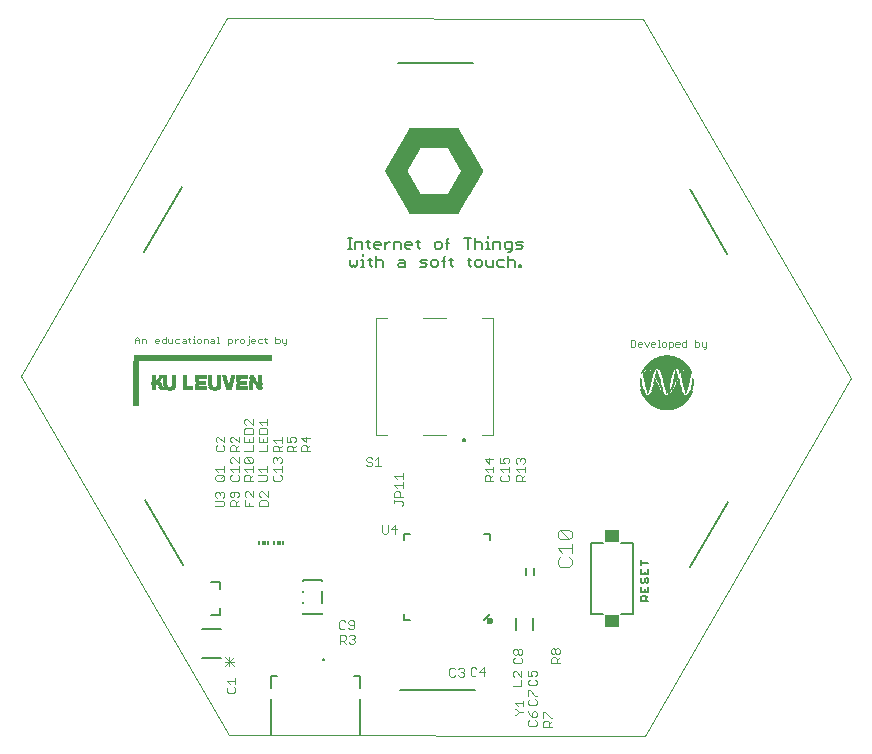
<source format=gto>
G75*
%MOIN*%
%OFA0B0*%
%FSLAX25Y25*%
%IPPOS*%
%LPD*%
%AMOC8*
5,1,8,0,0,1.08239X$1,22.5*
%
%ADD10C,0.00000*%
%ADD11C,0.00500*%
%ADD12C,0.00300*%
%ADD13R,0.04048X0.00022*%
%ADD14R,0.11880X0.00022*%
%ADD15R,0.16302X0.00022*%
%ADD16R,0.16346X0.00022*%
%ADD17R,0.16390X0.00022*%
%ADD18R,0.16412X0.00022*%
%ADD19R,0.16434X0.00022*%
%ADD20R,0.16456X0.00022*%
%ADD21R,0.16478X0.00022*%
%ADD22R,0.16522X0.00022*%
%ADD23R,0.16566X0.00022*%
%ADD24R,0.16588X0.00022*%
%ADD25R,0.16610X0.00022*%
%ADD26R,0.16654X0.00022*%
%ADD27R,0.16698X0.00022*%
%ADD28R,0.16742X0.00022*%
%ADD29R,0.16764X0.00022*%
%ADD30R,0.16786X0.00022*%
%ADD31R,0.16830X0.00022*%
%ADD32R,0.16874X0.00022*%
%ADD33R,0.16918X0.00022*%
%ADD34R,0.16940X0.00022*%
%ADD35R,0.16962X0.00022*%
%ADD36R,0.17006X0.00022*%
%ADD37R,0.17050X0.00022*%
%ADD38R,0.17094X0.00022*%
%ADD39R,0.17138X0.00022*%
%ADD40R,0.17182X0.00022*%
%ADD41R,0.17226X0.00022*%
%ADD42R,0.17270X0.00022*%
%ADD43R,0.17314X0.00022*%
%ADD44R,0.17358X0.00022*%
%ADD45R,0.17402X0.00022*%
%ADD46R,0.17446X0.00022*%
%ADD47R,0.17490X0.00022*%
%ADD48R,0.17534X0.00022*%
%ADD49R,0.17578X0.00022*%
%ADD50R,0.17622X0.00022*%
%ADD51R,0.17666X0.00022*%
%ADD52R,0.17710X0.00022*%
%ADD53R,0.17754X0.00022*%
%ADD54R,0.17798X0.00022*%
%ADD55R,0.17842X0.00022*%
%ADD56R,0.17886X0.00022*%
%ADD57R,0.17908X0.00022*%
%ADD58R,0.17930X0.00022*%
%ADD59R,0.17974X0.00022*%
%ADD60R,0.18018X0.00022*%
%ADD61R,0.18062X0.00022*%
%ADD62R,0.18084X0.00022*%
%ADD63R,0.18106X0.00022*%
%ADD64R,0.18150X0.00022*%
%ADD65R,0.18194X0.00022*%
%ADD66R,0.18216X0.00022*%
%ADD67R,0.18238X0.00022*%
%ADD68R,0.18260X0.00022*%
%ADD69R,0.18282X0.00022*%
%ADD70R,0.18326X0.00022*%
%ADD71R,0.18370X0.00022*%
%ADD72R,0.18392X0.00022*%
%ADD73R,0.18414X0.00022*%
%ADD74R,0.18436X0.00022*%
%ADD75R,0.18458X0.00022*%
%ADD76R,0.18502X0.00022*%
%ADD77R,0.18546X0.00022*%
%ADD78R,0.18568X0.00022*%
%ADD79R,0.18590X0.00022*%
%ADD80R,0.18612X0.00022*%
%ADD81R,0.18634X0.00022*%
%ADD82R,0.18678X0.00022*%
%ADD83R,0.18700X0.00022*%
%ADD84R,0.18722X0.00022*%
%ADD85R,0.18744X0.00022*%
%ADD86R,0.18766X0.00022*%
%ADD87R,0.18788X0.00022*%
%ADD88R,0.18810X0.00022*%
%ADD89R,0.18854X0.00022*%
%ADD90R,0.18876X0.00022*%
%ADD91R,0.18898X0.00022*%
%ADD92R,0.18920X0.00022*%
%ADD93R,0.18942X0.00022*%
%ADD94R,0.18986X0.00022*%
%ADD95R,0.19008X0.00022*%
%ADD96R,0.19030X0.00022*%
%ADD97R,0.19052X0.00022*%
%ADD98R,0.19074X0.00022*%
%ADD99R,0.19096X0.00022*%
%ADD100R,0.19118X0.00022*%
%ADD101R,0.19162X0.00022*%
%ADD102R,0.19184X0.00022*%
%ADD103R,0.19206X0.00022*%
%ADD104R,0.19228X0.00022*%
%ADD105R,0.19250X0.00022*%
%ADD106R,0.19272X0.00022*%
%ADD107R,0.19316X0.00022*%
%ADD108R,0.19338X0.00022*%
%ADD109R,0.19360X0.00022*%
%ADD110R,0.19382X0.00022*%
%ADD111R,0.19404X0.00022*%
%ADD112R,0.19426X0.00022*%
%ADD113R,0.19448X0.00022*%
%ADD114R,0.19492X0.00022*%
%ADD115R,0.19514X0.00022*%
%ADD116R,0.19536X0.00022*%
%ADD117R,0.19558X0.00022*%
%ADD118R,0.19580X0.00022*%
%ADD119R,0.19602X0.00022*%
%ADD120R,0.19624X0.00022*%
%ADD121R,0.19668X0.00022*%
%ADD122R,0.19690X0.00022*%
%ADD123R,0.19712X0.00022*%
%ADD124R,0.19734X0.00022*%
%ADD125R,0.19756X0.00022*%
%ADD126R,0.19800X0.00022*%
%ADD127R,0.19844X0.00022*%
%ADD128R,0.19866X0.00022*%
%ADD129R,0.19888X0.00022*%
%ADD130R,0.19910X0.00022*%
%ADD131R,0.19932X0.00022*%
%ADD132R,0.19976X0.00022*%
%ADD133R,0.20020X0.00022*%
%ADD134R,0.20042X0.00022*%
%ADD135R,0.20064X0.00022*%
%ADD136R,0.20108X0.00022*%
%ADD137R,0.20152X0.00022*%
%ADD138R,0.20196X0.00022*%
%ADD139R,0.20218X0.00022*%
%ADD140R,0.20240X0.00022*%
%ADD141R,0.20284X0.00022*%
%ADD142R,0.20328X0.00022*%
%ADD143R,0.20372X0.00022*%
%ADD144R,0.20394X0.00022*%
%ADD145R,0.20416X0.00022*%
%ADD146R,0.20460X0.00022*%
%ADD147R,0.20504X0.00022*%
%ADD148R,0.20526X0.00022*%
%ADD149R,0.20548X0.00022*%
%ADD150R,0.20592X0.00022*%
%ADD151R,0.20636X0.00022*%
%ADD152R,0.20680X0.00022*%
%ADD153R,0.20702X0.00022*%
%ADD154R,0.20724X0.00022*%
%ADD155R,0.20768X0.00022*%
%ADD156R,0.20812X0.00022*%
%ADD157R,0.20856X0.00022*%
%ADD158R,0.20900X0.00022*%
%ADD159R,0.20944X0.00022*%
%ADD160R,0.20988X0.00022*%
%ADD161R,0.21032X0.00022*%
%ADD162R,0.21076X0.00022*%
%ADD163R,0.21120X0.00022*%
%ADD164R,0.21164X0.00022*%
%ADD165R,0.21208X0.00022*%
%ADD166R,0.21252X0.00022*%
%ADD167R,0.21296X0.00022*%
%ADD168R,0.21340X0.00022*%
%ADD169R,0.21362X0.00022*%
%ADD170R,0.21384X0.00022*%
%ADD171R,0.21428X0.00022*%
%ADD172R,0.21472X0.00022*%
%ADD173R,0.21516X0.00022*%
%ADD174R,0.21538X0.00022*%
%ADD175R,0.21560X0.00022*%
%ADD176R,0.21604X0.00022*%
%ADD177R,0.21648X0.00022*%
%ADD178R,0.21670X0.00022*%
%ADD179R,0.21692X0.00022*%
%ADD180R,0.21714X0.00022*%
%ADD181R,0.21736X0.00022*%
%ADD182R,0.21780X0.00022*%
%ADD183R,0.21824X0.00022*%
%ADD184R,0.21846X0.00022*%
%ADD185R,0.21868X0.00022*%
%ADD186R,0.21890X0.00022*%
%ADD187R,0.21912X0.00022*%
%ADD188R,0.21956X0.00022*%
%ADD189R,0.21978X0.00022*%
%ADD190R,0.22000X0.00022*%
%ADD191R,0.22022X0.00022*%
%ADD192R,0.22044X0.00022*%
%ADD193R,0.22066X0.00022*%
%ADD194R,0.22088X0.00022*%
%ADD195R,0.22132X0.00022*%
%ADD196R,0.22154X0.00022*%
%ADD197R,0.22176X0.00022*%
%ADD198R,0.22198X0.00022*%
%ADD199R,0.22220X0.00022*%
%ADD200R,0.22264X0.00022*%
%ADD201R,0.22308X0.00022*%
%ADD202R,0.22330X0.00022*%
%ADD203R,0.22352X0.00022*%
%ADD204R,0.22374X0.00022*%
%ADD205R,0.22396X0.00022*%
%ADD206R,0.22440X0.00022*%
%ADD207R,0.22462X0.00022*%
%ADD208R,0.22484X0.00022*%
%ADD209R,0.22506X0.00022*%
%ADD210R,0.22528X0.00022*%
%ADD211R,0.22550X0.00022*%
%ADD212R,0.22572X0.00022*%
%ADD213R,0.22616X0.00022*%
%ADD214R,0.22638X0.00022*%
%ADD215R,0.22660X0.00022*%
%ADD216R,0.22682X0.00022*%
%ADD217R,0.22704X0.00022*%
%ADD218R,0.22726X0.00022*%
%ADD219R,0.22770X0.00022*%
%ADD220R,0.22792X0.00022*%
%ADD221R,0.22814X0.00022*%
%ADD222R,0.22836X0.00022*%
%ADD223R,0.22858X0.00022*%
%ADD224R,0.22880X0.00022*%
%ADD225R,0.22902X0.00022*%
%ADD226R,0.22946X0.00022*%
%ADD227R,0.22968X0.00022*%
%ADD228R,0.22990X0.00022*%
%ADD229R,0.23012X0.00022*%
%ADD230R,0.23034X0.00022*%
%ADD231R,0.23056X0.00022*%
%ADD232R,0.23078X0.00022*%
%ADD233R,0.23122X0.00022*%
%ADD234R,0.23144X0.00022*%
%ADD235R,0.23166X0.00022*%
%ADD236R,0.23188X0.00022*%
%ADD237R,0.23210X0.00022*%
%ADD238R,0.23254X0.00022*%
%ADD239R,0.23298X0.00022*%
%ADD240R,0.23320X0.00022*%
%ADD241R,0.23342X0.00022*%
%ADD242R,0.23364X0.00022*%
%ADD243R,0.23386X0.00022*%
%ADD244R,0.12100X0.00022*%
%ADD245R,0.07172X0.00022*%
%ADD246R,0.07128X0.00022*%
%ADD247R,0.07150X0.00022*%
%ADD248R,0.07128X0.00022*%
%ADD249R,0.11550X0.00022*%
%ADD250R,0.23320X0.00022*%
%ADD251R,0.23012X0.00022*%
%ADD252R,0.22484X0.00022*%
%ADD253R,0.22220X0.00022*%
%ADD254R,0.21912X0.00022*%
%ADD255R,0.21648X0.00022*%
%ADD256R,0.21384X0.00022*%
%ADD257R,0.21186X0.00022*%
%ADD258R,0.21120X0.00022*%
%ADD259R,0.20812X0.00022*%
%ADD260R,0.20548X0.00022*%
%ADD261R,0.20526X0.00022*%
%ADD262R,0.20284X0.00022*%
%ADD263R,0.20042X0.00022*%
%ADD264R,0.20020X0.00022*%
%ADD265R,0.19734X0.00022*%
%ADD266R,0.19712X0.00022*%
%ADD267R,0.19690X0.00022*%
%ADD268R,0.19448X0.00022*%
%ADD269R,0.19426X0.00022*%
%ADD270R,0.19206X0.00022*%
%ADD271R,0.19184X0.00022*%
%ADD272R,0.19162X0.00022*%
%ADD273R,0.18942X0.00022*%
%ADD274R,0.18920X0.00022*%
%ADD275R,0.18898X0.00022*%
%ADD276R,0.18634X0.00022*%
%ADD277R,0.18612X0.00022*%
%ADD278R,0.18590X0.00022*%
%ADD279R,0.18524X0.00022*%
%ADD280R,0.18370X0.00022*%
%ADD281R,0.18326X0.00022*%
%ADD282R,0.18106X0.00022*%
%ADD283R,0.18084X0.00022*%
%ADD284R,0.18062X0.00022*%
%ADD285R,0.17842X0.00022*%
%ADD286R,0.17798X0.00022*%
%ADD287R,0.17534X0.00022*%
%ADD288R,0.17490X0.00022*%
%ADD289R,0.17270X0.00022*%
%ADD290R,0.17226X0.00022*%
%ADD291R,0.17006X0.00022*%
%ADD292R,0.16962X0.00022*%
%ADD293R,0.16940X0.00022*%
%ADD294R,0.16764X0.00022*%
%ADD295R,0.16742X0.00022*%
%ADD296R,0.16698X0.00022*%
%ADD297R,0.16456X0.00022*%
%ADD298R,0.16434X0.00022*%
%ADD299R,0.16412X0.00022*%
%ADD300R,0.16390X0.00022*%
%ADD301R,0.12430X0.00022*%
%ADD302R,0.04334X0.00022*%
%ADD303R,0.01750X0.00070*%
%ADD304R,0.01750X0.00070*%
%ADD305R,0.00560X0.00070*%
%ADD306R,0.01540X0.00070*%
%ADD307R,0.01540X0.00070*%
%ADD308R,0.01400X0.00070*%
%ADD309R,0.01260X0.00070*%
%ADD310R,0.03850X0.00070*%
%ADD311R,0.01540X0.00070*%
%ADD312R,0.02030X0.00070*%
%ADD313R,0.03430X0.00070*%
%ADD314R,0.02100X0.00070*%
%ADD315R,0.01680X0.00070*%
%ADD316R,0.01330X0.00070*%
%ADD317R,0.01610X0.00070*%
%ADD318R,0.02450X0.00070*%
%ADD319R,0.02380X0.00070*%
%ADD320R,0.01470X0.00070*%
%ADD321R,0.01260X0.00070*%
%ADD322R,0.03850X0.00070*%
%ADD323R,0.01680X0.00070*%
%ADD324R,0.02730X0.00070*%
%ADD325R,0.03430X0.00070*%
%ADD326R,0.01610X0.00070*%
%ADD327R,0.01330X0.00070*%
%ADD328R,0.01470X0.00070*%
%ADD329R,0.02870X0.00070*%
%ADD330R,0.02940X0.00070*%
%ADD331R,0.03080X0.00070*%
%ADD332R,0.01540X0.00070*%
%ADD333R,0.03290X0.00070*%
%ADD334R,0.03220X0.00070*%
%ADD335R,0.01820X0.00070*%
%ADD336R,0.03360X0.00070*%
%ADD337R,0.01820X0.00070*%
%ADD338R,0.03500X0.00070*%
%ADD339R,0.01890X0.00070*%
%ADD340R,0.03570X0.00070*%
%ADD341R,0.03640X0.00070*%
%ADD342R,0.01960X0.00070*%
%ADD343R,0.03710X0.00070*%
%ADD344R,0.03640X0.00070*%
%ADD345R,0.01960X0.00070*%
%ADD346R,0.03710X0.00070*%
%ADD347R,0.03780X0.00070*%
%ADD348R,0.02030X0.00070*%
%ADD349R,0.03920X0.00070*%
%ADD350R,0.03990X0.00070*%
%ADD351R,0.03920X0.00070*%
%ADD352R,0.01890X0.00070*%
%ADD353R,0.02170X0.00070*%
%ADD354R,0.02170X0.00070*%
%ADD355R,0.02240X0.00070*%
%ADD356R,0.02310X0.00070*%
%ADD357R,0.01470X0.00070*%
%ADD358R,0.02310X0.00070*%
%ADD359R,0.02100X0.00070*%
%ADD360R,0.02380X0.00070*%
%ADD361R,0.01400X0.00070*%
%ADD362R,0.02240X0.00070*%
%ADD363R,0.02450X0.00070*%
%ADD364R,0.02240X0.00070*%
%ADD365R,0.02520X0.00070*%
%ADD366R,0.02590X0.00070*%
%ADD367R,0.02590X0.00070*%
%ADD368R,0.03570X0.00070*%
%ADD369R,0.03570X0.00070*%
%ADD370R,0.03570X0.00070*%
%ADD371R,0.03290X0.00070*%
%ADD372R,0.01190X0.00070*%
%ADD373R,0.03290X0.00070*%
%ADD374R,0.01120X0.00070*%
%ADD375R,0.01120X0.00070*%
%ADD376R,0.03150X0.00070*%
%ADD377R,0.01190X0.00070*%
%ADD378R,0.03150X0.00070*%
%ADD379R,0.01120X0.00070*%
%ADD380R,0.03010X0.00070*%
%ADD381R,0.01120X0.00070*%
%ADD382R,0.02940X0.00070*%
%ADD383R,0.02870X0.00070*%
%ADD384R,0.02870X0.00070*%
%ADD385R,0.02800X0.00070*%
%ADD386R,0.02730X0.00070*%
%ADD387R,0.01470X0.00070*%
%ADD388R,0.03780X0.00070*%
%ADD389R,0.46270X0.00070*%
%ADD390R,0.46270X0.00070*%
%ADD391C,0.00600*%
%ADD392R,0.01020X0.00030*%
%ADD393R,0.01800X0.00030*%
%ADD394R,0.02310X0.00030*%
%ADD395R,0.02730X0.00030*%
%ADD396R,0.03090X0.00030*%
%ADD397R,0.03450X0.00030*%
%ADD398R,0.03750X0.00030*%
%ADD399R,0.03990X0.00030*%
%ADD400R,0.04260X0.00030*%
%ADD401R,0.04500X0.00030*%
%ADD402R,0.04710X0.00030*%
%ADD403R,0.04950X0.00030*%
%ADD404R,0.05160X0.00030*%
%ADD405R,0.05340X0.00030*%
%ADD406R,0.05550X0.00030*%
%ADD407R,0.05730X0.00030*%
%ADD408R,0.05910X0.00030*%
%ADD409R,0.06090X0.00030*%
%ADD410R,0.06210X0.00030*%
%ADD411R,0.06390X0.00030*%
%ADD412R,0.06570X0.00030*%
%ADD413R,0.06690X0.00030*%
%ADD414R,0.06870X0.00030*%
%ADD415R,0.06990X0.00030*%
%ADD416R,0.07140X0.00030*%
%ADD417R,0.07290X0.00030*%
%ADD418R,0.07410X0.00030*%
%ADD419R,0.07530X0.00030*%
%ADD420R,0.07650X0.00030*%
%ADD421R,0.07770X0.00030*%
%ADD422R,0.07920X0.00030*%
%ADD423R,0.08040X0.00030*%
%ADD424R,0.08160X0.00030*%
%ADD425R,0.08280X0.00030*%
%ADD426R,0.08370X0.00030*%
%ADD427R,0.08490X0.00030*%
%ADD428R,0.08610X0.00030*%
%ADD429R,0.08730X0.00030*%
%ADD430R,0.08850X0.00030*%
%ADD431R,0.08910X0.00030*%
%ADD432R,0.09030X0.00030*%
%ADD433R,0.09150X0.00030*%
%ADD434R,0.09270X0.00030*%
%ADD435R,0.09330X0.00030*%
%ADD436R,0.09450X0.00030*%
%ADD437R,0.09540X0.00030*%
%ADD438R,0.09630X0.00030*%
%ADD439R,0.09750X0.00030*%
%ADD440R,0.09810X0.00030*%
%ADD441R,0.09930X0.00030*%
%ADD442R,0.09990X0.00030*%
%ADD443R,0.10110X0.00030*%
%ADD444R,0.10170X0.00030*%
%ADD445R,0.10290X0.00030*%
%ADD446R,0.10350X0.00030*%
%ADD447R,0.10440X0.00030*%
%ADD448R,0.10530X0.00030*%
%ADD449R,0.10590X0.00030*%
%ADD450R,0.10710X0.00030*%
%ADD451R,0.10770X0.00030*%
%ADD452R,0.10830X0.00030*%
%ADD453R,0.10950X0.00030*%
%ADD454R,0.11010X0.00030*%
%ADD455R,0.11070X0.00030*%
%ADD456R,0.11160X0.00030*%
%ADD457R,0.11250X0.00030*%
%ADD458R,0.11310X0.00030*%
%ADD459R,0.11370X0.00030*%
%ADD460R,0.11430X0.00030*%
%ADD461R,0.11550X0.00030*%
%ADD462R,0.11610X0.00030*%
%ADD463R,0.11670X0.00030*%
%ADD464R,0.11730X0.00030*%
%ADD465R,0.11790X0.00030*%
%ADD466R,0.11910X0.00030*%
%ADD467R,0.11970X0.00030*%
%ADD468R,0.12030X0.00030*%
%ADD469R,0.12090X0.00030*%
%ADD470R,0.12150X0.00030*%
%ADD471R,0.12210X0.00030*%
%ADD472R,0.12270X0.00030*%
%ADD473R,0.12330X0.00030*%
%ADD474R,0.12390X0.00030*%
%ADD475R,0.12450X0.00030*%
%ADD476R,0.12510X0.00030*%
%ADD477R,0.12570X0.00030*%
%ADD478R,0.12630X0.00030*%
%ADD479R,0.12690X0.00030*%
%ADD480R,0.12750X0.00030*%
%ADD481R,0.12810X0.00030*%
%ADD482R,0.12870X0.00030*%
%ADD483R,0.12930X0.00030*%
%ADD484R,0.12990X0.00030*%
%ADD485R,0.13050X0.00030*%
%ADD486R,0.13110X0.00030*%
%ADD487R,0.13170X0.00030*%
%ADD488R,0.13230X0.00030*%
%ADD489R,0.13290X0.00030*%
%ADD490R,0.13350X0.00030*%
%ADD491R,0.13410X0.00030*%
%ADD492R,0.13470X0.00030*%
%ADD493R,0.13530X0.00030*%
%ADD494R,0.13590X0.00030*%
%ADD495R,0.13650X0.00030*%
%ADD496R,0.13710X0.00030*%
%ADD497R,0.13770X0.00030*%
%ADD498R,0.13830X0.00030*%
%ADD499R,0.13890X0.00030*%
%ADD500R,0.13950X0.00030*%
%ADD501R,0.14010X0.00030*%
%ADD502R,0.14070X0.00030*%
%ADD503R,0.14130X0.00030*%
%ADD504R,0.14160X0.00030*%
%ADD505R,0.14190X0.00030*%
%ADD506R,0.14250X0.00030*%
%ADD507R,0.14310X0.00030*%
%ADD508R,0.14370X0.00030*%
%ADD509R,0.14430X0.00030*%
%ADD510R,0.14490X0.00030*%
%ADD511R,0.14550X0.00030*%
%ADD512R,0.14610X0.00030*%
%ADD513R,0.14670X0.00030*%
%ADD514R,0.14700X0.00030*%
%ADD515R,0.14730X0.00030*%
%ADD516R,0.14790X0.00030*%
%ADD517R,0.14850X0.00030*%
%ADD518R,0.14910X0.00030*%
%ADD519R,0.14970X0.00030*%
%ADD520R,0.15030X0.00030*%
%ADD521R,0.15090X0.00030*%
%ADD522R,0.15150X0.00030*%
%ADD523R,0.15210X0.00030*%
%ADD524R,0.15270X0.00030*%
%ADD525R,0.15330X0.00030*%
%ADD526R,0.15390X0.00030*%
%ADD527R,0.15450X0.00030*%
%ADD528R,0.15510X0.00030*%
%ADD529R,0.15570X0.00030*%
%ADD530R,0.15630X0.00030*%
%ADD531R,0.15690X0.00030*%
%ADD532R,0.15750X0.00030*%
%ADD533R,0.15810X0.00030*%
%ADD534R,0.15870X0.00030*%
%ADD535R,0.15930X0.00030*%
%ADD536R,0.01470X0.00030*%
%ADD537R,0.06090X0.00030*%
%ADD538R,0.06060X0.00030*%
%ADD539R,0.01500X0.00030*%
%ADD540R,0.01350X0.00030*%
%ADD541R,0.01260X0.00030*%
%ADD542R,0.05520X0.00030*%
%ADD543R,0.01200X0.00030*%
%ADD544R,0.05430X0.00030*%
%ADD545R,0.05400X0.00030*%
%ADD546R,0.01230X0.00030*%
%ADD547R,0.01170X0.00030*%
%ADD548R,0.05310X0.00030*%
%ADD549R,0.05280X0.00030*%
%ADD550R,0.01140X0.00030*%
%ADD551R,0.05220X0.00030*%
%ADD552R,0.01170X0.00030*%
%ADD553R,0.01110X0.00030*%
%ADD554R,0.05130X0.00030*%
%ADD555R,0.05070X0.00030*%
%ADD556R,0.05070X0.00030*%
%ADD557R,0.01080X0.00030*%
%ADD558R,0.05010X0.00030*%
%ADD559R,0.04980X0.00030*%
%ADD560R,0.01050X0.00030*%
%ADD561R,0.04890X0.00030*%
%ADD562R,0.04830X0.00030*%
%ADD563R,0.04800X0.00030*%
%ADD564R,0.04770X0.00030*%
%ADD565R,0.04740X0.00030*%
%ADD566R,0.04680X0.00030*%
%ADD567R,0.04620X0.00030*%
%ADD568R,0.01020X0.00030*%
%ADD569R,0.04590X0.00030*%
%ADD570R,0.04560X0.00030*%
%ADD571R,0.04530X0.00030*%
%ADD572R,0.04470X0.00030*%
%ADD573R,0.04440X0.00030*%
%ADD574R,0.04410X0.00030*%
%ADD575R,0.04380X0.00030*%
%ADD576R,0.04350X0.00030*%
%ADD577R,0.00030X0.00030*%
%ADD578R,0.04320X0.00030*%
%ADD579R,0.04290X0.00030*%
%ADD580R,0.00990X0.00030*%
%ADD581R,0.00060X0.00030*%
%ADD582R,0.00090X0.00030*%
%ADD583R,0.04230X0.00030*%
%ADD584R,0.00090X0.00030*%
%ADD585R,0.04200X0.00030*%
%ADD586R,0.00990X0.00030*%
%ADD587R,0.00120X0.00030*%
%ADD588R,0.04170X0.00030*%
%ADD589R,0.00120X0.00030*%
%ADD590R,0.00150X0.00030*%
%ADD591R,0.04140X0.00030*%
%ADD592R,0.04110X0.00030*%
%ADD593R,0.00180X0.00030*%
%ADD594R,0.04080X0.00030*%
%ADD595R,0.00210X0.00030*%
%ADD596R,0.04050X0.00030*%
%ADD597R,0.04020X0.00030*%
%ADD598R,0.00240X0.00030*%
%ADD599R,0.04020X0.00030*%
%ADD600R,0.03990X0.00030*%
%ADD601R,0.00270X0.00030*%
%ADD602R,0.03960X0.00030*%
%ADD603R,0.00270X0.00030*%
%ADD604R,0.00300X0.00030*%
%ADD605R,0.03930X0.00030*%
%ADD606R,0.03900X0.00030*%
%ADD607R,0.00330X0.00030*%
%ADD608R,0.00360X0.00030*%
%ADD609R,0.03870X0.00030*%
%ADD610R,0.03840X0.00030*%
%ADD611R,0.03840X0.00030*%
%ADD612R,0.03810X0.00030*%
%ADD613R,0.00390X0.00030*%
%ADD614R,0.03780X0.00030*%
%ADD615R,0.00390X0.00030*%
%ADD616R,0.00420X0.00030*%
%ADD617R,0.00420X0.00030*%
%ADD618R,0.00450X0.00030*%
%ADD619R,0.03720X0.00030*%
%ADD620R,0.00480X0.00030*%
%ADD621R,0.03690X0.00030*%
%ADD622R,0.03660X0.00030*%
%ADD623R,0.03630X0.00030*%
%ADD624R,0.00510X0.00030*%
%ADD625R,0.03600X0.00030*%
%ADD626R,0.00540X0.00030*%
%ADD627R,0.03570X0.00030*%
%ADD628R,0.03540X0.00030*%
%ADD629R,0.00570X0.00030*%
%ADD630R,0.00570X0.00030*%
%ADD631R,0.03510X0.00030*%
%ADD632R,0.00600X0.00030*%
%ADD633R,0.03480X0.00030*%
%ADD634R,0.00630X0.00030*%
%ADD635R,0.00660X0.00030*%
%ADD636R,0.03420X0.00030*%
%ADD637R,0.03390X0.00030*%
%ADD638R,0.03390X0.00030*%
%ADD639R,0.00690X0.00030*%
%ADD640R,0.03360X0.00030*%
%ADD641R,0.00690X0.00030*%
%ADD642R,0.00720X0.00030*%
%ADD643R,0.03330X0.00030*%
%ADD644R,0.00720X0.00030*%
%ADD645R,0.03300X0.00030*%
%ADD646R,0.00750X0.00030*%
%ADD647R,0.03270X0.00030*%
%ADD648R,0.00780X0.00030*%
%ADD649R,0.03240X0.00030*%
%ADD650R,0.03210X0.00030*%
%ADD651R,0.00810X0.00030*%
%ADD652R,0.03180X0.00030*%
%ADD653R,0.00840X0.00030*%
%ADD654R,0.03150X0.00030*%
%ADD655R,0.03120X0.00030*%
%ADD656R,0.00960X0.00030*%
%ADD657R,0.03120X0.00030*%
%ADD658R,0.00240X0.00030*%
%ADD659R,0.03090X0.00030*%
%ADD660R,0.00870X0.00030*%
%ADD661R,0.00870X0.00030*%
%ADD662R,0.03060X0.00030*%
%ADD663R,0.00900X0.00030*%
%ADD664R,0.03030X0.00030*%
%ADD665R,0.03000X0.00030*%
%ADD666R,0.00930X0.00030*%
%ADD667R,0.02970X0.00030*%
%ADD668R,0.02940X0.00030*%
%ADD669R,0.02940X0.00030*%
%ADD670R,0.02910X0.00030*%
%ADD671R,0.02880X0.00030*%
%ADD672R,0.02850X0.00030*%
%ADD673R,0.02820X0.00030*%
%ADD674R,0.02790X0.00030*%
%ADD675R,0.02760X0.00030*%
%ADD676R,0.02700X0.00030*%
%ADD677R,0.02670X0.00030*%
%ADD678R,0.02670X0.00030*%
%ADD679R,0.02640X0.00030*%
%ADD680R,0.02610X0.00030*%
%ADD681R,0.02580X0.00030*%
%ADD682R,0.02550X0.00030*%
%ADD683R,0.02520X0.00030*%
%ADD684R,0.02490X0.00030*%
%ADD685R,0.01290X0.00030*%
%ADD686R,0.02490X0.00030*%
%ADD687R,0.02460X0.00030*%
%ADD688R,0.02430X0.00030*%
%ADD689R,0.01290X0.00030*%
%ADD690R,0.01320X0.00030*%
%ADD691R,0.01320X0.00030*%
%ADD692R,0.02400X0.00030*%
%ADD693R,0.02370X0.00030*%
%ADD694R,0.02340X0.00030*%
%ADD695R,0.01380X0.00030*%
%ADD696R,0.01410X0.00030*%
%ADD697R,0.02280X0.00030*%
%ADD698R,0.01440X0.00030*%
%ADD699R,0.02250X0.00030*%
%ADD700R,0.00540X0.00030*%
%ADD701R,0.02220X0.00030*%
%ADD702R,0.02220X0.00030*%
%ADD703R,0.01470X0.00030*%
%ADD704R,0.02190X0.00030*%
%ADD705R,0.02160X0.00030*%
%ADD706R,0.02130X0.00030*%
%ADD707R,0.01530X0.00030*%
%ADD708R,0.02100X0.00030*%
%ADD709R,0.01560X0.00030*%
%ADD710R,0.02070X0.00030*%
%ADD711R,0.02040X0.00030*%
%ADD712R,0.02040X0.00030*%
%ADD713R,0.01590X0.00030*%
%ADD714R,0.02010X0.00030*%
%ADD715R,0.01590X0.00030*%
%ADD716R,0.01620X0.00030*%
%ADD717R,0.01980X0.00030*%
%ADD718R,0.01620X0.00030*%
%ADD719R,0.01950X0.00030*%
%ADD720R,0.01650X0.00030*%
%ADD721R,0.01920X0.00030*%
%ADD722R,0.01680X0.00030*%
%ADD723R,0.01890X0.00030*%
%ADD724R,0.01860X0.00030*%
%ADD725R,0.01710X0.00030*%
%ADD726R,0.01830X0.00030*%
%ADD727R,0.01740X0.00030*%
%ADD728R,0.01770X0.00030*%
%ADD729R,0.01770X0.00030*%
%ADD730R,0.01890X0.00030*%
%ADD731R,0.01920X0.00030*%
%ADD732R,0.00840X0.00030*%
%ADD733R,0.02070X0.00030*%
%ADD734R,0.01140X0.00030*%
%ADD735R,0.02190X0.00030*%
%ADD736R,0.02370X0.00030*%
%ADD737R,0.02520X0.00030*%
%ADD738R,0.02790X0.00030*%
%ADD739R,0.02820X0.00030*%
%ADD740R,0.02970X0.00030*%
%ADD741R,0.03270X0.00030*%
%ADD742R,0.03420X0.00030*%
%ADD743R,0.03690X0.00030*%
%ADD744R,0.04290X0.00030*%
%ADD745R,0.04650X0.00030*%
%ADD746R,0.04890X0.00030*%
%ADD747R,0.04920X0.00030*%
%ADD748R,0.05040X0.00030*%
%ADD749R,0.05100X0.00030*%
%ADD750R,0.05190X0.00030*%
%ADD751R,0.05250X0.00030*%
%ADD752R,0.05370X0.00030*%
%ADD753R,0.05490X0.00030*%
%ADD754R,0.04170X0.00030*%
%ADD755R,0.05640X0.00030*%
%ADD756R,0.05880X0.00030*%
%ADD757R,0.15360X0.00030*%
%ADD758R,0.14100X0.00030*%
%ADD759R,0.11850X0.00030*%
%ADD760R,0.11490X0.00030*%
%ADD761R,0.11130X0.00030*%
%ADD762R,0.10890X0.00030*%
%ADD763R,0.10650X0.00030*%
%ADD764R,0.10410X0.00030*%
%ADD765R,0.10230X0.00030*%
%ADD766R,0.09900X0.00030*%
%ADD767R,0.09690X0.00030*%
%ADD768R,0.09510X0.00030*%
%ADD769R,0.09210X0.00030*%
%ADD770R,0.08790X0.00030*%
%ADD771R,0.08250X0.00030*%
%ADD772R,0.08130X0.00030*%
%ADD773R,0.08010X0.00030*%
%ADD774R,0.07890X0.00030*%
%ADD775R,0.07260X0.00030*%
%ADD776R,0.07110X0.00030*%
%ADD777R,0.06810X0.00030*%
%ADD778R,0.06510X0.00030*%
%ADD779R,0.06030X0.00030*%
%ADD780R,0.05700X0.00030*%
%ADD781R,0.04470X0.00030*%
%ADD782R,0.00591X0.01181*%
%ADD783R,0.01181X0.01181*%
%ADD784C,0.00800*%
%ADD785C,0.02362*%
%ADD786C,0.00394*%
%ADD787C,0.00787*%
%ADD788R,0.05000X0.04375*%
%ADD789C,0.00400*%
D10*
X0156177Y0131750D02*
X0294617Y0131378D01*
X0363514Y0250712D01*
X0293972Y0370419D01*
X0155532Y0370791D01*
X0086634Y0251457D01*
X0156177Y0131750D01*
D11*
X0170166Y0132103D02*
X0170166Y0143717D01*
X0170166Y0147241D02*
X0170166Y0151394D01*
X0172134Y0151394D01*
X0187364Y0156806D02*
X0187366Y0156833D01*
X0187372Y0156860D01*
X0187381Y0156886D01*
X0187394Y0156910D01*
X0187410Y0156933D01*
X0187429Y0156952D01*
X0187451Y0156969D01*
X0187475Y0156983D01*
X0187500Y0156993D01*
X0187527Y0157000D01*
X0187554Y0157003D01*
X0187582Y0157002D01*
X0187609Y0156997D01*
X0187635Y0156989D01*
X0187659Y0156977D01*
X0187682Y0156961D01*
X0187703Y0156943D01*
X0187720Y0156922D01*
X0187735Y0156898D01*
X0187746Y0156873D01*
X0187754Y0156847D01*
X0187758Y0156820D01*
X0187758Y0156792D01*
X0187754Y0156765D01*
X0187746Y0156739D01*
X0187735Y0156714D01*
X0187720Y0156690D01*
X0187703Y0156669D01*
X0187682Y0156651D01*
X0187660Y0156635D01*
X0187635Y0156623D01*
X0187609Y0156615D01*
X0187582Y0156610D01*
X0187554Y0156609D01*
X0187527Y0156612D01*
X0187500Y0156619D01*
X0187475Y0156629D01*
X0187451Y0156643D01*
X0187429Y0156660D01*
X0187410Y0156679D01*
X0187394Y0156702D01*
X0187381Y0156726D01*
X0187372Y0156752D01*
X0187366Y0156779D01*
X0187364Y0156806D01*
X0197725Y0151394D02*
X0199693Y0151394D01*
X0199693Y0147457D01*
X0199693Y0143717D02*
X0199693Y0132103D01*
X0212897Y0146564D02*
X0237897Y0146564D01*
X0255046Y0185031D02*
X0255046Y0187393D01*
X0257802Y0187393D02*
X0257802Y0185031D01*
X0276810Y0195698D02*
X0276810Y0172076D01*
X0280747Y0172076D01*
X0286652Y0172076D02*
X0290589Y0172076D01*
X0290589Y0195698D01*
X0286652Y0195698D01*
X0280747Y0195698D02*
X0276810Y0195698D01*
X0309825Y0187720D02*
X0322325Y0209371D01*
X0253384Y0287835D02*
X0252800Y0287835D01*
X0252800Y0288419D01*
X0253384Y0288419D01*
X0253384Y0287835D01*
X0251452Y0287835D02*
X0251452Y0289586D01*
X0250868Y0290170D01*
X0249700Y0290170D01*
X0249117Y0289586D01*
X0247769Y0290170D02*
X0246017Y0290170D01*
X0245434Y0289586D01*
X0245434Y0288419D01*
X0246017Y0287835D01*
X0247769Y0287835D01*
X0249117Y0287835D02*
X0249117Y0291338D01*
X0249057Y0292667D02*
X0249640Y0292667D01*
X0250224Y0293251D01*
X0250224Y0296170D01*
X0248473Y0296170D01*
X0247889Y0295586D01*
X0247889Y0294419D01*
X0248473Y0293835D01*
X0250224Y0293835D01*
X0251572Y0293835D02*
X0253324Y0293835D01*
X0253907Y0294419D01*
X0253324Y0295002D01*
X0252156Y0295002D01*
X0251572Y0295586D01*
X0252156Y0296170D01*
X0253907Y0296170D01*
X0246541Y0295586D02*
X0246541Y0293835D01*
X0246541Y0295586D02*
X0245957Y0296170D01*
X0244206Y0296170D01*
X0244206Y0293835D01*
X0242918Y0293835D02*
X0241750Y0293835D01*
X0242334Y0293835D02*
X0242334Y0296170D01*
X0241750Y0296170D01*
X0242334Y0297338D02*
X0242334Y0297922D01*
X0240403Y0295586D02*
X0240403Y0293835D01*
X0240403Y0295586D02*
X0239819Y0296170D01*
X0238651Y0296170D01*
X0238067Y0295586D01*
X0238067Y0293835D02*
X0238067Y0297338D01*
X0236719Y0297338D02*
X0234384Y0297338D01*
X0235552Y0297338D02*
X0235552Y0293835D01*
X0236196Y0290754D02*
X0236196Y0288419D01*
X0236779Y0287835D01*
X0238067Y0288419D02*
X0238651Y0287835D01*
X0239819Y0287835D01*
X0240403Y0288419D01*
X0240403Y0289586D01*
X0239819Y0290170D01*
X0238651Y0290170D01*
X0238067Y0289586D01*
X0238067Y0288419D01*
X0236779Y0290170D02*
X0235612Y0290170D01*
X0230641Y0290170D02*
X0229473Y0290170D01*
X0230057Y0290754D02*
X0230057Y0288419D01*
X0230641Y0287835D01*
X0228185Y0289586D02*
X0227018Y0289586D01*
X0227602Y0290754D02*
X0228185Y0291338D01*
X0227602Y0290754D02*
X0227602Y0287835D01*
X0225670Y0288419D02*
X0225670Y0289586D01*
X0225086Y0290170D01*
X0223918Y0290170D01*
X0223335Y0289586D01*
X0223335Y0288419D01*
X0223918Y0287835D01*
X0225086Y0287835D01*
X0225670Y0288419D01*
X0221987Y0288419D02*
X0221403Y0289002D01*
X0220235Y0289002D01*
X0219652Y0289586D01*
X0220235Y0290170D01*
X0221987Y0290170D01*
X0221987Y0288419D02*
X0221403Y0287835D01*
X0219652Y0287835D01*
X0214621Y0287835D02*
X0212869Y0287835D01*
X0212285Y0288419D01*
X0212869Y0289002D01*
X0214621Y0289002D01*
X0214621Y0289586D02*
X0214621Y0287835D01*
X0214621Y0289586D02*
X0214037Y0290170D01*
X0212869Y0290170D01*
X0213393Y0293835D02*
X0213393Y0295586D01*
X0212809Y0296170D01*
X0211058Y0296170D01*
X0211058Y0293835D01*
X0209740Y0296170D02*
X0209156Y0296170D01*
X0207988Y0295002D01*
X0207988Y0293835D02*
X0207988Y0296170D01*
X0206640Y0295586D02*
X0206057Y0296170D01*
X0204889Y0296170D01*
X0204305Y0295586D01*
X0204305Y0294419D01*
X0204889Y0293835D01*
X0206057Y0293835D01*
X0206640Y0295002D02*
X0204305Y0295002D01*
X0203017Y0293835D02*
X0202433Y0294419D01*
X0202433Y0296754D01*
X0201850Y0296170D02*
X0203017Y0296170D01*
X0200502Y0295586D02*
X0199918Y0296170D01*
X0198167Y0296170D01*
X0198167Y0293835D01*
X0196879Y0293835D02*
X0195711Y0293835D01*
X0196295Y0293835D02*
X0196295Y0297338D01*
X0195711Y0297338D02*
X0196879Y0297338D01*
X0200502Y0295586D02*
X0200502Y0293835D01*
X0200592Y0291922D02*
X0200592Y0291338D01*
X0200592Y0290170D02*
X0200592Y0287835D01*
X0200008Y0287835D02*
X0201176Y0287835D01*
X0203047Y0288419D02*
X0203631Y0287835D01*
X0203047Y0288419D02*
X0203047Y0290754D01*
X0202464Y0290170D02*
X0203631Y0290170D01*
X0204919Y0289586D02*
X0205503Y0290170D01*
X0206670Y0290170D01*
X0207254Y0289586D01*
X0207254Y0287835D01*
X0204919Y0287835D02*
X0204919Y0291338D01*
X0206640Y0295002D02*
X0206640Y0295586D01*
X0200592Y0290170D02*
X0200008Y0290170D01*
X0198660Y0290170D02*
X0198660Y0288419D01*
X0198076Y0287835D01*
X0197493Y0288419D01*
X0196909Y0287835D01*
X0196325Y0288419D01*
X0196325Y0290170D01*
X0214741Y0294419D02*
X0214741Y0295586D01*
X0215324Y0296170D01*
X0216492Y0296170D01*
X0217076Y0295586D01*
X0217076Y0295002D01*
X0214741Y0295002D01*
X0214741Y0294419D02*
X0215324Y0293835D01*
X0216492Y0293835D01*
X0219008Y0294419D02*
X0219008Y0296754D01*
X0218424Y0296170D02*
X0219591Y0296170D01*
X0219008Y0294419D02*
X0219591Y0293835D01*
X0224562Y0294419D02*
X0225146Y0293835D01*
X0226314Y0293835D01*
X0226898Y0294419D01*
X0226898Y0295586D01*
X0226314Y0296170D01*
X0225146Y0296170D01*
X0224562Y0295586D01*
X0224562Y0294419D01*
X0228246Y0295586D02*
X0229413Y0295586D01*
X0228829Y0296754D02*
X0228829Y0293835D01*
X0228829Y0296754D02*
X0229413Y0297338D01*
X0241750Y0290170D02*
X0241750Y0288419D01*
X0242334Y0287835D01*
X0244086Y0287835D01*
X0244086Y0290170D01*
X0237252Y0355605D02*
X0212252Y0355605D01*
X0140323Y0314449D02*
X0127823Y0292799D01*
X0128146Y0209929D02*
X0140646Y0188278D01*
X0322047Y0292177D02*
X0309547Y0313827D01*
D12*
X0308443Y0263297D02*
X0308443Y0261195D01*
X0307392Y0261195D01*
X0307042Y0261545D01*
X0307042Y0262246D01*
X0307392Y0262596D01*
X0308443Y0262596D01*
X0306233Y0262246D02*
X0306233Y0261895D01*
X0304832Y0261895D01*
X0304832Y0261545D02*
X0304832Y0262246D01*
X0305182Y0262596D01*
X0305883Y0262596D01*
X0306233Y0262246D01*
X0305883Y0261195D02*
X0305182Y0261195D01*
X0304832Y0261545D01*
X0304023Y0261545D02*
X0303673Y0261195D01*
X0302622Y0261195D01*
X0302622Y0260494D02*
X0302622Y0262596D01*
X0303673Y0262596D01*
X0304023Y0262246D01*
X0304023Y0261545D01*
X0301813Y0261545D02*
X0301813Y0262246D01*
X0301463Y0262596D01*
X0300762Y0262596D01*
X0300412Y0262246D01*
X0300412Y0261545D01*
X0300762Y0261195D01*
X0301463Y0261195D01*
X0301813Y0261545D01*
X0299639Y0261195D02*
X0298939Y0261195D01*
X0299289Y0261195D02*
X0299289Y0263297D01*
X0298939Y0263297D01*
X0298130Y0262246D02*
X0297780Y0262596D01*
X0297079Y0262596D01*
X0296729Y0262246D01*
X0296729Y0261545D01*
X0297079Y0261195D01*
X0297780Y0261195D01*
X0298130Y0261895D02*
X0296729Y0261895D01*
X0295920Y0262596D02*
X0295220Y0261195D01*
X0294519Y0262596D01*
X0293710Y0262246D02*
X0293360Y0262596D01*
X0292659Y0262596D01*
X0292309Y0262246D01*
X0292309Y0261545D01*
X0292659Y0261195D01*
X0293360Y0261195D01*
X0293710Y0261895D02*
X0292309Y0261895D01*
X0291500Y0261545D02*
X0291500Y0262946D01*
X0291150Y0263297D01*
X0290099Y0263297D01*
X0290099Y0261195D01*
X0291150Y0261195D01*
X0291500Y0261545D01*
X0293710Y0261895D02*
X0293710Y0262246D01*
X0298130Y0262246D02*
X0298130Y0261895D01*
X0311461Y0261195D02*
X0312512Y0261195D01*
X0312863Y0261545D01*
X0312863Y0262246D01*
X0312512Y0262596D01*
X0311461Y0262596D01*
X0311461Y0263297D02*
X0311461Y0261195D01*
X0313671Y0261545D02*
X0314022Y0261195D01*
X0315072Y0261195D01*
X0315072Y0260845D02*
X0314722Y0260494D01*
X0314372Y0260494D01*
X0315072Y0260845D02*
X0315072Y0262596D01*
X0313671Y0262596D02*
X0313671Y0261545D01*
X0254575Y0223656D02*
X0254575Y0222689D01*
X0254092Y0222205D01*
X0254575Y0221193D02*
X0254575Y0219258D01*
X0254575Y0220226D02*
X0251673Y0220226D01*
X0252640Y0219258D01*
X0252157Y0218247D02*
X0253124Y0218247D01*
X0253608Y0217763D01*
X0253608Y0216312D01*
X0253608Y0217279D02*
X0254575Y0218247D01*
X0254575Y0216312D02*
X0251673Y0216312D01*
X0251673Y0217763D01*
X0252157Y0218247D01*
X0249401Y0217782D02*
X0248917Y0218266D01*
X0249401Y0217782D02*
X0249401Y0216814D01*
X0248917Y0216331D01*
X0246982Y0216331D01*
X0246498Y0216814D01*
X0246498Y0217782D01*
X0246982Y0218266D01*
X0247466Y0219277D02*
X0246498Y0220245D01*
X0249401Y0220245D01*
X0249401Y0221212D02*
X0249401Y0219277D01*
X0248917Y0222224D02*
X0249401Y0222707D01*
X0249401Y0223675D01*
X0248917Y0224159D01*
X0247949Y0224159D01*
X0247466Y0223675D01*
X0247466Y0223191D01*
X0247949Y0222224D01*
X0246498Y0222224D01*
X0246498Y0224159D01*
X0244175Y0223656D02*
X0241273Y0223656D01*
X0242724Y0222205D01*
X0242724Y0224140D01*
X0244175Y0221193D02*
X0244175Y0219258D01*
X0244175Y0220226D02*
X0241273Y0220226D01*
X0242240Y0219258D01*
X0241757Y0218247D02*
X0242724Y0218247D01*
X0243208Y0217763D01*
X0243208Y0216312D01*
X0243208Y0217279D02*
X0244175Y0218247D01*
X0244175Y0216312D02*
X0241273Y0216312D01*
X0241273Y0217763D01*
X0241757Y0218247D01*
X0251673Y0222689D02*
X0251673Y0223656D01*
X0252157Y0224140D01*
X0252640Y0224140D01*
X0253124Y0223656D01*
X0253608Y0224140D01*
X0254092Y0224140D01*
X0254575Y0223656D01*
X0253124Y0223656D02*
X0253124Y0223172D01*
X0252157Y0222205D02*
X0251673Y0222689D01*
X0214075Y0218900D02*
X0214075Y0216965D01*
X0214075Y0217933D02*
X0211173Y0217933D01*
X0212140Y0216965D01*
X0214075Y0215954D02*
X0214075Y0214019D01*
X0214075Y0214986D02*
X0211173Y0214986D01*
X0212140Y0214019D01*
X0211657Y0213007D02*
X0212624Y0213007D01*
X0213108Y0212523D01*
X0213108Y0211072D01*
X0214075Y0211072D02*
X0211173Y0211072D01*
X0211173Y0212523D01*
X0211657Y0213007D01*
X0211173Y0210061D02*
X0211173Y0209093D01*
X0211173Y0209577D02*
X0213592Y0209577D01*
X0214075Y0209093D01*
X0214075Y0208609D01*
X0213592Y0208126D01*
X0211475Y0201691D02*
X0210024Y0200240D01*
X0211959Y0200240D01*
X0211475Y0198789D02*
X0211475Y0201691D01*
X0209012Y0201691D02*
X0209012Y0199273D01*
X0208528Y0198789D01*
X0207561Y0198789D01*
X0207077Y0199273D01*
X0207077Y0201691D01*
X0206663Y0221349D02*
X0204728Y0221349D01*
X0205696Y0221349D02*
X0205696Y0224251D01*
X0204728Y0223284D01*
X0203717Y0223768D02*
X0203233Y0224251D01*
X0202266Y0224251D01*
X0201782Y0223768D01*
X0201782Y0223284D01*
X0202266Y0222800D01*
X0203233Y0222800D01*
X0203717Y0222316D01*
X0203717Y0221833D01*
X0203233Y0221349D01*
X0202266Y0221349D01*
X0201782Y0221833D01*
X0183100Y0226332D02*
X0180198Y0226332D01*
X0180198Y0227783D01*
X0180682Y0228267D01*
X0181649Y0228267D01*
X0182133Y0227783D01*
X0182133Y0226332D01*
X0182133Y0227299D02*
X0183100Y0228267D01*
X0181649Y0229278D02*
X0180198Y0230730D01*
X0183100Y0230730D01*
X0181649Y0231213D02*
X0181649Y0229278D01*
X0178300Y0229712D02*
X0177817Y0229228D01*
X0178300Y0229712D02*
X0178300Y0230680D01*
X0177817Y0231163D01*
X0176849Y0231163D01*
X0176365Y0230680D01*
X0176365Y0230196D01*
X0176849Y0229228D01*
X0175398Y0229228D01*
X0175398Y0231163D01*
X0173624Y0231143D02*
X0173624Y0229208D01*
X0173624Y0230176D02*
X0170722Y0230176D01*
X0171689Y0229208D01*
X0171205Y0228197D02*
X0172173Y0228197D01*
X0172657Y0227713D01*
X0172657Y0226262D01*
X0173624Y0226262D02*
X0170722Y0226262D01*
X0170722Y0227713D01*
X0171205Y0228197D01*
X0172657Y0227229D02*
X0173624Y0228197D01*
X0175398Y0227733D02*
X0175882Y0228217D01*
X0176849Y0228217D01*
X0177333Y0227733D01*
X0177333Y0226282D01*
X0177333Y0227249D02*
X0178300Y0228217D01*
X0178300Y0226282D02*
X0175398Y0226282D01*
X0175398Y0227733D01*
X0173140Y0224340D02*
X0173624Y0223856D01*
X0173624Y0222889D01*
X0173140Y0222405D01*
X0173624Y0221393D02*
X0173624Y0219458D01*
X0173624Y0220426D02*
X0170722Y0220426D01*
X0171689Y0219458D01*
X0171205Y0218447D02*
X0170722Y0217963D01*
X0170722Y0216995D01*
X0171205Y0216512D01*
X0173140Y0216512D01*
X0173624Y0216995D01*
X0173624Y0217963D01*
X0173140Y0218447D01*
X0171205Y0222405D02*
X0170722Y0222889D01*
X0170722Y0223856D01*
X0171205Y0224340D01*
X0171689Y0224340D01*
X0172173Y0223856D01*
X0172657Y0224340D01*
X0173140Y0224340D01*
X0172173Y0223856D02*
X0172173Y0223372D01*
X0168750Y0221363D02*
X0168750Y0219428D01*
X0168750Y0220396D02*
X0165848Y0220396D01*
X0166815Y0219428D01*
X0165848Y0218417D02*
X0168267Y0218417D01*
X0168750Y0217933D01*
X0168750Y0216966D01*
X0168267Y0216482D01*
X0165848Y0216482D01*
X0164000Y0216482D02*
X0161098Y0216482D01*
X0161098Y0217933D01*
X0161582Y0218417D01*
X0162549Y0218417D01*
X0163033Y0217933D01*
X0163033Y0216482D01*
X0163033Y0217449D02*
X0164000Y0218417D01*
X0164000Y0219428D02*
X0164000Y0221363D01*
X0164000Y0220396D02*
X0161098Y0220396D01*
X0162065Y0219428D01*
X0159400Y0219428D02*
X0159400Y0221363D01*
X0159400Y0220396D02*
X0156498Y0220396D01*
X0157465Y0219428D01*
X0156982Y0218417D02*
X0156498Y0217933D01*
X0156498Y0216966D01*
X0156982Y0216482D01*
X0158917Y0216482D01*
X0159400Y0216966D01*
X0159400Y0217933D01*
X0158917Y0218417D01*
X0159400Y0222375D02*
X0157465Y0224310D01*
X0156982Y0224310D01*
X0156498Y0223826D01*
X0156498Y0222859D01*
X0156982Y0222375D01*
X0159400Y0222375D02*
X0159400Y0224310D01*
X0161098Y0223826D02*
X0161582Y0224310D01*
X0163517Y0222375D01*
X0164000Y0222859D01*
X0164000Y0223826D01*
X0163517Y0224310D01*
X0161582Y0224310D01*
X0161098Y0223826D02*
X0161098Y0222859D01*
X0161582Y0222375D01*
X0163517Y0222375D01*
X0164074Y0226312D02*
X0161172Y0226312D01*
X0159324Y0226312D02*
X0156422Y0226312D01*
X0156422Y0227763D01*
X0156905Y0228247D01*
X0157873Y0228247D01*
X0158357Y0227763D01*
X0158357Y0226312D01*
X0158357Y0227279D02*
X0159324Y0228247D01*
X0159324Y0229258D02*
X0157389Y0231193D01*
X0156905Y0231193D01*
X0156422Y0230709D01*
X0156422Y0229742D01*
X0156905Y0229258D01*
X0159324Y0229258D02*
X0159324Y0231193D01*
X0161172Y0231193D02*
X0161172Y0229258D01*
X0164074Y0229258D01*
X0164074Y0231193D01*
X0164074Y0232205D02*
X0164074Y0233656D01*
X0163590Y0234140D01*
X0161655Y0234140D01*
X0161172Y0233656D01*
X0161172Y0232205D01*
X0164074Y0232205D01*
X0165972Y0232205D02*
X0165972Y0233656D01*
X0166455Y0234140D01*
X0168390Y0234140D01*
X0168874Y0233656D01*
X0168874Y0232205D01*
X0165972Y0232205D01*
X0165972Y0231193D02*
X0165972Y0229258D01*
X0168874Y0229258D01*
X0168874Y0231193D01*
X0167423Y0230226D02*
X0167423Y0229258D01*
X0168874Y0228247D02*
X0168874Y0226312D01*
X0165972Y0226312D01*
X0164074Y0226312D02*
X0164074Y0228247D01*
X0162623Y0229258D02*
X0162623Y0230226D01*
X0161655Y0235151D02*
X0161172Y0235635D01*
X0161172Y0236602D01*
X0161655Y0237086D01*
X0162139Y0237086D01*
X0164074Y0235151D01*
X0164074Y0237086D01*
X0165972Y0236119D02*
X0168874Y0236119D01*
X0168874Y0237086D02*
X0168874Y0235151D01*
X0166939Y0235151D02*
X0165972Y0236119D01*
X0154474Y0231193D02*
X0154474Y0229258D01*
X0152539Y0231193D01*
X0152055Y0231193D01*
X0151572Y0230709D01*
X0151572Y0229742D01*
X0152055Y0229258D01*
X0152055Y0228247D02*
X0151572Y0227763D01*
X0151572Y0226795D01*
X0152055Y0226312D01*
X0153990Y0226312D01*
X0154474Y0226795D01*
X0154474Y0227763D01*
X0153990Y0228247D01*
X0154422Y0221315D02*
X0154422Y0219380D01*
X0154422Y0220348D02*
X0151520Y0220348D01*
X0152487Y0219380D01*
X0152004Y0218369D02*
X0153939Y0218369D01*
X0154422Y0217885D01*
X0154422Y0216917D01*
X0153939Y0216434D01*
X0152004Y0216434D01*
X0151520Y0216917D01*
X0151520Y0217885D01*
X0152004Y0218369D01*
X0153455Y0217401D02*
X0154422Y0218369D01*
X0153918Y0212792D02*
X0154402Y0212308D01*
X0154402Y0211340D01*
X0153918Y0210857D01*
X0153918Y0209845D02*
X0151500Y0209845D01*
X0151983Y0210857D02*
X0151500Y0211340D01*
X0151500Y0212308D01*
X0151983Y0212792D01*
X0152467Y0212792D01*
X0152951Y0212308D01*
X0153435Y0212792D01*
X0153918Y0212792D01*
X0152951Y0212308D02*
X0152951Y0211824D01*
X0153918Y0209845D02*
X0154402Y0209361D01*
X0154402Y0208394D01*
X0153918Y0207910D01*
X0151500Y0207910D01*
X0156422Y0207962D02*
X0156422Y0209413D01*
X0156905Y0209897D01*
X0157873Y0209897D01*
X0158357Y0209413D01*
X0158357Y0207962D01*
X0159324Y0207962D02*
X0156422Y0207962D01*
X0158357Y0208929D02*
X0159324Y0209897D01*
X0158840Y0210908D02*
X0159324Y0211392D01*
X0159324Y0212359D01*
X0158840Y0212843D01*
X0156905Y0212843D01*
X0156422Y0212359D01*
X0156422Y0211392D01*
X0156905Y0210908D01*
X0157389Y0210908D01*
X0157873Y0211392D01*
X0157873Y0212843D01*
X0161298Y0212430D02*
X0161298Y0211462D01*
X0161782Y0210978D01*
X0161298Y0209967D02*
X0161298Y0208032D01*
X0164200Y0208032D01*
X0162749Y0208032D02*
X0162749Y0208999D01*
X0164200Y0210978D02*
X0162265Y0212913D01*
X0161782Y0212913D01*
X0161298Y0212430D01*
X0164200Y0212913D02*
X0164200Y0210978D01*
X0166072Y0211524D02*
X0166555Y0211040D01*
X0166072Y0211524D02*
X0166072Y0212492D01*
X0166555Y0212975D01*
X0167039Y0212975D01*
X0168974Y0211040D01*
X0168974Y0212975D01*
X0168490Y0210029D02*
X0166555Y0210029D01*
X0166072Y0209545D01*
X0166072Y0208094D01*
X0168974Y0208094D01*
X0168974Y0209545D01*
X0168490Y0210029D01*
X0193358Y0169964D02*
X0192874Y0169480D01*
X0192874Y0167545D01*
X0193358Y0167062D01*
X0194325Y0167062D01*
X0194809Y0167545D01*
X0195821Y0167545D02*
X0196304Y0167062D01*
X0197272Y0167062D01*
X0197755Y0167545D01*
X0197755Y0169480D01*
X0197272Y0169964D01*
X0196304Y0169964D01*
X0195821Y0169480D01*
X0195821Y0168997D01*
X0196304Y0168513D01*
X0197755Y0168513D01*
X0194809Y0169480D02*
X0194325Y0169964D01*
X0193358Y0169964D01*
X0193000Y0165084D02*
X0194452Y0165084D01*
X0194935Y0164601D01*
X0194935Y0163633D01*
X0194452Y0163149D01*
X0193000Y0163149D01*
X0193000Y0162182D02*
X0193000Y0165084D01*
X0193968Y0163149D02*
X0194935Y0162182D01*
X0195947Y0162666D02*
X0196431Y0162182D01*
X0197398Y0162182D01*
X0197882Y0162666D01*
X0197882Y0163149D01*
X0197398Y0163633D01*
X0196914Y0163633D01*
X0197398Y0163633D02*
X0197882Y0164117D01*
X0197882Y0164601D01*
X0197398Y0165084D01*
X0196431Y0165084D01*
X0195947Y0164601D01*
X0229524Y0153630D02*
X0229524Y0151695D01*
X0230008Y0151212D01*
X0230975Y0151212D01*
X0231459Y0151695D01*
X0232471Y0151695D02*
X0232954Y0151212D01*
X0233922Y0151212D01*
X0234405Y0151695D01*
X0234405Y0152179D01*
X0233922Y0152663D01*
X0233438Y0152663D01*
X0233922Y0152663D02*
X0234405Y0153147D01*
X0234405Y0153630D01*
X0233922Y0154114D01*
X0232954Y0154114D01*
X0232471Y0153630D01*
X0231459Y0153630D02*
X0230975Y0154114D01*
X0230008Y0154114D01*
X0229524Y0153630D01*
X0236550Y0153751D02*
X0236550Y0151816D01*
X0237034Y0151332D01*
X0238002Y0151332D01*
X0238485Y0151816D01*
X0239497Y0152783D02*
X0241432Y0152783D01*
X0240948Y0151332D02*
X0240948Y0154234D01*
X0239497Y0152783D01*
X0238485Y0153751D02*
X0238002Y0154234D01*
X0237034Y0154234D01*
X0236550Y0153751D01*
X0250622Y0152535D02*
X0250622Y0151568D01*
X0251106Y0151084D01*
X0250622Y0152535D02*
X0251106Y0153019D01*
X0251589Y0153019D01*
X0253524Y0151084D01*
X0253524Y0153019D01*
X0255748Y0153163D02*
X0255748Y0151228D01*
X0257199Y0151228D01*
X0256715Y0152196D01*
X0256715Y0152680D01*
X0257199Y0153163D01*
X0258167Y0153163D01*
X0258650Y0152680D01*
X0258650Y0151712D01*
X0258167Y0151228D01*
X0258167Y0150217D02*
X0258650Y0149733D01*
X0258650Y0148766D01*
X0258167Y0148282D01*
X0256232Y0148282D01*
X0255748Y0148766D01*
X0255748Y0149733D01*
X0256232Y0150217D01*
X0253524Y0150072D02*
X0253524Y0148137D01*
X0250622Y0148137D01*
X0254174Y0143197D02*
X0254174Y0141262D01*
X0254174Y0142229D02*
X0251272Y0142229D01*
X0252239Y0141262D01*
X0251755Y0140250D02*
X0251272Y0140250D01*
X0251755Y0140250D02*
X0252723Y0139283D01*
X0254174Y0139283D01*
X0252723Y0139283D02*
X0251755Y0138315D01*
X0251272Y0138315D01*
X0255722Y0139593D02*
X0256205Y0138626D01*
X0257173Y0137658D01*
X0257173Y0139109D01*
X0257656Y0139593D01*
X0258140Y0139593D01*
X0258624Y0139109D01*
X0258624Y0138142D01*
X0258140Y0137658D01*
X0257173Y0137658D01*
X0258140Y0136647D02*
X0258624Y0136163D01*
X0258624Y0135195D01*
X0258140Y0134712D01*
X0256205Y0134712D01*
X0255722Y0135195D01*
X0255722Y0136163D01*
X0256205Y0136647D01*
X0260848Y0135983D02*
X0261332Y0136467D01*
X0262299Y0136467D01*
X0262783Y0135983D01*
X0262783Y0134532D01*
X0262783Y0135499D02*
X0263750Y0136467D01*
X0263750Y0137478D02*
X0263267Y0137478D01*
X0261332Y0139413D01*
X0260848Y0139413D01*
X0260848Y0137478D01*
X0260848Y0135983D02*
X0260848Y0134532D01*
X0263750Y0134532D01*
X0258167Y0141682D02*
X0258650Y0142166D01*
X0258650Y0143133D01*
X0258167Y0143617D01*
X0258167Y0144628D02*
X0258650Y0144628D01*
X0258167Y0144628D02*
X0256232Y0146563D01*
X0255748Y0146563D01*
X0255748Y0144628D01*
X0256232Y0143617D02*
X0255748Y0143133D01*
X0255748Y0142166D01*
X0256232Y0141682D01*
X0258167Y0141682D01*
X0253217Y0155582D02*
X0253700Y0156066D01*
X0253700Y0157033D01*
X0253217Y0157517D01*
X0253217Y0158528D02*
X0252733Y0158528D01*
X0252249Y0159012D01*
X0252249Y0159980D01*
X0252733Y0160463D01*
X0253217Y0160463D01*
X0253700Y0159980D01*
X0253700Y0159012D01*
X0253217Y0158528D01*
X0252249Y0159012D02*
X0251765Y0158528D01*
X0251282Y0158528D01*
X0250798Y0159012D01*
X0250798Y0159980D01*
X0251282Y0160463D01*
X0251765Y0160463D01*
X0252249Y0159980D01*
X0251282Y0157517D02*
X0250798Y0157033D01*
X0250798Y0156066D01*
X0251282Y0155582D01*
X0253217Y0155582D01*
X0263421Y0155762D02*
X0263421Y0157213D01*
X0263905Y0157697D01*
X0264873Y0157697D01*
X0265356Y0157213D01*
X0265356Y0155762D01*
X0265356Y0156729D02*
X0266324Y0157697D01*
X0265840Y0158708D02*
X0265356Y0158708D01*
X0264873Y0159192D01*
X0264873Y0160159D01*
X0265356Y0160643D01*
X0265840Y0160643D01*
X0266324Y0160159D01*
X0266324Y0159192D01*
X0265840Y0158708D01*
X0264873Y0159192D02*
X0264389Y0158708D01*
X0263905Y0158708D01*
X0263421Y0159192D01*
X0263421Y0160159D01*
X0263905Y0160643D01*
X0264389Y0160643D01*
X0264873Y0160159D01*
X0266324Y0155762D02*
X0263421Y0155762D01*
X0158174Y0150693D02*
X0158174Y0148758D01*
X0158174Y0149726D02*
X0155272Y0149726D01*
X0156239Y0148758D01*
X0155755Y0147747D02*
X0155272Y0147263D01*
X0155272Y0146295D01*
X0155755Y0145812D01*
X0157690Y0145812D01*
X0158174Y0146295D01*
X0158174Y0147263D01*
X0157690Y0147747D01*
X0157774Y0154642D02*
X0154638Y0157778D01*
X0156206Y0157778D02*
X0156206Y0154642D01*
X0154638Y0154642D02*
X0157774Y0157778D01*
X0157774Y0156210D02*
X0154638Y0156210D01*
X0155696Y0261660D02*
X0155696Y0263762D01*
X0156746Y0263762D01*
X0157097Y0263412D01*
X0157097Y0262711D01*
X0156746Y0262361D01*
X0155696Y0262361D01*
X0157905Y0262361D02*
X0157905Y0263762D01*
X0157905Y0263061D02*
X0158606Y0263762D01*
X0158956Y0263762D01*
X0159747Y0263412D02*
X0159747Y0262711D01*
X0160097Y0262361D01*
X0160798Y0262361D01*
X0161148Y0262711D01*
X0161148Y0263412D01*
X0160798Y0263762D01*
X0160097Y0263762D01*
X0159747Y0263412D01*
X0161957Y0261660D02*
X0162307Y0261660D01*
X0162657Y0262011D01*
X0162657Y0263762D01*
X0162657Y0264463D02*
X0162657Y0264813D01*
X0163780Y0263762D02*
X0164481Y0263762D01*
X0164831Y0263412D01*
X0164831Y0263061D01*
X0163430Y0263061D01*
X0163430Y0262711D02*
X0163430Y0263412D01*
X0163780Y0263762D01*
X0163430Y0262711D02*
X0163780Y0262361D01*
X0164481Y0262361D01*
X0165640Y0262711D02*
X0165990Y0262361D01*
X0167041Y0262361D01*
X0168200Y0262711D02*
X0168550Y0262361D01*
X0168200Y0262711D02*
X0168200Y0264112D01*
X0167850Y0263762D02*
X0168550Y0263762D01*
X0167041Y0263762D02*
X0165990Y0263762D01*
X0165640Y0263412D01*
X0165640Y0262711D01*
X0171533Y0262361D02*
X0172584Y0262361D01*
X0172934Y0262711D01*
X0172934Y0263412D01*
X0172584Y0263762D01*
X0171533Y0263762D01*
X0171533Y0264463D02*
X0171533Y0262361D01*
X0173743Y0262711D02*
X0174093Y0262361D01*
X0175144Y0262361D01*
X0175144Y0262011D02*
X0174794Y0261660D01*
X0174443Y0261660D01*
X0175144Y0262011D02*
X0175144Y0263762D01*
X0173743Y0263762D02*
X0173743Y0262711D01*
X0152713Y0262361D02*
X0152012Y0262361D01*
X0152363Y0262361D02*
X0152363Y0264463D01*
X0152012Y0264463D01*
X0151204Y0263412D02*
X0151204Y0262361D01*
X0150153Y0262361D01*
X0149803Y0262711D01*
X0150153Y0263061D01*
X0151204Y0263061D01*
X0151204Y0263412D02*
X0150853Y0263762D01*
X0150153Y0263762D01*
X0148994Y0263412D02*
X0148994Y0262361D01*
X0148994Y0263412D02*
X0148644Y0263762D01*
X0147593Y0263762D01*
X0147593Y0262361D01*
X0146784Y0262711D02*
X0146434Y0262361D01*
X0145733Y0262361D01*
X0145383Y0262711D01*
X0145383Y0263412D01*
X0145733Y0263762D01*
X0146434Y0263762D01*
X0146784Y0263412D01*
X0146784Y0262711D01*
X0144610Y0262361D02*
X0143909Y0262361D01*
X0144260Y0262361D02*
X0144260Y0263762D01*
X0143909Y0263762D01*
X0143137Y0263762D02*
X0142436Y0263762D01*
X0142787Y0264112D02*
X0142787Y0262711D01*
X0143137Y0262361D01*
X0141628Y0262361D02*
X0140577Y0262361D01*
X0140226Y0262711D01*
X0140577Y0263061D01*
X0141628Y0263061D01*
X0141628Y0263412D02*
X0141628Y0262361D01*
X0141628Y0263412D02*
X0141277Y0263762D01*
X0140577Y0263762D01*
X0139418Y0263762D02*
X0138367Y0263762D01*
X0138016Y0263412D01*
X0138016Y0262711D01*
X0138367Y0262361D01*
X0139418Y0262361D01*
X0137208Y0262361D02*
X0137208Y0263762D01*
X0137208Y0262361D02*
X0136157Y0262361D01*
X0135807Y0262711D01*
X0135807Y0263762D01*
X0134998Y0263762D02*
X0133947Y0263762D01*
X0133597Y0263412D01*
X0133597Y0262711D01*
X0133947Y0262361D01*
X0134998Y0262361D01*
X0134998Y0264463D01*
X0132788Y0263412D02*
X0132788Y0263061D01*
X0131387Y0263061D01*
X0131387Y0262711D02*
X0131387Y0263412D01*
X0131737Y0263762D01*
X0132438Y0263762D01*
X0132788Y0263412D01*
X0132438Y0262361D02*
X0131737Y0262361D01*
X0131387Y0262711D01*
X0128368Y0262361D02*
X0128368Y0263412D01*
X0128018Y0263762D01*
X0126967Y0263762D01*
X0126967Y0262361D01*
X0126158Y0262361D02*
X0126158Y0263762D01*
X0125458Y0264463D01*
X0124757Y0263762D01*
X0124757Y0262361D01*
X0124757Y0263412D02*
X0126158Y0263412D01*
X0144260Y0264463D02*
X0144260Y0264813D01*
D13*
X0230530Y0305441D03*
D14*
X0226614Y0305463D03*
D15*
X0224425Y0305485D03*
X0224469Y0333601D03*
D16*
X0224469Y0333579D03*
X0224469Y0333557D03*
X0224425Y0305529D03*
X0224425Y0305507D03*
D17*
X0224425Y0305551D03*
D18*
X0224414Y0305573D03*
D19*
X0224425Y0305595D03*
D20*
X0224414Y0305617D03*
D21*
X0224425Y0305639D03*
X0224469Y0333447D03*
D22*
X0224469Y0333425D03*
X0224469Y0333403D03*
X0224425Y0305683D03*
X0224425Y0305661D03*
D23*
X0224425Y0305705D03*
X0224469Y0333381D03*
D24*
X0224480Y0333359D03*
X0224414Y0305727D03*
D25*
X0224425Y0305749D03*
X0224469Y0333337D03*
D26*
X0224469Y0333315D03*
X0224469Y0333293D03*
X0224425Y0305793D03*
X0224425Y0305771D03*
D27*
X0224425Y0305815D03*
X0224425Y0305837D03*
D28*
X0224425Y0305859D03*
D29*
X0224414Y0305881D03*
D30*
X0224425Y0305903D03*
X0224469Y0333183D03*
D31*
X0224469Y0333161D03*
X0224469Y0333139D03*
X0224425Y0305947D03*
X0224425Y0305925D03*
D32*
X0224425Y0305969D03*
X0224425Y0305991D03*
X0224469Y0333095D03*
X0224469Y0333117D03*
D33*
X0224469Y0333073D03*
X0224425Y0306013D03*
D34*
X0224414Y0306035D03*
D35*
X0224425Y0306057D03*
D36*
X0224425Y0306079D03*
X0224425Y0306101D03*
D37*
X0224425Y0306123D03*
X0224425Y0306145D03*
X0224469Y0332941D03*
X0224469Y0332963D03*
D38*
X0224469Y0332919D03*
X0224425Y0306167D03*
D39*
X0224425Y0306189D03*
X0224425Y0306211D03*
X0224469Y0332875D03*
X0224469Y0332897D03*
D40*
X0224469Y0332853D03*
X0224469Y0332831D03*
X0224425Y0306255D03*
X0224425Y0306233D03*
D41*
X0224425Y0306277D03*
X0224425Y0306299D03*
D42*
X0224425Y0306321D03*
D43*
X0224425Y0306343D03*
X0224425Y0306365D03*
X0224469Y0332721D03*
X0224469Y0332743D03*
D44*
X0224469Y0332699D03*
X0224469Y0332677D03*
X0224425Y0306409D03*
X0224425Y0306387D03*
D45*
X0224425Y0306431D03*
X0224469Y0332655D03*
D46*
X0224469Y0332633D03*
X0224469Y0332611D03*
X0224425Y0306475D03*
X0224425Y0306453D03*
D47*
X0224425Y0306497D03*
X0224425Y0306519D03*
D48*
X0224425Y0306541D03*
X0224425Y0306563D03*
D49*
X0224425Y0306585D03*
X0224469Y0332501D03*
D50*
X0224469Y0332479D03*
X0224469Y0332457D03*
X0224425Y0306629D03*
X0224425Y0306607D03*
D51*
X0224425Y0306651D03*
X0224425Y0306673D03*
X0224469Y0332413D03*
X0224469Y0332435D03*
D52*
X0224469Y0332391D03*
X0224469Y0332369D03*
X0224425Y0306717D03*
X0224425Y0306695D03*
D53*
X0224425Y0306739D03*
X0224469Y0332347D03*
D54*
X0224425Y0306783D03*
X0224425Y0306761D03*
D55*
X0224425Y0306805D03*
X0224425Y0306827D03*
D56*
X0224425Y0306849D03*
X0224469Y0332237D03*
D57*
X0224458Y0332215D03*
X0224436Y0306871D03*
D58*
X0224425Y0306893D03*
X0224469Y0332193D03*
D59*
X0224469Y0332171D03*
X0224469Y0332149D03*
X0224425Y0306937D03*
X0224425Y0306915D03*
D60*
X0224425Y0306959D03*
X0224425Y0306981D03*
X0224469Y0332105D03*
X0224469Y0332127D03*
D61*
X0224425Y0307003D03*
D62*
X0224436Y0307025D03*
D63*
X0224425Y0307047D03*
D64*
X0224425Y0307069D03*
X0224425Y0307091D03*
X0224469Y0331995D03*
X0224469Y0332017D03*
D65*
X0224469Y0331973D03*
X0224425Y0307113D03*
D66*
X0224436Y0307135D03*
X0224458Y0331951D03*
D67*
X0224469Y0331929D03*
X0224425Y0307157D03*
D68*
X0224436Y0307179D03*
X0224458Y0331907D03*
D69*
X0224469Y0331885D03*
X0224425Y0307201D03*
D70*
X0224425Y0307223D03*
X0224425Y0307245D03*
D71*
X0224425Y0307267D03*
D72*
X0224436Y0307289D03*
X0224458Y0331797D03*
D73*
X0224469Y0331775D03*
X0224425Y0307311D03*
D74*
X0224436Y0307333D03*
X0224458Y0331753D03*
D75*
X0224469Y0331731D03*
X0224425Y0307355D03*
D76*
X0224425Y0307377D03*
X0224425Y0307399D03*
X0224469Y0331709D03*
D77*
X0224469Y0331665D03*
X0224425Y0307421D03*
D78*
X0224436Y0307443D03*
X0224458Y0331643D03*
D79*
X0224425Y0307465D03*
D80*
X0224436Y0307487D03*
D81*
X0224425Y0307509D03*
D82*
X0224425Y0307531D03*
X0224469Y0331555D03*
D83*
X0224458Y0331533D03*
X0224436Y0307553D03*
D84*
X0224425Y0307575D03*
X0224469Y0331511D03*
D85*
X0224458Y0331489D03*
X0224436Y0307597D03*
D86*
X0224425Y0307619D03*
X0224469Y0331467D03*
D87*
X0224458Y0331445D03*
X0224436Y0307641D03*
D88*
X0224425Y0307663D03*
X0224469Y0331423D03*
D89*
X0224469Y0331401D03*
X0224425Y0307685D03*
D90*
X0224436Y0307707D03*
X0224458Y0331379D03*
D91*
X0224425Y0307729D03*
D92*
X0224436Y0307751D03*
D93*
X0224425Y0307773D03*
D94*
X0224425Y0307795D03*
X0224469Y0331291D03*
D95*
X0224458Y0331269D03*
X0224436Y0307817D03*
D96*
X0224425Y0307839D03*
X0224469Y0331247D03*
D97*
X0224458Y0331225D03*
X0224436Y0307861D03*
D98*
X0224425Y0307883D03*
X0224469Y0331203D03*
D99*
X0224458Y0331181D03*
X0224436Y0307905D03*
D100*
X0224425Y0307927D03*
X0224469Y0331159D03*
D101*
X0224425Y0307949D03*
D102*
X0224436Y0307971D03*
D103*
X0224425Y0307993D03*
D104*
X0224436Y0308015D03*
X0224458Y0331071D03*
D105*
X0224469Y0331049D03*
X0224425Y0308037D03*
D106*
X0224436Y0308059D03*
X0224458Y0331027D03*
D107*
X0224458Y0331005D03*
X0224436Y0308081D03*
D108*
X0224425Y0308103D03*
X0224469Y0330983D03*
D109*
X0224458Y0330961D03*
X0224436Y0308125D03*
D110*
X0224425Y0308147D03*
X0224469Y0330939D03*
D111*
X0224458Y0330917D03*
X0224436Y0308169D03*
D112*
X0224425Y0308191D03*
D113*
X0224436Y0308213D03*
D114*
X0224436Y0308235D03*
X0224458Y0330851D03*
D115*
X0224469Y0330829D03*
X0224425Y0308257D03*
D116*
X0224436Y0308279D03*
X0224458Y0330807D03*
D117*
X0224469Y0330785D03*
X0224425Y0308301D03*
D118*
X0224436Y0308323D03*
X0224458Y0330763D03*
D119*
X0224469Y0330741D03*
X0224425Y0308345D03*
D120*
X0224436Y0308367D03*
X0224458Y0330719D03*
D121*
X0224458Y0330697D03*
X0224436Y0308389D03*
D122*
X0224425Y0308411D03*
D123*
X0224436Y0308433D03*
D124*
X0224425Y0308455D03*
D125*
X0224436Y0308477D03*
X0224458Y0330609D03*
D126*
X0224458Y0330587D03*
X0224458Y0330565D03*
X0224436Y0308521D03*
X0224436Y0308499D03*
D127*
X0224436Y0308543D03*
X0224458Y0330543D03*
D128*
X0224469Y0330521D03*
X0224425Y0308565D03*
D129*
X0224436Y0308587D03*
X0224458Y0330499D03*
D130*
X0224469Y0330477D03*
X0224425Y0308609D03*
D131*
X0224436Y0308631D03*
X0224458Y0330455D03*
D132*
X0224458Y0330433D03*
X0224458Y0330411D03*
X0224436Y0308675D03*
X0224436Y0308653D03*
D133*
X0224436Y0308697D03*
D134*
X0224425Y0308719D03*
D135*
X0224436Y0308741D03*
X0224458Y0330345D03*
D136*
X0224458Y0330323D03*
X0224458Y0330301D03*
X0224436Y0308785D03*
X0224436Y0308763D03*
D137*
X0224436Y0308807D03*
X0224436Y0308829D03*
X0224458Y0330257D03*
X0224458Y0330279D03*
D138*
X0224458Y0330235D03*
X0224436Y0308851D03*
D139*
X0224425Y0308873D03*
X0224469Y0330213D03*
D140*
X0224458Y0330191D03*
X0224436Y0308895D03*
D141*
X0224436Y0308917D03*
X0224436Y0308939D03*
D142*
X0224436Y0308961D03*
X0224436Y0308983D03*
X0224458Y0330103D03*
X0224458Y0330125D03*
D143*
X0224458Y0330081D03*
X0224436Y0309005D03*
D144*
X0224425Y0309027D03*
X0224469Y0330059D03*
D145*
X0224458Y0330037D03*
X0224436Y0309049D03*
D146*
X0224436Y0309071D03*
X0224436Y0309093D03*
X0224458Y0329993D03*
X0224458Y0330015D03*
D147*
X0224458Y0329971D03*
X0224436Y0309115D03*
D148*
X0224425Y0309137D03*
D149*
X0224436Y0309159D03*
D150*
X0224436Y0309181D03*
X0224436Y0309203D03*
X0224458Y0329883D03*
X0224458Y0329905D03*
D151*
X0224458Y0329861D03*
X0224458Y0329839D03*
X0224436Y0309247D03*
X0224436Y0309225D03*
D152*
X0224436Y0309269D03*
X0224458Y0329817D03*
D153*
X0224469Y0329795D03*
X0224425Y0309291D03*
D154*
X0224436Y0309313D03*
X0224458Y0329773D03*
D155*
X0224458Y0329751D03*
X0224458Y0329729D03*
X0224436Y0309357D03*
X0224436Y0309335D03*
D156*
X0224436Y0309379D03*
X0224436Y0309401D03*
D157*
X0224436Y0309423D03*
X0224458Y0329663D03*
D158*
X0224458Y0329641D03*
X0224458Y0329619D03*
X0224436Y0309467D03*
X0224436Y0309445D03*
D159*
X0224436Y0309489D03*
X0224436Y0309511D03*
X0224458Y0329575D03*
X0224458Y0329597D03*
D160*
X0224458Y0329553D03*
X0224458Y0329531D03*
X0224436Y0309555D03*
X0224436Y0309533D03*
D161*
X0224436Y0309577D03*
X0224458Y0329509D03*
D162*
X0224458Y0329487D03*
X0224458Y0329465D03*
X0224436Y0309621D03*
X0224436Y0309599D03*
D163*
X0224436Y0309643D03*
X0224436Y0309665D03*
D164*
X0224436Y0309687D03*
X0224436Y0309709D03*
X0224458Y0329399D03*
D165*
X0224458Y0329355D03*
X0224436Y0309731D03*
D166*
X0224436Y0309753D03*
X0224436Y0309775D03*
X0224458Y0329311D03*
X0224458Y0329333D03*
D167*
X0224458Y0329289D03*
X0224458Y0329267D03*
X0224436Y0309819D03*
X0224436Y0309797D03*
D168*
X0224436Y0309841D03*
X0224458Y0329245D03*
D169*
X0224447Y0329223D03*
X0224447Y0309863D03*
D170*
X0224436Y0309885D03*
D171*
X0224436Y0309907D03*
X0224436Y0309929D03*
X0224458Y0329157D03*
X0224458Y0329179D03*
D172*
X0224458Y0329135D03*
X0224458Y0329113D03*
X0224436Y0309973D03*
X0224436Y0309951D03*
D173*
X0224436Y0309995D03*
X0224458Y0329091D03*
D174*
X0224447Y0329069D03*
X0224447Y0310017D03*
D175*
X0224436Y0310039D03*
X0224458Y0329047D03*
D176*
X0224458Y0329025D03*
X0224458Y0329003D03*
X0224436Y0310083D03*
X0224436Y0310061D03*
D177*
X0224436Y0310105D03*
D178*
X0224447Y0310127D03*
X0224447Y0328959D03*
D179*
X0224458Y0328937D03*
X0224436Y0310149D03*
D180*
X0224447Y0310171D03*
X0224447Y0328915D03*
D181*
X0224458Y0328893D03*
X0224436Y0310193D03*
D182*
X0224436Y0310215D03*
X0224436Y0310237D03*
X0224458Y0328849D03*
X0224458Y0328871D03*
D183*
X0224458Y0328827D03*
X0224436Y0310259D03*
D184*
X0224447Y0310281D03*
X0224447Y0328805D03*
D185*
X0224458Y0328783D03*
X0224436Y0310303D03*
D186*
X0224447Y0310325D03*
X0224447Y0328761D03*
D187*
X0224436Y0310347D03*
D188*
X0224436Y0310369D03*
X0224458Y0328717D03*
D189*
X0224447Y0328695D03*
X0224447Y0310391D03*
D190*
X0224436Y0310413D03*
X0224458Y0328673D03*
D191*
X0224447Y0328651D03*
X0224447Y0310435D03*
D192*
X0224436Y0310457D03*
X0224458Y0328629D03*
D193*
X0224447Y0328607D03*
X0224447Y0310479D03*
D194*
X0224436Y0310501D03*
X0224458Y0328585D03*
D195*
X0224458Y0328563D03*
X0224436Y0310523D03*
D196*
X0224447Y0310545D03*
X0224447Y0328541D03*
D197*
X0224458Y0328519D03*
X0224436Y0310567D03*
D198*
X0224447Y0310589D03*
X0224447Y0328497D03*
D199*
X0224436Y0310611D03*
D200*
X0224436Y0310633D03*
X0224436Y0310655D03*
X0224458Y0328431D03*
X0224458Y0328453D03*
D201*
X0224458Y0328409D03*
X0224436Y0310677D03*
D202*
X0224447Y0310699D03*
X0224447Y0328387D03*
D203*
X0224458Y0328365D03*
X0224436Y0310721D03*
D204*
X0224447Y0310743D03*
X0224447Y0328343D03*
D205*
X0224458Y0328321D03*
X0224436Y0310765D03*
D206*
X0224436Y0310787D03*
X0224458Y0328299D03*
D207*
X0224447Y0328277D03*
X0224447Y0310809D03*
D208*
X0224436Y0310831D03*
D209*
X0224447Y0310853D03*
X0224447Y0328233D03*
D210*
X0224458Y0328211D03*
X0224436Y0310875D03*
D211*
X0224447Y0310897D03*
X0224447Y0328189D03*
D212*
X0224458Y0328167D03*
X0224436Y0310919D03*
D213*
X0224436Y0310941D03*
X0224458Y0328145D03*
D214*
X0224447Y0328123D03*
X0224447Y0310963D03*
D215*
X0224436Y0310985D03*
X0224458Y0328101D03*
D216*
X0224447Y0328079D03*
X0224447Y0311007D03*
D217*
X0224436Y0311029D03*
X0224458Y0328057D03*
D218*
X0224447Y0328035D03*
X0224447Y0311051D03*
D219*
X0224447Y0311073D03*
X0224447Y0328013D03*
D220*
X0224458Y0327991D03*
X0224436Y0311095D03*
D221*
X0224447Y0311117D03*
X0224447Y0327969D03*
D222*
X0224458Y0327947D03*
X0224436Y0311139D03*
D223*
X0224447Y0311161D03*
X0224447Y0327925D03*
D224*
X0224458Y0327903D03*
X0224436Y0311183D03*
D225*
X0224447Y0311205D03*
X0224447Y0327881D03*
D226*
X0224447Y0327859D03*
X0224447Y0311227D03*
D227*
X0224436Y0311249D03*
X0224458Y0327837D03*
D228*
X0224447Y0327815D03*
X0224447Y0311271D03*
D229*
X0224436Y0311293D03*
D230*
X0224447Y0311315D03*
X0224447Y0327771D03*
D231*
X0224458Y0327749D03*
X0224436Y0311337D03*
D232*
X0224447Y0311359D03*
X0224447Y0327727D03*
D233*
X0224447Y0327705D03*
X0224447Y0311381D03*
D234*
X0224436Y0311403D03*
X0224458Y0327683D03*
D235*
X0224447Y0327661D03*
X0224447Y0311425D03*
D236*
X0224436Y0311447D03*
X0224458Y0327639D03*
D237*
X0224447Y0327617D03*
X0224447Y0311469D03*
D238*
X0224447Y0311491D03*
X0224447Y0311513D03*
X0224447Y0327573D03*
X0224447Y0327595D03*
D239*
X0224447Y0327551D03*
X0224447Y0311535D03*
D240*
X0224436Y0311557D03*
D241*
X0224447Y0311579D03*
X0224447Y0327507D03*
D242*
X0224458Y0327485D03*
X0224436Y0311601D03*
D243*
X0224447Y0311623D03*
X0224447Y0327463D03*
D244*
X0218782Y0311645D03*
D245*
X0211764Y0319587D03*
X0211786Y0319631D03*
X0211808Y0319675D03*
X0211830Y0319719D03*
X0211852Y0319741D03*
X0211874Y0319785D03*
X0211896Y0319829D03*
X0211940Y0319895D03*
X0211962Y0319939D03*
X0211984Y0319983D03*
X0212006Y0320005D03*
X0212028Y0320049D03*
X0212050Y0320093D03*
X0212094Y0320159D03*
X0212116Y0320203D03*
X0212138Y0320247D03*
X0212160Y0320269D03*
X0212182Y0320313D03*
X0212204Y0320357D03*
X0212226Y0320401D03*
X0212248Y0320423D03*
X0212270Y0320467D03*
X0212292Y0320511D03*
X0212314Y0320533D03*
X0212336Y0320577D03*
X0212358Y0320621D03*
X0212380Y0320665D03*
X0212402Y0320687D03*
X0212424Y0320731D03*
X0212446Y0320775D03*
X0212490Y0320841D03*
X0212512Y0320885D03*
X0212534Y0320929D03*
X0212556Y0320951D03*
X0212578Y0320995D03*
X0212600Y0321039D03*
X0212622Y0321083D03*
X0212644Y0321105D03*
X0212666Y0321149D03*
X0212688Y0321193D03*
X0212710Y0321215D03*
X0212732Y0321259D03*
X0212754Y0321303D03*
X0212776Y0321347D03*
X0212798Y0321369D03*
X0212820Y0321413D03*
X0212842Y0321457D03*
X0212886Y0321523D03*
X0212908Y0321567D03*
X0212930Y0321611D03*
X0212952Y0321633D03*
X0212974Y0321677D03*
X0212996Y0321721D03*
X0213018Y0321765D03*
X0213040Y0321787D03*
X0213062Y0321831D03*
X0213084Y0321875D03*
X0213106Y0321897D03*
X0213128Y0321941D03*
X0213150Y0321985D03*
X0213172Y0322029D03*
X0213194Y0322051D03*
X0213216Y0322095D03*
X0213238Y0322139D03*
X0213282Y0322205D03*
X0213304Y0322249D03*
X0213326Y0322293D03*
X0213348Y0322315D03*
X0213370Y0322359D03*
X0213392Y0322403D03*
X0213436Y0322469D03*
X0213458Y0322513D03*
X0213480Y0322557D03*
X0213502Y0322579D03*
X0213524Y0322623D03*
X0213546Y0322667D03*
X0213568Y0322711D03*
X0213590Y0322733D03*
X0213612Y0322777D03*
X0213634Y0322821D03*
X0213656Y0322843D03*
X0213678Y0322887D03*
X0213700Y0322931D03*
X0213722Y0322975D03*
X0213744Y0322997D03*
X0213766Y0323041D03*
X0213788Y0323085D03*
X0213832Y0323151D03*
X0213854Y0323195D03*
X0213876Y0323239D03*
X0213898Y0323261D03*
X0213920Y0323305D03*
X0213942Y0323349D03*
X0213964Y0323393D03*
X0213986Y0323415D03*
X0214008Y0323459D03*
X0214030Y0323503D03*
X0214052Y0323525D03*
X0214074Y0323569D03*
X0214096Y0323613D03*
X0214118Y0323657D03*
X0214140Y0323679D03*
X0214162Y0323723D03*
X0214184Y0323767D03*
X0214228Y0323833D03*
X0214250Y0323877D03*
X0214272Y0323921D03*
X0214294Y0323943D03*
X0214316Y0323987D03*
X0214338Y0324031D03*
X0214360Y0324075D03*
X0214382Y0324097D03*
X0214404Y0324141D03*
X0214426Y0324185D03*
X0214448Y0324207D03*
X0214470Y0324251D03*
X0214492Y0324295D03*
X0214514Y0324339D03*
X0214536Y0324361D03*
X0214558Y0324405D03*
X0214580Y0324449D03*
X0214624Y0324515D03*
X0214646Y0324559D03*
X0214668Y0324603D03*
X0214690Y0324625D03*
X0214712Y0324669D03*
X0214734Y0324713D03*
X0214778Y0324779D03*
X0214800Y0324823D03*
X0214822Y0324867D03*
X0214844Y0324889D03*
X0214866Y0324933D03*
X0214888Y0324977D03*
X0214910Y0325021D03*
X0214932Y0325043D03*
X0214954Y0325087D03*
X0214976Y0325131D03*
X0215020Y0325197D03*
X0215042Y0325241D03*
X0215064Y0325285D03*
X0215086Y0325307D03*
X0215108Y0325351D03*
X0215130Y0325395D03*
X0215174Y0325461D03*
X0215196Y0325505D03*
X0215218Y0325549D03*
X0215240Y0325571D03*
X0215262Y0325615D03*
X0215284Y0325659D03*
X0215306Y0325703D03*
X0215328Y0325725D03*
X0215350Y0325769D03*
X0215372Y0325813D03*
X0215394Y0325835D03*
X0215416Y0325879D03*
X0215438Y0325923D03*
X0215460Y0325967D03*
X0215482Y0325989D03*
X0215504Y0326033D03*
X0215526Y0326077D03*
X0215570Y0326143D03*
X0215592Y0326187D03*
X0215614Y0326231D03*
X0215636Y0326253D03*
X0215658Y0326297D03*
X0215680Y0326341D03*
X0215702Y0326385D03*
X0215724Y0326407D03*
X0215746Y0326451D03*
X0215768Y0326495D03*
X0215790Y0326517D03*
X0215812Y0326561D03*
X0215834Y0326605D03*
X0215856Y0326649D03*
X0215878Y0326671D03*
X0215900Y0326715D03*
X0215922Y0326759D03*
X0215966Y0326825D03*
X0215988Y0326869D03*
X0216010Y0326913D03*
X0216032Y0326935D03*
X0216054Y0326979D03*
X0216076Y0327023D03*
X0216120Y0327089D03*
X0216142Y0327133D03*
X0216164Y0327177D03*
X0216186Y0327199D03*
X0216208Y0327243D03*
X0216230Y0327287D03*
X0216252Y0327331D03*
X0216274Y0327353D03*
X0216296Y0327397D03*
X0216318Y0327441D03*
X0235238Y0316243D03*
X0235260Y0316265D03*
X0235282Y0316309D03*
X0235304Y0316353D03*
X0235326Y0316375D03*
X0235348Y0316419D03*
X0235370Y0316463D03*
X0235392Y0316507D03*
X0235414Y0316529D03*
X0235436Y0316573D03*
X0235458Y0316617D03*
X0235502Y0316683D03*
X0235524Y0316727D03*
X0235546Y0316771D03*
X0235568Y0316793D03*
X0235590Y0316837D03*
X0235612Y0316881D03*
X0235634Y0316925D03*
X0235656Y0316947D03*
X0235678Y0316991D03*
X0235700Y0317035D03*
X0235722Y0317057D03*
X0235744Y0317101D03*
X0235766Y0317145D03*
X0235788Y0317189D03*
X0235810Y0317211D03*
X0235832Y0317255D03*
X0235854Y0317299D03*
X0235898Y0317365D03*
X0235920Y0317409D03*
X0235942Y0317453D03*
X0235964Y0317475D03*
X0235986Y0317519D03*
X0236008Y0317563D03*
X0236052Y0317629D03*
X0236074Y0317673D03*
X0236096Y0317717D03*
X0236118Y0317739D03*
X0236140Y0317783D03*
X0236162Y0317827D03*
X0236184Y0317871D03*
X0236206Y0317893D03*
X0236228Y0317937D03*
X0236250Y0317981D03*
X0236272Y0318003D03*
X0236294Y0318047D03*
X0236316Y0318091D03*
X0236338Y0318135D03*
X0236360Y0318157D03*
X0236382Y0318201D03*
X0236404Y0318245D03*
X0236448Y0318311D03*
X0236470Y0318355D03*
X0236492Y0318399D03*
X0236514Y0318421D03*
X0236536Y0318465D03*
X0236558Y0318509D03*
X0236580Y0318553D03*
X0236602Y0318575D03*
X0236624Y0318619D03*
X0236646Y0318663D03*
X0236668Y0318685D03*
X0236690Y0318729D03*
X0236712Y0318773D03*
X0236734Y0318817D03*
X0236756Y0318839D03*
X0236778Y0318883D03*
X0236800Y0318927D03*
X0236844Y0318993D03*
X0236866Y0319037D03*
X0236888Y0319081D03*
X0236910Y0319103D03*
X0236932Y0319147D03*
X0236954Y0319191D03*
X0236976Y0319235D03*
X0236998Y0319257D03*
X0237020Y0319301D03*
X0237042Y0319345D03*
X0237064Y0319367D03*
X0237086Y0319411D03*
X0237108Y0319455D03*
X0237130Y0319499D03*
X0235216Y0316199D03*
X0235194Y0316155D03*
X0235172Y0316111D03*
X0235150Y0316089D03*
X0235128Y0316045D03*
X0235106Y0316001D03*
X0235062Y0315935D03*
X0235040Y0315891D03*
X0235018Y0315847D03*
X0234996Y0315825D03*
X0234974Y0315781D03*
X0234952Y0315737D03*
X0234930Y0315693D03*
X0234908Y0315671D03*
X0234886Y0315627D03*
X0234864Y0315583D03*
X0234842Y0315561D03*
X0234820Y0315517D03*
X0234798Y0315473D03*
X0234776Y0315429D03*
X0234754Y0315407D03*
X0234732Y0315363D03*
X0234710Y0315319D03*
X0234666Y0315253D03*
X0234644Y0315209D03*
X0234622Y0315165D03*
X0234600Y0315143D03*
X0234578Y0315099D03*
X0234556Y0315055D03*
X0234512Y0314989D03*
X0234490Y0314945D03*
X0234468Y0314901D03*
X0234446Y0314879D03*
X0234424Y0314835D03*
X0234402Y0314791D03*
X0234380Y0314747D03*
X0234358Y0314725D03*
X0234336Y0314681D03*
X0234314Y0314637D03*
X0234270Y0314571D03*
X0234248Y0314527D03*
X0234226Y0314483D03*
X0234204Y0314461D03*
X0234182Y0314417D03*
X0234160Y0314373D03*
X0234116Y0314307D03*
X0234094Y0314263D03*
X0234072Y0314219D03*
X0234050Y0314197D03*
X0234028Y0314153D03*
X0234006Y0314109D03*
X0233984Y0314065D03*
X0233962Y0314043D03*
X0233940Y0313999D03*
X0233918Y0313955D03*
X0233896Y0313933D03*
X0233874Y0313889D03*
X0233852Y0313845D03*
X0233830Y0313801D03*
X0233808Y0313779D03*
X0233786Y0313735D03*
X0233764Y0313691D03*
X0233720Y0313625D03*
X0233698Y0313581D03*
X0233676Y0313537D03*
X0233654Y0313515D03*
X0233632Y0313471D03*
X0233610Y0313427D03*
X0233588Y0313383D03*
X0233566Y0313361D03*
X0233544Y0313317D03*
X0233522Y0313273D03*
X0233500Y0313251D03*
X0233478Y0313207D03*
X0233456Y0313163D03*
X0233434Y0313119D03*
X0233412Y0313097D03*
X0233390Y0313053D03*
X0233368Y0313009D03*
X0233324Y0312943D03*
X0233302Y0312899D03*
X0233280Y0312855D03*
X0233258Y0312833D03*
X0233236Y0312789D03*
X0233214Y0312745D03*
X0233170Y0312679D03*
X0233148Y0312635D03*
X0233126Y0312591D03*
X0233104Y0312569D03*
X0233082Y0312525D03*
X0233060Y0312481D03*
X0233038Y0312437D03*
X0233016Y0312415D03*
X0232994Y0312371D03*
X0232972Y0312327D03*
X0232928Y0312261D03*
X0232906Y0312217D03*
X0232884Y0312173D03*
X0232862Y0312151D03*
X0232840Y0312107D03*
X0232818Y0312063D03*
X0232774Y0311997D03*
X0232752Y0311953D03*
X0232730Y0311909D03*
X0232708Y0311887D03*
X0232686Y0311843D03*
X0232664Y0311799D03*
X0232642Y0311755D03*
X0232620Y0311733D03*
X0232598Y0311689D03*
X0232576Y0311645D03*
D246*
X0237108Y0319565D03*
X0237086Y0319609D03*
X0237042Y0319675D03*
X0237020Y0319719D03*
X0236954Y0319829D03*
X0236932Y0319873D03*
X0236910Y0319917D03*
X0236844Y0320027D03*
X0236822Y0320071D03*
X0236778Y0320137D03*
X0236756Y0320181D03*
X0236734Y0320225D03*
X0236690Y0320291D03*
X0236668Y0320335D03*
X0236646Y0320379D03*
X0236624Y0320401D03*
X0236602Y0320445D03*
X0236558Y0320533D03*
X0236536Y0320555D03*
X0236514Y0320599D03*
X0236492Y0320643D03*
X0236426Y0320753D03*
X0236404Y0320797D03*
X0236360Y0320863D03*
X0236338Y0320907D03*
X0236272Y0321017D03*
X0236250Y0321061D03*
X0236228Y0321105D03*
X0236184Y0321171D03*
X0236140Y0321259D03*
X0236096Y0321325D03*
X0236074Y0321369D03*
X0236052Y0321413D03*
X0236008Y0321479D03*
X0235986Y0321523D03*
X0235964Y0321567D03*
X0235942Y0321589D03*
X0235920Y0321633D03*
X0235876Y0321721D03*
X0235854Y0321743D03*
X0235832Y0321787D03*
X0235810Y0321831D03*
X0235788Y0321875D03*
X0235744Y0321941D03*
X0235722Y0321985D03*
X0235700Y0322029D03*
X0235678Y0322051D03*
X0235656Y0322095D03*
X0235634Y0322139D03*
X0235590Y0322205D03*
X0235568Y0322249D03*
X0235546Y0322293D03*
X0235502Y0322359D03*
X0235458Y0322447D03*
X0235414Y0322513D03*
X0235392Y0322557D03*
X0235370Y0322601D03*
X0235326Y0322667D03*
X0235304Y0322711D03*
X0235282Y0322755D03*
X0235238Y0322821D03*
X0235194Y0322909D03*
X0235150Y0322975D03*
X0235128Y0323019D03*
X0235106Y0323063D03*
X0235084Y0323085D03*
X0235040Y0323173D03*
X0235018Y0323217D03*
X0234996Y0323239D03*
X0234974Y0323283D03*
X0234952Y0323327D03*
X0234908Y0323393D03*
X0234886Y0323437D03*
X0234864Y0323481D03*
X0234820Y0323547D03*
X0234776Y0323635D03*
X0234732Y0323701D03*
X0234710Y0323745D03*
X0234688Y0323789D03*
X0234644Y0323855D03*
X0234622Y0323899D03*
X0234600Y0323943D03*
X0234556Y0324009D03*
X0234534Y0324053D03*
X0234468Y0324163D03*
X0234446Y0324207D03*
X0234424Y0324251D03*
X0234358Y0324361D03*
X0234336Y0324405D03*
X0234314Y0324427D03*
X0234292Y0324471D03*
X0234270Y0324515D03*
X0234226Y0324581D03*
X0234204Y0324625D03*
X0234182Y0324669D03*
X0234160Y0324713D03*
X0234138Y0324735D03*
X0234094Y0324823D03*
X0234072Y0324867D03*
X0234050Y0324889D03*
X0234028Y0324933D03*
X0234006Y0324977D03*
X0233940Y0325087D03*
X0233918Y0325131D03*
X0233874Y0325197D03*
X0233852Y0325241D03*
X0233786Y0325351D03*
X0233764Y0325395D03*
X0233742Y0325439D03*
X0233676Y0325549D03*
X0233654Y0325593D03*
X0233610Y0325659D03*
X0233588Y0325703D03*
X0233544Y0325769D03*
X0233522Y0325813D03*
X0233500Y0325857D03*
X0233478Y0325901D03*
X0233456Y0325923D03*
X0233434Y0325967D03*
X0233390Y0326055D03*
X0233368Y0326077D03*
X0233346Y0326121D03*
X0233324Y0326165D03*
X0233302Y0326209D03*
X0233258Y0326275D03*
X0233236Y0326319D03*
X0233192Y0326385D03*
X0233170Y0326429D03*
X0233104Y0326539D03*
X0233082Y0326583D03*
X0233060Y0326627D03*
X0232994Y0326737D03*
X0232972Y0326781D03*
X0232928Y0326847D03*
X0232906Y0326891D03*
X0232884Y0326935D03*
X0232840Y0327001D03*
X0232818Y0327045D03*
X0232796Y0327089D03*
X0232752Y0327155D03*
X0232708Y0327243D03*
X0232686Y0327265D03*
X0232664Y0327309D03*
X0232642Y0327353D03*
X0232620Y0327397D03*
X0213656Y0316265D03*
X0213678Y0316221D03*
X0213700Y0316177D03*
X0213744Y0316111D03*
X0213788Y0316023D03*
X0213810Y0316001D03*
X0213832Y0315957D03*
X0213854Y0315913D03*
X0213876Y0315869D03*
X0213920Y0315803D03*
X0213942Y0315759D03*
X0213964Y0315715D03*
X0213986Y0315693D03*
X0214008Y0315649D03*
X0214074Y0315539D03*
X0214096Y0315495D03*
X0214118Y0315451D03*
X0214184Y0315341D03*
X0214206Y0315297D03*
X0214250Y0315231D03*
X0214272Y0315187D03*
X0214294Y0315143D03*
X0214338Y0315077D03*
X0214360Y0315033D03*
X0214382Y0314989D03*
X0214426Y0314923D03*
X0214470Y0314835D03*
X0214514Y0314769D03*
X0214536Y0314725D03*
X0214558Y0314681D03*
X0214602Y0314615D03*
X0214624Y0314571D03*
X0214646Y0314527D03*
X0214668Y0314505D03*
X0214690Y0314461D03*
X0214734Y0314373D03*
X0214756Y0314351D03*
X0214778Y0314307D03*
X0214800Y0314263D03*
X0214822Y0314219D03*
X0214844Y0314197D03*
X0214888Y0314109D03*
X0214932Y0314043D03*
X0214954Y0313999D03*
X0214976Y0313955D03*
X0215020Y0313889D03*
X0215042Y0313845D03*
X0215064Y0313801D03*
X0215108Y0313735D03*
X0215152Y0313647D03*
X0215196Y0313581D03*
X0215218Y0313537D03*
X0215240Y0313493D03*
X0215284Y0313427D03*
X0215306Y0313383D03*
X0215328Y0313339D03*
X0215350Y0313317D03*
X0215372Y0313273D03*
X0215394Y0313229D03*
X0215438Y0313163D03*
X0215460Y0313119D03*
X0215482Y0313075D03*
X0215504Y0313031D03*
X0215526Y0313009D03*
X0215570Y0312921D03*
X0215592Y0312877D03*
X0215614Y0312855D03*
X0215636Y0312811D03*
X0215658Y0312767D03*
X0215702Y0312701D03*
X0215724Y0312657D03*
X0215746Y0312613D03*
X0215790Y0312547D03*
X0215834Y0312459D03*
X0215878Y0312393D03*
X0215900Y0312349D03*
X0215922Y0312305D03*
X0215988Y0312195D03*
X0216010Y0312151D03*
X0216054Y0312085D03*
X0216076Y0312041D03*
X0216142Y0311931D03*
X0216164Y0311887D03*
X0216186Y0311843D03*
X0216208Y0311821D03*
X0216252Y0311733D03*
X0216274Y0311689D03*
X0216296Y0311667D03*
X0213590Y0316375D03*
X0213568Y0316419D03*
X0213524Y0316485D03*
X0213502Y0316529D03*
X0213436Y0316639D03*
X0213414Y0316683D03*
X0213392Y0316727D03*
X0213326Y0316837D03*
X0213304Y0316881D03*
X0213260Y0316947D03*
X0213238Y0316991D03*
X0213194Y0317057D03*
X0213172Y0317101D03*
X0213150Y0317145D03*
X0213128Y0317189D03*
X0213106Y0317211D03*
X0213084Y0317255D03*
X0213040Y0317343D03*
X0213018Y0317365D03*
X0212996Y0317409D03*
X0212974Y0317453D03*
X0212952Y0317497D03*
X0212908Y0317563D03*
X0212886Y0317607D03*
X0212842Y0317673D03*
X0212820Y0317717D03*
X0212754Y0317827D03*
X0212732Y0317871D03*
X0212710Y0317915D03*
X0212644Y0318025D03*
X0212622Y0318069D03*
X0212578Y0318135D03*
X0212556Y0318179D03*
X0212534Y0318223D03*
X0212490Y0318289D03*
X0212468Y0318333D03*
X0212446Y0318377D03*
X0212402Y0318443D03*
X0212358Y0318531D03*
X0212336Y0318553D03*
X0212314Y0318597D03*
X0212292Y0318641D03*
X0212270Y0318685D03*
X0212226Y0318751D03*
X0212204Y0318795D03*
X0212182Y0318839D03*
X0212160Y0318861D03*
X0212138Y0318905D03*
X0212072Y0319015D03*
X0212050Y0319059D03*
X0212028Y0319103D03*
X0211984Y0319169D03*
X0211940Y0319257D03*
X0211896Y0319323D03*
X0211874Y0319367D03*
X0211852Y0319411D03*
X0211808Y0319477D03*
X0211786Y0319521D03*
X0211764Y0319565D03*
D247*
X0211775Y0319543D03*
X0211797Y0319499D03*
X0211819Y0319455D03*
X0211841Y0319433D03*
X0211863Y0319389D03*
X0211885Y0319345D03*
X0211907Y0319301D03*
X0211929Y0319279D03*
X0211951Y0319235D03*
X0211973Y0319191D03*
X0211995Y0319147D03*
X0212017Y0319125D03*
X0212039Y0319081D03*
X0212061Y0319037D03*
X0212083Y0318993D03*
X0212105Y0318971D03*
X0212127Y0318927D03*
X0212149Y0318883D03*
X0212193Y0318817D03*
X0212215Y0318773D03*
X0212237Y0318729D03*
X0212281Y0318663D03*
X0212303Y0318619D03*
X0212325Y0318575D03*
X0212369Y0318509D03*
X0212391Y0318465D03*
X0212413Y0318421D03*
X0212435Y0318399D03*
X0212457Y0318355D03*
X0212479Y0318311D03*
X0212501Y0318267D03*
X0212523Y0318245D03*
X0212545Y0318201D03*
X0212567Y0318157D03*
X0212589Y0318113D03*
X0212611Y0318091D03*
X0212633Y0318047D03*
X0212655Y0318003D03*
X0212677Y0317959D03*
X0212699Y0317937D03*
X0212721Y0317893D03*
X0212743Y0317849D03*
X0212765Y0317805D03*
X0212787Y0317783D03*
X0212809Y0317739D03*
X0212831Y0317695D03*
X0212853Y0317651D03*
X0212875Y0317629D03*
X0212897Y0317585D03*
X0212919Y0317541D03*
X0212963Y0317475D03*
X0212985Y0317431D03*
X0213007Y0317387D03*
X0213051Y0317321D03*
X0213073Y0317277D03*
X0213095Y0317233D03*
X0213139Y0317167D03*
X0213161Y0317123D03*
X0213183Y0317079D03*
X0213227Y0317013D03*
X0213249Y0316969D03*
X0213271Y0316925D03*
X0213293Y0316903D03*
X0213315Y0316859D03*
X0213337Y0316815D03*
X0213359Y0316771D03*
X0213381Y0316749D03*
X0213403Y0316705D03*
X0213425Y0316661D03*
X0213447Y0316617D03*
X0213469Y0316595D03*
X0213491Y0316551D03*
X0213513Y0316507D03*
X0213535Y0316463D03*
X0213557Y0316441D03*
X0213579Y0316397D03*
X0213601Y0316353D03*
X0213623Y0316309D03*
X0213645Y0316287D03*
X0213667Y0316243D03*
X0213689Y0316199D03*
X0213711Y0316155D03*
X0213733Y0316133D03*
X0213755Y0316089D03*
X0213777Y0316045D03*
X0213821Y0315979D03*
X0213843Y0315935D03*
X0213865Y0315891D03*
X0213909Y0315825D03*
X0213931Y0315781D03*
X0213953Y0315737D03*
X0213997Y0315671D03*
X0214019Y0315627D03*
X0214041Y0315583D03*
X0214063Y0315561D03*
X0214085Y0315517D03*
X0214107Y0315473D03*
X0214129Y0315429D03*
X0214151Y0315407D03*
X0214173Y0315363D03*
X0214195Y0315319D03*
X0214217Y0315275D03*
X0214239Y0315253D03*
X0214261Y0315209D03*
X0214283Y0315165D03*
X0214305Y0315121D03*
X0214327Y0315099D03*
X0214349Y0315055D03*
X0214371Y0315011D03*
X0214393Y0314967D03*
X0214415Y0314945D03*
X0214437Y0314901D03*
X0214459Y0314857D03*
X0214481Y0314813D03*
X0214503Y0314791D03*
X0214525Y0314747D03*
X0214547Y0314703D03*
X0214591Y0314637D03*
X0214613Y0314593D03*
X0214635Y0314549D03*
X0214679Y0314483D03*
X0214701Y0314439D03*
X0214723Y0314395D03*
X0214767Y0314329D03*
X0214789Y0314285D03*
X0214811Y0314241D03*
X0214855Y0314175D03*
X0214877Y0314131D03*
X0214899Y0314087D03*
X0214921Y0314065D03*
X0214943Y0314021D03*
X0214965Y0313977D03*
X0214987Y0313933D03*
X0215009Y0313911D03*
X0215031Y0313867D03*
X0215053Y0313823D03*
X0215075Y0313779D03*
X0215097Y0313757D03*
X0215119Y0313713D03*
X0215141Y0313669D03*
X0215163Y0313625D03*
X0215185Y0313603D03*
X0215207Y0313559D03*
X0215229Y0313515D03*
X0215251Y0313471D03*
X0215273Y0313449D03*
X0215295Y0313405D03*
X0215317Y0313361D03*
X0215361Y0313295D03*
X0215383Y0313251D03*
X0215405Y0313207D03*
X0215449Y0313141D03*
X0215471Y0313097D03*
X0215493Y0313053D03*
X0215537Y0312987D03*
X0215559Y0312943D03*
X0215581Y0312899D03*
X0215625Y0312833D03*
X0215647Y0312789D03*
X0215669Y0312745D03*
X0215691Y0312723D03*
X0215713Y0312679D03*
X0215735Y0312635D03*
X0215757Y0312591D03*
X0215779Y0312569D03*
X0215801Y0312525D03*
X0215823Y0312481D03*
X0215845Y0312437D03*
X0215867Y0312415D03*
X0215889Y0312371D03*
X0215911Y0312327D03*
X0215933Y0312283D03*
X0215955Y0312261D03*
X0215977Y0312217D03*
X0215999Y0312173D03*
X0216021Y0312129D03*
X0216043Y0312107D03*
X0216065Y0312063D03*
X0216087Y0312019D03*
X0216109Y0311975D03*
X0216131Y0311953D03*
X0216153Y0311909D03*
X0216175Y0311865D03*
X0216219Y0311799D03*
X0216241Y0311755D03*
X0216263Y0311711D03*
X0211775Y0319609D03*
X0211797Y0319653D03*
X0211819Y0319697D03*
X0211863Y0319763D03*
X0211885Y0319807D03*
X0211907Y0319851D03*
X0211929Y0319873D03*
X0211951Y0319917D03*
X0211973Y0319961D03*
X0212017Y0320027D03*
X0212039Y0320071D03*
X0212061Y0320115D03*
X0212083Y0320137D03*
X0212105Y0320181D03*
X0212127Y0320225D03*
X0212171Y0320291D03*
X0212193Y0320335D03*
X0212215Y0320379D03*
X0212259Y0320445D03*
X0212281Y0320489D03*
X0212325Y0320555D03*
X0212347Y0320599D03*
X0212369Y0320643D03*
X0212413Y0320709D03*
X0212435Y0320753D03*
X0212457Y0320797D03*
X0212479Y0320819D03*
X0212501Y0320863D03*
X0212523Y0320907D03*
X0212567Y0320973D03*
X0212589Y0321017D03*
X0212611Y0321061D03*
X0212655Y0321127D03*
X0212677Y0321171D03*
X0212721Y0321237D03*
X0212743Y0321281D03*
X0212765Y0321325D03*
X0212809Y0321391D03*
X0212831Y0321435D03*
X0212853Y0321479D03*
X0212875Y0321501D03*
X0212897Y0321545D03*
X0212919Y0321589D03*
X0212963Y0321655D03*
X0212985Y0321699D03*
X0213007Y0321743D03*
X0213051Y0321809D03*
X0213073Y0321853D03*
X0213117Y0321919D03*
X0213139Y0321963D03*
X0213161Y0322007D03*
X0213205Y0322073D03*
X0213227Y0322117D03*
X0213249Y0322161D03*
X0213271Y0322183D03*
X0213293Y0322227D03*
X0213315Y0322271D03*
X0213359Y0322337D03*
X0213381Y0322381D03*
X0213403Y0322425D03*
X0213425Y0322447D03*
X0213447Y0322491D03*
X0213469Y0322535D03*
X0213513Y0322601D03*
X0213535Y0322645D03*
X0213557Y0322689D03*
X0213601Y0322755D03*
X0213623Y0322799D03*
X0213667Y0322865D03*
X0213689Y0322909D03*
X0213711Y0322953D03*
X0213755Y0323019D03*
X0213777Y0323063D03*
X0213799Y0323107D03*
X0213821Y0323129D03*
X0213843Y0323173D03*
X0213865Y0323217D03*
X0213909Y0323283D03*
X0213931Y0323327D03*
X0213953Y0323371D03*
X0213997Y0323437D03*
X0214019Y0323481D03*
X0214063Y0323547D03*
X0214085Y0323591D03*
X0214107Y0323635D03*
X0214151Y0323701D03*
X0214173Y0323745D03*
X0214195Y0323789D03*
X0214217Y0323811D03*
X0214239Y0323855D03*
X0214261Y0323899D03*
X0214305Y0323965D03*
X0214327Y0324009D03*
X0214349Y0324053D03*
X0214393Y0324119D03*
X0214415Y0324163D03*
X0214459Y0324229D03*
X0214481Y0324273D03*
X0214503Y0324317D03*
X0214547Y0324383D03*
X0214569Y0324427D03*
X0214591Y0324471D03*
X0214613Y0324493D03*
X0214635Y0324537D03*
X0214657Y0324581D03*
X0214701Y0324647D03*
X0214723Y0324691D03*
X0214745Y0324735D03*
X0214767Y0324757D03*
X0214789Y0324801D03*
X0214811Y0324845D03*
X0214855Y0324911D03*
X0214877Y0324955D03*
X0214899Y0324999D03*
X0214943Y0325065D03*
X0214965Y0325109D03*
X0214987Y0325153D03*
X0215009Y0325175D03*
X0215031Y0325219D03*
X0215053Y0325263D03*
X0215097Y0325329D03*
X0215119Y0325373D03*
X0215141Y0325417D03*
X0215163Y0325439D03*
X0215185Y0325483D03*
X0215207Y0325527D03*
X0215251Y0325593D03*
X0215273Y0325637D03*
X0215295Y0325681D03*
X0215339Y0325747D03*
X0215361Y0325791D03*
X0215405Y0325857D03*
X0215427Y0325901D03*
X0215449Y0325945D03*
X0215493Y0326011D03*
X0215515Y0326055D03*
X0215537Y0326099D03*
X0215559Y0326121D03*
X0215581Y0326165D03*
X0215603Y0326209D03*
X0215647Y0326275D03*
X0215669Y0326319D03*
X0215691Y0326363D03*
X0215735Y0326429D03*
X0215757Y0326473D03*
X0215801Y0326539D03*
X0215823Y0326583D03*
X0215845Y0326627D03*
X0215889Y0326693D03*
X0215911Y0326737D03*
X0215933Y0326781D03*
X0215955Y0326803D03*
X0215977Y0326847D03*
X0215999Y0326891D03*
X0216043Y0326957D03*
X0216065Y0327001D03*
X0216087Y0327045D03*
X0216109Y0327067D03*
X0216131Y0327111D03*
X0216153Y0327155D03*
X0216197Y0327221D03*
X0216219Y0327265D03*
X0216241Y0327309D03*
X0216285Y0327375D03*
X0216307Y0327419D03*
X0232631Y0327375D03*
X0232653Y0327331D03*
X0232675Y0327287D03*
X0232719Y0327221D03*
X0232741Y0327177D03*
X0232763Y0327133D03*
X0232785Y0327111D03*
X0232807Y0327067D03*
X0232829Y0327023D03*
X0232851Y0326979D03*
X0232873Y0326957D03*
X0232895Y0326913D03*
X0232917Y0326869D03*
X0232939Y0326825D03*
X0232961Y0326803D03*
X0232983Y0326759D03*
X0233005Y0326715D03*
X0233027Y0326671D03*
X0233049Y0326649D03*
X0233071Y0326605D03*
X0233093Y0326561D03*
X0233115Y0326517D03*
X0233137Y0326495D03*
X0233159Y0326451D03*
X0233181Y0326407D03*
X0233203Y0326363D03*
X0233225Y0326341D03*
X0233247Y0326297D03*
X0233269Y0326253D03*
X0233313Y0326187D03*
X0233335Y0326143D03*
X0233357Y0326099D03*
X0233401Y0326033D03*
X0233423Y0325989D03*
X0233445Y0325945D03*
X0233489Y0325879D03*
X0233511Y0325835D03*
X0233533Y0325791D03*
X0233577Y0325725D03*
X0233599Y0325681D03*
X0233621Y0325637D03*
X0233643Y0325615D03*
X0233665Y0325571D03*
X0233687Y0325527D03*
X0233709Y0325483D03*
X0233731Y0325461D03*
X0233753Y0325417D03*
X0233775Y0325373D03*
X0233797Y0325329D03*
X0233819Y0325307D03*
X0233841Y0325263D03*
X0233863Y0325219D03*
X0233885Y0325175D03*
X0233907Y0325153D03*
X0233929Y0325109D03*
X0233951Y0325065D03*
X0233973Y0325021D03*
X0233995Y0324999D03*
X0234017Y0324955D03*
X0234039Y0324911D03*
X0234083Y0324845D03*
X0234105Y0324801D03*
X0234127Y0324757D03*
X0234171Y0324691D03*
X0234193Y0324647D03*
X0234215Y0324603D03*
X0234259Y0324537D03*
X0234281Y0324493D03*
X0234303Y0324449D03*
X0234347Y0324383D03*
X0234369Y0324339D03*
X0234391Y0324295D03*
X0234413Y0324273D03*
X0234435Y0324229D03*
X0234457Y0324185D03*
X0234479Y0324141D03*
X0234501Y0324119D03*
X0234523Y0324075D03*
X0234545Y0324031D03*
X0234567Y0323987D03*
X0234589Y0323965D03*
X0234611Y0323921D03*
X0234633Y0323877D03*
X0234655Y0323833D03*
X0234677Y0323811D03*
X0234699Y0323767D03*
X0234721Y0323723D03*
X0234743Y0323679D03*
X0234765Y0323657D03*
X0234787Y0323613D03*
X0234809Y0323569D03*
X0234831Y0323525D03*
X0234853Y0323503D03*
X0234875Y0323459D03*
X0234897Y0323415D03*
X0234941Y0323349D03*
X0234963Y0323305D03*
X0234985Y0323261D03*
X0235029Y0323195D03*
X0235051Y0323151D03*
X0235073Y0323107D03*
X0235117Y0323041D03*
X0235139Y0322997D03*
X0235161Y0322953D03*
X0235183Y0322931D03*
X0235205Y0322887D03*
X0235227Y0322843D03*
X0235249Y0322799D03*
X0235271Y0322777D03*
X0235293Y0322733D03*
X0235315Y0322689D03*
X0235337Y0322645D03*
X0235359Y0322623D03*
X0235381Y0322579D03*
X0235403Y0322535D03*
X0235425Y0322491D03*
X0235447Y0322469D03*
X0235469Y0322425D03*
X0235491Y0322381D03*
X0235513Y0322337D03*
X0235535Y0322315D03*
X0235557Y0322271D03*
X0235579Y0322227D03*
X0235601Y0322183D03*
X0235623Y0322161D03*
X0235645Y0322117D03*
X0235667Y0322073D03*
X0235711Y0322007D03*
X0235733Y0321963D03*
X0235755Y0321919D03*
X0235799Y0321853D03*
X0235821Y0321809D03*
X0235843Y0321765D03*
X0235887Y0321699D03*
X0235909Y0321655D03*
X0235931Y0321611D03*
X0235975Y0321545D03*
X0235997Y0321501D03*
X0236019Y0321457D03*
X0236041Y0321435D03*
X0236063Y0321391D03*
X0236085Y0321347D03*
X0236107Y0321303D03*
X0236129Y0321281D03*
X0236151Y0321237D03*
X0236173Y0321193D03*
X0236195Y0321149D03*
X0236217Y0321127D03*
X0236239Y0321083D03*
X0236261Y0321039D03*
X0236283Y0320995D03*
X0236305Y0320973D03*
X0236327Y0320929D03*
X0236349Y0320885D03*
X0236371Y0320841D03*
X0236393Y0320819D03*
X0236415Y0320775D03*
X0236437Y0320731D03*
X0236459Y0320687D03*
X0236481Y0320665D03*
X0236503Y0320621D03*
X0236525Y0320577D03*
X0236569Y0320511D03*
X0236591Y0320467D03*
X0236613Y0320423D03*
X0236657Y0320357D03*
X0236679Y0320313D03*
X0236701Y0320269D03*
X0236745Y0320203D03*
X0236767Y0320159D03*
X0236789Y0320115D03*
X0236811Y0320093D03*
X0236833Y0320049D03*
X0236855Y0320005D03*
X0236877Y0319961D03*
X0236899Y0319939D03*
X0236921Y0319895D03*
X0236943Y0319851D03*
X0236965Y0319807D03*
X0236987Y0319785D03*
X0237009Y0319741D03*
X0237031Y0319697D03*
X0237053Y0319653D03*
X0237075Y0319631D03*
X0237097Y0319587D03*
X0237119Y0319543D03*
X0237119Y0319477D03*
X0237097Y0319433D03*
X0237075Y0319389D03*
X0237031Y0319323D03*
X0237009Y0319279D03*
X0236965Y0319213D03*
X0236943Y0319169D03*
X0236921Y0319125D03*
X0236877Y0319059D03*
X0236855Y0319015D03*
X0236833Y0318971D03*
X0236811Y0318949D03*
X0236789Y0318905D03*
X0236767Y0318861D03*
X0236723Y0318795D03*
X0236701Y0318751D03*
X0236679Y0318707D03*
X0236635Y0318641D03*
X0236613Y0318597D03*
X0236569Y0318531D03*
X0236547Y0318487D03*
X0236525Y0318443D03*
X0236481Y0318377D03*
X0236459Y0318333D03*
X0236437Y0318289D03*
X0236415Y0318267D03*
X0236393Y0318223D03*
X0236371Y0318179D03*
X0236327Y0318113D03*
X0236305Y0318069D03*
X0236283Y0318025D03*
X0236239Y0317959D03*
X0236217Y0317915D03*
X0236173Y0317849D03*
X0236151Y0317805D03*
X0236129Y0317761D03*
X0236085Y0317695D03*
X0236063Y0317651D03*
X0236041Y0317607D03*
X0236019Y0317585D03*
X0235997Y0317541D03*
X0235975Y0317497D03*
X0235931Y0317431D03*
X0235909Y0317387D03*
X0235887Y0317343D03*
X0235865Y0317321D03*
X0235843Y0317277D03*
X0235821Y0317233D03*
X0235777Y0317167D03*
X0235755Y0317123D03*
X0235733Y0317079D03*
X0235689Y0317013D03*
X0235667Y0316969D03*
X0235623Y0316903D03*
X0235601Y0316859D03*
X0235579Y0316815D03*
X0235535Y0316749D03*
X0235513Y0316705D03*
X0235491Y0316661D03*
X0235469Y0316639D03*
X0235447Y0316595D03*
X0235425Y0316551D03*
X0235381Y0316485D03*
X0235359Y0316441D03*
X0235337Y0316397D03*
X0235293Y0316331D03*
X0235271Y0316287D03*
X0235227Y0316221D03*
X0235205Y0316177D03*
X0235183Y0316133D03*
X0235139Y0316067D03*
X0235117Y0316023D03*
X0235095Y0315979D03*
X0235073Y0315957D03*
X0235051Y0315913D03*
X0235029Y0315869D03*
X0234985Y0315803D03*
X0234963Y0315759D03*
X0234941Y0315715D03*
X0234897Y0315649D03*
X0234875Y0315605D03*
X0234831Y0315539D03*
X0234809Y0315495D03*
X0234787Y0315451D03*
X0234743Y0315385D03*
X0234721Y0315341D03*
X0234699Y0315297D03*
X0234677Y0315275D03*
X0234655Y0315231D03*
X0234633Y0315187D03*
X0234589Y0315121D03*
X0234567Y0315077D03*
X0234545Y0315033D03*
X0234523Y0315011D03*
X0234501Y0314967D03*
X0234479Y0314923D03*
X0234435Y0314857D03*
X0234413Y0314813D03*
X0234391Y0314769D03*
X0234347Y0314703D03*
X0234325Y0314659D03*
X0234303Y0314615D03*
X0234281Y0314593D03*
X0234259Y0314549D03*
X0234237Y0314505D03*
X0234193Y0314439D03*
X0234171Y0314395D03*
X0234149Y0314351D03*
X0234127Y0314329D03*
X0234105Y0314285D03*
X0234083Y0314241D03*
X0234039Y0314175D03*
X0234017Y0314131D03*
X0233995Y0314087D03*
X0233951Y0314021D03*
X0233929Y0313977D03*
X0233885Y0313911D03*
X0233863Y0313867D03*
X0233841Y0313823D03*
X0233797Y0313757D03*
X0233775Y0313713D03*
X0233753Y0313669D03*
X0233731Y0313647D03*
X0233709Y0313603D03*
X0233687Y0313559D03*
X0233643Y0313493D03*
X0233621Y0313449D03*
X0233599Y0313405D03*
X0233555Y0313339D03*
X0233533Y0313295D03*
X0233489Y0313229D03*
X0233467Y0313185D03*
X0233445Y0313141D03*
X0233401Y0313075D03*
X0233379Y0313031D03*
X0233357Y0312987D03*
X0233335Y0312965D03*
X0233313Y0312921D03*
X0233291Y0312877D03*
X0233247Y0312811D03*
X0233225Y0312767D03*
X0233203Y0312723D03*
X0233181Y0312701D03*
X0233159Y0312657D03*
X0233137Y0312613D03*
X0233093Y0312547D03*
X0233071Y0312503D03*
X0233049Y0312459D03*
X0233005Y0312393D03*
X0232983Y0312349D03*
X0232961Y0312305D03*
X0232939Y0312283D03*
X0232917Y0312239D03*
X0232895Y0312195D03*
X0232851Y0312129D03*
X0232829Y0312085D03*
X0232807Y0312041D03*
X0232785Y0312019D03*
X0232763Y0311975D03*
X0232741Y0311931D03*
X0232697Y0311865D03*
X0232675Y0311821D03*
X0232653Y0311777D03*
X0232609Y0311711D03*
X0232587Y0311667D03*
D248*
X0237130Y0319521D03*
X0236998Y0319763D03*
X0236866Y0319983D03*
X0236712Y0320247D03*
X0236580Y0320489D03*
X0236448Y0320709D03*
X0236316Y0320951D03*
X0236162Y0321215D03*
X0235898Y0321677D03*
X0235766Y0321897D03*
X0235480Y0322403D03*
X0235216Y0322865D03*
X0235062Y0323129D03*
X0234930Y0323371D03*
X0234798Y0323591D03*
X0234512Y0324097D03*
X0234380Y0324317D03*
X0234248Y0324559D03*
X0234116Y0324779D03*
X0233962Y0325043D03*
X0233830Y0325285D03*
X0233698Y0325505D03*
X0233566Y0325747D03*
X0233412Y0326011D03*
X0233280Y0326231D03*
X0233148Y0326473D03*
X0233016Y0326693D03*
X0232730Y0327199D03*
X0232598Y0327419D03*
X0213766Y0316067D03*
X0213898Y0315847D03*
X0214030Y0315605D03*
X0214162Y0315385D03*
X0214448Y0314879D03*
X0214580Y0314659D03*
X0214712Y0314417D03*
X0214866Y0314153D03*
X0215130Y0313691D03*
X0215416Y0313185D03*
X0215548Y0312965D03*
X0215812Y0312503D03*
X0215966Y0312239D03*
X0216098Y0311997D03*
X0216230Y0311777D03*
X0213612Y0316331D03*
X0213480Y0316573D03*
X0213348Y0316793D03*
X0213216Y0317035D03*
X0213062Y0317299D03*
X0212930Y0317519D03*
X0212798Y0317761D03*
X0212666Y0317981D03*
X0212380Y0318487D03*
X0212248Y0318707D03*
X0212116Y0318949D03*
X0211962Y0319213D03*
D249*
X0230387Y0327441D03*
D250*
X0224458Y0327529D03*
D251*
X0224458Y0327793D03*
D252*
X0224458Y0328255D03*
D253*
X0224458Y0328475D03*
D254*
X0224458Y0328739D03*
D255*
X0224458Y0328981D03*
D256*
X0224458Y0329201D03*
D257*
X0224447Y0329377D03*
D258*
X0224458Y0329421D03*
X0224458Y0329443D03*
D259*
X0224458Y0329685D03*
X0224458Y0329707D03*
D260*
X0224458Y0329927D03*
D261*
X0224469Y0329949D03*
D262*
X0224458Y0330147D03*
X0224458Y0330169D03*
D263*
X0224469Y0330367D03*
D264*
X0224458Y0330389D03*
D265*
X0224469Y0330631D03*
D266*
X0224458Y0330653D03*
D267*
X0224469Y0330675D03*
D268*
X0224458Y0330873D03*
D269*
X0224469Y0330895D03*
D270*
X0224469Y0331093D03*
D271*
X0224458Y0331115D03*
D272*
X0224469Y0331137D03*
D273*
X0224469Y0331313D03*
D274*
X0224458Y0331335D03*
D275*
X0224469Y0331357D03*
D276*
X0224469Y0331577D03*
D277*
X0224458Y0331599D03*
D278*
X0224469Y0331621D03*
D279*
X0224458Y0331687D03*
D280*
X0224469Y0331819D03*
D281*
X0224469Y0331841D03*
X0224469Y0331863D03*
D282*
X0224469Y0332039D03*
D283*
X0224458Y0332061D03*
D284*
X0224469Y0332083D03*
D285*
X0224469Y0332259D03*
X0224469Y0332281D03*
D286*
X0224469Y0332303D03*
X0224469Y0332325D03*
D287*
X0224469Y0332523D03*
X0224469Y0332545D03*
D288*
X0224469Y0332567D03*
X0224469Y0332589D03*
D289*
X0224469Y0332765D03*
D290*
X0224469Y0332787D03*
X0224469Y0332809D03*
D291*
X0224469Y0332985D03*
X0224469Y0333007D03*
D292*
X0224469Y0333029D03*
D293*
X0224480Y0333051D03*
D294*
X0224480Y0333205D03*
D295*
X0224469Y0333227D03*
D296*
X0224469Y0333249D03*
X0224469Y0333271D03*
D297*
X0224480Y0333469D03*
D298*
X0224469Y0333491D03*
D299*
X0224480Y0333513D03*
D300*
X0224469Y0333535D03*
D301*
X0222555Y0333623D03*
D302*
X0218507Y0333645D03*
D303*
X0163786Y0250619D03*
X0166236Y0247259D03*
X0155946Y0246909D03*
X0131116Y0248379D03*
X0125076Y0248379D03*
X0125076Y0248309D03*
X0125076Y0248169D03*
X0125076Y0248029D03*
X0125076Y0247959D03*
X0125076Y0247819D03*
X0125076Y0247679D03*
X0125076Y0247609D03*
X0125076Y0247469D03*
X0125076Y0247329D03*
X0125076Y0247259D03*
X0125076Y0247119D03*
X0125076Y0246979D03*
X0125076Y0246909D03*
X0125076Y0246769D03*
X0125076Y0246629D03*
X0125076Y0246559D03*
X0125076Y0246419D03*
X0125076Y0246279D03*
X0125076Y0246209D03*
X0125076Y0246069D03*
X0125076Y0245929D03*
X0125076Y0245859D03*
X0125076Y0245719D03*
X0125076Y0245579D03*
X0125076Y0245509D03*
X0125076Y0245369D03*
X0125076Y0245229D03*
X0125076Y0245159D03*
X0125076Y0245019D03*
X0125076Y0244879D03*
X0125076Y0244809D03*
X0125076Y0244669D03*
X0125076Y0244529D03*
X0125076Y0244459D03*
X0125076Y0244319D03*
X0125076Y0244179D03*
X0125076Y0244109D03*
X0125076Y0243969D03*
X0125076Y0243829D03*
X0125076Y0243759D03*
X0125076Y0243619D03*
X0125076Y0243479D03*
X0125076Y0243409D03*
X0125076Y0243269D03*
X0125076Y0243129D03*
X0125076Y0243059D03*
X0125076Y0242919D03*
X0125076Y0242779D03*
X0125076Y0242709D03*
X0125076Y0242569D03*
X0125076Y0242429D03*
X0125076Y0242359D03*
X0125076Y0242219D03*
X0125076Y0242079D03*
X0125076Y0242009D03*
X0125076Y0241869D03*
X0125076Y0241729D03*
X0125076Y0241659D03*
X0125076Y0241519D03*
X0125076Y0248519D03*
X0125076Y0248659D03*
X0125076Y0248729D03*
X0125076Y0248869D03*
X0125076Y0249009D03*
X0125076Y0249079D03*
X0125076Y0249219D03*
X0125076Y0249359D03*
X0125076Y0249429D03*
X0125076Y0249569D03*
X0125076Y0249709D03*
X0125076Y0249779D03*
X0125076Y0249919D03*
X0125076Y0250059D03*
X0125076Y0250129D03*
X0125076Y0250269D03*
X0125076Y0250409D03*
X0125076Y0250479D03*
X0125076Y0250619D03*
X0125076Y0250759D03*
X0125076Y0250829D03*
X0125076Y0250969D03*
X0125076Y0251109D03*
X0125076Y0251179D03*
X0125076Y0251319D03*
X0125076Y0251459D03*
X0125076Y0251529D03*
X0125076Y0251669D03*
X0125076Y0251809D03*
X0125076Y0251879D03*
X0125076Y0252019D03*
X0125076Y0252159D03*
X0125076Y0252229D03*
X0125076Y0252369D03*
X0125076Y0252509D03*
X0125076Y0252579D03*
X0125076Y0252719D03*
X0125076Y0252859D03*
X0125076Y0252929D03*
X0125076Y0253069D03*
X0125076Y0253209D03*
X0125076Y0253279D03*
X0125076Y0253419D03*
X0125076Y0253559D03*
X0125076Y0253629D03*
X0125076Y0253769D03*
X0125076Y0253909D03*
X0125076Y0253979D03*
X0125076Y0254119D03*
X0125076Y0254259D03*
X0125076Y0254329D03*
X0125076Y0254469D03*
X0125076Y0254609D03*
X0125076Y0254679D03*
X0125076Y0254819D03*
X0125076Y0254959D03*
X0125076Y0255029D03*
X0125076Y0255169D03*
X0125076Y0255309D03*
X0125076Y0255379D03*
X0125076Y0255519D03*
X0125076Y0255659D03*
X0125076Y0255729D03*
X0125076Y0255869D03*
X0125076Y0256009D03*
X0125076Y0256079D03*
X0125076Y0256219D03*
D304*
X0125076Y0256149D03*
X0125076Y0255939D03*
X0125076Y0255799D03*
X0125076Y0255589D03*
X0125076Y0255449D03*
X0125076Y0255239D03*
X0125076Y0255099D03*
X0125076Y0254889D03*
X0125076Y0254749D03*
X0125076Y0254539D03*
X0125076Y0254399D03*
X0125076Y0254189D03*
X0125076Y0254049D03*
X0125076Y0253839D03*
X0125076Y0253699D03*
X0125076Y0253489D03*
X0125076Y0253349D03*
X0125076Y0253139D03*
X0125076Y0252999D03*
X0125076Y0252789D03*
X0125076Y0252649D03*
X0125076Y0252439D03*
X0125076Y0252299D03*
X0125076Y0252089D03*
X0125076Y0251949D03*
X0125076Y0251739D03*
X0125076Y0251599D03*
X0125076Y0251389D03*
X0125076Y0251249D03*
X0125076Y0251039D03*
X0125076Y0250899D03*
X0125076Y0250689D03*
X0125076Y0250549D03*
X0125076Y0250339D03*
X0125076Y0250199D03*
X0125076Y0249989D03*
X0125076Y0249849D03*
X0125076Y0249639D03*
X0125076Y0249499D03*
X0125076Y0249289D03*
X0125076Y0249149D03*
X0125076Y0248939D03*
X0125076Y0248799D03*
X0125076Y0248589D03*
X0125076Y0248449D03*
X0125076Y0248239D03*
X0125076Y0248099D03*
X0125076Y0247889D03*
X0125076Y0247749D03*
X0125076Y0247539D03*
X0125076Y0247399D03*
X0125076Y0247189D03*
X0125076Y0247049D03*
X0125076Y0246839D03*
X0125076Y0246699D03*
X0125076Y0246489D03*
X0125076Y0246349D03*
X0125076Y0246139D03*
X0125076Y0245999D03*
X0125076Y0245789D03*
X0125076Y0245649D03*
X0125076Y0245439D03*
X0125076Y0245299D03*
X0125076Y0245089D03*
X0125076Y0244949D03*
X0125076Y0244739D03*
X0125076Y0244599D03*
X0125076Y0244389D03*
X0125076Y0244249D03*
X0125076Y0244039D03*
X0125076Y0243899D03*
X0125076Y0243689D03*
X0125076Y0243549D03*
X0125076Y0243339D03*
X0125076Y0243199D03*
X0125076Y0242989D03*
X0125076Y0242849D03*
X0125076Y0242639D03*
X0125076Y0242499D03*
X0125076Y0242289D03*
X0125076Y0242149D03*
X0125076Y0241939D03*
X0125076Y0241799D03*
X0125076Y0241589D03*
X0137466Y0247539D03*
X0155946Y0246839D03*
X0163786Y0250689D03*
D305*
X0151291Y0246419D03*
X0136311Y0246419D03*
D306*
X0132971Y0250339D03*
X0133181Y0250549D03*
X0151291Y0246489D03*
X0163681Y0251039D03*
X0166341Y0246839D03*
D307*
X0136311Y0246489D03*
X0133461Y0250899D03*
D308*
X0130941Y0249709D03*
X0130941Y0248029D03*
X0134911Y0248029D03*
X0134911Y0247959D03*
X0134981Y0247819D03*
X0137711Y0247959D03*
X0137711Y0248029D03*
X0141421Y0247679D03*
X0145481Y0247679D03*
X0145481Y0248379D03*
X0149891Y0247959D03*
X0152621Y0247819D03*
X0152691Y0248169D03*
X0157311Y0250759D03*
X0159201Y0250129D03*
X0159201Y0248379D03*
X0159201Y0247679D03*
X0166411Y0246629D03*
X0166411Y0246559D03*
D309*
X0166481Y0248869D03*
X0166481Y0249009D03*
X0166481Y0249079D03*
X0166481Y0249219D03*
X0166481Y0249359D03*
X0166481Y0249429D03*
X0166481Y0249569D03*
X0166481Y0249709D03*
X0166481Y0249779D03*
X0166481Y0249919D03*
X0166481Y0250059D03*
X0166481Y0250129D03*
X0166481Y0250269D03*
X0166481Y0250409D03*
X0166481Y0250479D03*
X0166481Y0250619D03*
X0166481Y0250759D03*
X0166481Y0250829D03*
X0166481Y0250969D03*
X0166481Y0251109D03*
X0166481Y0251179D03*
X0163541Y0249079D03*
X0163541Y0249009D03*
X0163541Y0248869D03*
X0163541Y0248729D03*
X0163541Y0248659D03*
X0163541Y0248519D03*
X0163541Y0248379D03*
X0163541Y0248309D03*
X0163541Y0248169D03*
X0163541Y0248029D03*
X0163541Y0247959D03*
X0163541Y0247819D03*
X0163541Y0247679D03*
X0163541Y0247609D03*
X0163541Y0247469D03*
X0163541Y0247329D03*
X0163541Y0247259D03*
X0163541Y0247119D03*
X0163541Y0246979D03*
X0163541Y0246909D03*
X0163541Y0246769D03*
X0163541Y0246629D03*
X0163541Y0246559D03*
X0156751Y0248729D03*
X0156681Y0248519D03*
X0156611Y0248379D03*
X0156821Y0249009D03*
X0156821Y0249079D03*
X0156891Y0249219D03*
X0156891Y0249359D03*
X0156961Y0249429D03*
X0156961Y0249569D03*
X0157031Y0249709D03*
X0157031Y0249779D03*
X0157101Y0250059D03*
X0157171Y0250269D03*
X0154931Y0249569D03*
X0154931Y0249429D03*
X0155001Y0249219D03*
X0155071Y0249079D03*
X0155071Y0249009D03*
X0155141Y0248729D03*
X0155141Y0248659D03*
X0155211Y0248519D03*
X0154861Y0249709D03*
X0154861Y0249779D03*
X0154791Y0250059D03*
X0154721Y0250269D03*
X0154581Y0250759D03*
X0149821Y0250759D03*
X0149821Y0250829D03*
X0149821Y0250969D03*
X0149821Y0251109D03*
X0149821Y0251179D03*
X0149821Y0250619D03*
X0149821Y0250479D03*
X0149821Y0250409D03*
X0149821Y0250269D03*
X0149821Y0250129D03*
X0149821Y0250059D03*
X0149821Y0249919D03*
X0149821Y0249779D03*
X0149821Y0249709D03*
X0149821Y0249569D03*
X0149821Y0249429D03*
X0149821Y0249359D03*
X0149821Y0249219D03*
X0149821Y0249079D03*
X0149821Y0249009D03*
X0149821Y0248869D03*
X0149821Y0248729D03*
X0149821Y0248659D03*
X0149821Y0248519D03*
D310*
X0151256Y0247329D03*
X0146706Y0247329D03*
X0146706Y0247259D03*
X0146706Y0247119D03*
X0146706Y0246979D03*
X0146706Y0246909D03*
X0146706Y0246769D03*
X0146706Y0246629D03*
X0146706Y0246559D03*
X0146706Y0247469D03*
X0146706Y0247609D03*
X0160426Y0247609D03*
X0160426Y0247469D03*
X0160426Y0247329D03*
X0160426Y0247259D03*
X0160426Y0247119D03*
X0160426Y0246979D03*
X0160426Y0246909D03*
X0160426Y0246769D03*
X0160426Y0246629D03*
X0160426Y0246559D03*
D311*
X0155911Y0246559D03*
X0133111Y0250479D03*
X0132761Y0250059D03*
X0131011Y0248169D03*
D312*
X0151256Y0246559D03*
X0155946Y0247329D03*
X0163926Y0250129D03*
X0166096Y0247819D03*
D313*
X0151256Y0246979D03*
X0142436Y0246979D03*
X0142436Y0246909D03*
X0142436Y0246769D03*
X0142436Y0246629D03*
X0142436Y0246559D03*
X0142436Y0247119D03*
X0142436Y0247259D03*
X0142436Y0247329D03*
X0142436Y0247469D03*
X0142436Y0247609D03*
D314*
X0136311Y0246559D03*
X0155911Y0247469D03*
X0163961Y0250059D03*
X0166061Y0247959D03*
D315*
X0166271Y0247119D03*
X0163751Y0250759D03*
X0163751Y0250829D03*
X0155911Y0246769D03*
X0134091Y0246559D03*
X0134021Y0246629D03*
X0133951Y0246769D03*
X0133811Y0246979D03*
X0131081Y0248309D03*
D316*
X0130906Y0247959D03*
X0130906Y0247819D03*
X0130906Y0247679D03*
X0130906Y0247609D03*
X0130906Y0247469D03*
X0130906Y0247329D03*
X0130906Y0247259D03*
X0130906Y0247119D03*
X0130906Y0246979D03*
X0130906Y0246909D03*
X0130906Y0246769D03*
X0130906Y0246629D03*
X0130906Y0246559D03*
X0130906Y0249779D03*
X0130906Y0249919D03*
X0130906Y0250059D03*
X0130906Y0250129D03*
X0130906Y0250269D03*
X0130906Y0250409D03*
X0130906Y0250479D03*
X0130906Y0250619D03*
X0130906Y0250759D03*
X0130906Y0250829D03*
X0130906Y0250969D03*
X0130906Y0251109D03*
X0130906Y0251179D03*
X0134876Y0251179D03*
X0134876Y0251109D03*
X0134876Y0250969D03*
X0134876Y0250829D03*
X0134876Y0250759D03*
X0134876Y0250619D03*
X0134876Y0250479D03*
X0134876Y0250409D03*
X0134876Y0250269D03*
X0134876Y0250129D03*
X0134876Y0250059D03*
X0134876Y0249919D03*
X0134876Y0249779D03*
X0134876Y0249709D03*
X0134876Y0249569D03*
X0134876Y0249429D03*
X0134876Y0249359D03*
X0134876Y0249219D03*
X0134876Y0249079D03*
X0134876Y0249009D03*
X0134876Y0248869D03*
X0134876Y0248729D03*
X0134876Y0248659D03*
X0134876Y0248519D03*
X0134876Y0248379D03*
X0134876Y0248309D03*
X0134876Y0248169D03*
X0137746Y0248169D03*
X0137746Y0248309D03*
X0137746Y0248379D03*
X0137746Y0248519D03*
X0137746Y0248659D03*
X0137746Y0248729D03*
X0137746Y0248869D03*
X0137746Y0249009D03*
X0137746Y0249079D03*
X0137746Y0249219D03*
X0137746Y0249359D03*
X0137746Y0249429D03*
X0137746Y0249569D03*
X0137746Y0249709D03*
X0137746Y0249779D03*
X0137746Y0249919D03*
X0137746Y0250059D03*
X0137746Y0250129D03*
X0137746Y0250269D03*
X0137746Y0250409D03*
X0137746Y0250479D03*
X0137746Y0250619D03*
X0137746Y0250759D03*
X0137746Y0250829D03*
X0137746Y0250969D03*
X0137746Y0251109D03*
X0137746Y0251179D03*
X0141386Y0251179D03*
X0141386Y0251109D03*
X0141386Y0250969D03*
X0141386Y0250829D03*
X0141386Y0250759D03*
X0141386Y0250619D03*
X0141386Y0250479D03*
X0141386Y0250409D03*
X0141386Y0250269D03*
X0141386Y0250129D03*
X0141386Y0250059D03*
X0141386Y0249919D03*
X0141386Y0249779D03*
X0141386Y0249709D03*
X0141386Y0249569D03*
X0141386Y0249429D03*
X0141386Y0249359D03*
X0141386Y0249219D03*
X0141386Y0249079D03*
X0141386Y0249009D03*
X0141386Y0248869D03*
X0141386Y0248729D03*
X0141386Y0248659D03*
X0141386Y0248519D03*
X0141386Y0248379D03*
X0141386Y0248309D03*
X0141386Y0248169D03*
X0141386Y0248029D03*
X0141386Y0247959D03*
X0141386Y0247819D03*
X0145446Y0247819D03*
X0145446Y0247959D03*
X0145446Y0248029D03*
X0145446Y0248169D03*
X0145446Y0248309D03*
X0145446Y0249569D03*
X0145446Y0249709D03*
X0145446Y0249779D03*
X0145446Y0249919D03*
X0145446Y0250059D03*
X0145446Y0250129D03*
X0149856Y0248379D03*
X0149856Y0248309D03*
X0149856Y0248169D03*
X0149856Y0248029D03*
X0152656Y0248029D03*
X0152656Y0247959D03*
X0152726Y0248309D03*
X0152726Y0248379D03*
X0152726Y0248519D03*
X0152726Y0248659D03*
X0152726Y0248729D03*
X0152726Y0248869D03*
X0152726Y0249009D03*
X0152726Y0249079D03*
X0152726Y0249219D03*
X0152726Y0249359D03*
X0152726Y0249429D03*
X0152726Y0249569D03*
X0152726Y0249709D03*
X0152726Y0249779D03*
X0152726Y0249919D03*
X0152726Y0250059D03*
X0152726Y0250129D03*
X0152726Y0250269D03*
X0152726Y0250409D03*
X0152726Y0250479D03*
X0152726Y0250619D03*
X0152726Y0250759D03*
X0152726Y0250829D03*
X0152726Y0250969D03*
X0152726Y0251109D03*
X0152726Y0251179D03*
X0154476Y0251179D03*
X0154476Y0251109D03*
X0154546Y0250969D03*
X0154546Y0250829D03*
X0154616Y0250619D03*
X0154686Y0250479D03*
X0154686Y0250409D03*
X0154756Y0250129D03*
X0154826Y0249919D03*
X0154966Y0249359D03*
X0155106Y0248869D03*
X0155246Y0248379D03*
X0157066Y0249919D03*
X0157136Y0250129D03*
X0157206Y0250409D03*
X0157206Y0250479D03*
X0157276Y0250619D03*
X0157346Y0250829D03*
X0157346Y0250969D03*
X0157416Y0251109D03*
X0157416Y0251179D03*
X0159166Y0250059D03*
X0159166Y0249919D03*
X0159166Y0249779D03*
X0159166Y0249709D03*
X0159166Y0249569D03*
X0159166Y0248309D03*
X0159166Y0248169D03*
X0159166Y0248029D03*
X0159166Y0247959D03*
X0159166Y0247819D03*
X0166446Y0248729D03*
D317*
X0166306Y0246979D03*
X0163716Y0250969D03*
X0155946Y0246629D03*
X0150066Y0247609D03*
X0137536Y0247609D03*
X0135086Y0247609D03*
X0133846Y0246909D03*
X0133706Y0247119D03*
X0133636Y0247259D03*
X0133566Y0247329D03*
X0133496Y0247469D03*
X0133426Y0247609D03*
X0133356Y0247679D03*
X0133286Y0247819D03*
X0133146Y0247959D03*
X0133146Y0248029D03*
X0132936Y0248309D03*
X0132866Y0248379D03*
X0133216Y0250619D03*
X0133356Y0250759D03*
X0133426Y0250829D03*
X0133496Y0250969D03*
X0133636Y0251109D03*
X0133706Y0251179D03*
D318*
X0151256Y0246629D03*
X0155946Y0248029D03*
X0164136Y0249359D03*
X0165886Y0248519D03*
D319*
X0165921Y0248379D03*
X0164101Y0249429D03*
X0155911Y0247959D03*
X0136311Y0246629D03*
D320*
X0134946Y0247889D03*
X0132726Y0249989D03*
X0132586Y0249849D03*
X0130976Y0248099D03*
X0149926Y0247749D03*
X0152586Y0247749D03*
X0159236Y0250199D03*
X0163646Y0251249D03*
X0166376Y0246699D03*
D321*
X0166481Y0248799D03*
X0166481Y0248939D03*
X0166481Y0249149D03*
X0166481Y0249289D03*
X0166481Y0249499D03*
X0166481Y0249639D03*
X0166481Y0249849D03*
X0166481Y0249989D03*
X0166481Y0250199D03*
X0166481Y0250339D03*
X0166481Y0250549D03*
X0166481Y0250689D03*
X0166481Y0250899D03*
X0166481Y0251039D03*
X0166481Y0251249D03*
X0163541Y0248939D03*
X0163541Y0248799D03*
X0163541Y0248589D03*
X0163541Y0248449D03*
X0163541Y0248239D03*
X0163541Y0248099D03*
X0163541Y0247889D03*
X0163541Y0247749D03*
X0163541Y0247539D03*
X0163541Y0247399D03*
X0163541Y0247189D03*
X0163541Y0247049D03*
X0163541Y0246839D03*
X0163541Y0246699D03*
X0156681Y0248449D03*
X0156681Y0248589D03*
X0156751Y0248799D03*
X0156821Y0248939D03*
X0156891Y0249149D03*
X0156891Y0249289D03*
X0156961Y0249499D03*
X0157101Y0249989D03*
X0155001Y0249289D03*
X0155001Y0249149D03*
X0155071Y0248939D03*
X0155141Y0248799D03*
X0155211Y0248589D03*
X0155211Y0248449D03*
X0154931Y0249499D03*
X0154791Y0249989D03*
X0154651Y0250549D03*
X0149821Y0250549D03*
X0149821Y0250689D03*
X0149821Y0250899D03*
X0149821Y0251039D03*
X0149821Y0251249D03*
X0149821Y0250339D03*
X0149821Y0250199D03*
X0149821Y0249989D03*
X0149821Y0249849D03*
X0149821Y0249639D03*
X0149821Y0249499D03*
X0149821Y0249289D03*
X0149821Y0249149D03*
X0149821Y0248939D03*
X0149821Y0248799D03*
X0149821Y0248589D03*
D322*
X0151256Y0247399D03*
X0146706Y0247399D03*
X0146706Y0247539D03*
X0146706Y0247189D03*
X0146706Y0247049D03*
X0146706Y0246839D03*
X0146706Y0246699D03*
X0160426Y0246699D03*
X0160426Y0246839D03*
X0160426Y0247049D03*
X0160426Y0247189D03*
X0160426Y0247399D03*
X0160426Y0247539D03*
D323*
X0155911Y0246699D03*
X0152411Y0247539D03*
X0150101Y0247539D03*
X0135191Y0247539D03*
X0133881Y0246839D03*
X0133741Y0247049D03*
X0133671Y0247189D03*
X0133531Y0247399D03*
X0133741Y0251249D03*
X0166271Y0247189D03*
D324*
X0151256Y0246699D03*
X0136346Y0246699D03*
X0131606Y0249499D03*
D325*
X0131956Y0248449D03*
X0142436Y0247539D03*
X0142436Y0247399D03*
X0142436Y0247189D03*
X0142436Y0247049D03*
X0142436Y0246839D03*
X0142436Y0246699D03*
D326*
X0133986Y0246699D03*
X0133426Y0247539D03*
X0133286Y0247749D03*
X0133216Y0247889D03*
X0133076Y0248099D03*
X0133006Y0248239D03*
X0131046Y0248239D03*
X0133286Y0250689D03*
X0133566Y0251039D03*
X0163716Y0250899D03*
X0166306Y0247049D03*
D327*
X0163576Y0249149D03*
X0159166Y0249639D03*
X0159166Y0249849D03*
X0159166Y0249989D03*
X0159166Y0248239D03*
X0159166Y0248099D03*
X0159166Y0247889D03*
X0159166Y0247749D03*
X0156996Y0249639D03*
X0157066Y0249849D03*
X0157136Y0250199D03*
X0157206Y0250339D03*
X0157276Y0250549D03*
X0157276Y0250689D03*
X0157346Y0250899D03*
X0154756Y0250199D03*
X0154686Y0250339D03*
X0154616Y0250689D03*
X0154546Y0250899D03*
X0154476Y0251039D03*
X0154476Y0251249D03*
X0154826Y0249849D03*
X0154896Y0249639D03*
X0152726Y0249639D03*
X0152726Y0249499D03*
X0152726Y0249289D03*
X0152726Y0249149D03*
X0152726Y0248939D03*
X0152726Y0248799D03*
X0152726Y0248589D03*
X0152726Y0248449D03*
X0152726Y0248239D03*
X0152726Y0249849D03*
X0152726Y0249989D03*
X0152726Y0250199D03*
X0152726Y0250339D03*
X0152726Y0250549D03*
X0152726Y0250689D03*
X0152726Y0250899D03*
X0152726Y0251039D03*
X0152726Y0251249D03*
X0149856Y0248449D03*
X0149856Y0248239D03*
X0149856Y0248099D03*
X0145446Y0248099D03*
X0145446Y0248239D03*
X0145446Y0247889D03*
X0145446Y0247749D03*
X0145446Y0249639D03*
X0145446Y0249849D03*
X0145446Y0249989D03*
X0141386Y0249989D03*
X0141386Y0249849D03*
X0141386Y0249639D03*
X0141386Y0249499D03*
X0141386Y0249289D03*
X0141386Y0249149D03*
X0141386Y0248939D03*
X0141386Y0248799D03*
X0141386Y0248589D03*
X0141386Y0248449D03*
X0141386Y0248239D03*
X0141386Y0248099D03*
X0141386Y0247889D03*
X0141386Y0247749D03*
X0141386Y0250199D03*
X0141386Y0250339D03*
X0141386Y0250549D03*
X0141386Y0250689D03*
X0141386Y0250899D03*
X0141386Y0251039D03*
X0141386Y0251249D03*
X0137746Y0251249D03*
X0137746Y0251039D03*
X0137746Y0250899D03*
X0137746Y0250689D03*
X0137746Y0250549D03*
X0137746Y0250339D03*
X0137746Y0250199D03*
X0137746Y0249989D03*
X0137746Y0249849D03*
X0137746Y0249639D03*
X0137746Y0249499D03*
X0137746Y0249289D03*
X0137746Y0249149D03*
X0137746Y0248939D03*
X0137746Y0248799D03*
X0137746Y0248589D03*
X0137746Y0248449D03*
X0137746Y0248239D03*
X0137746Y0248099D03*
X0134876Y0248239D03*
X0134876Y0248449D03*
X0134876Y0248589D03*
X0134876Y0248799D03*
X0134876Y0248939D03*
X0134876Y0249149D03*
X0134876Y0249289D03*
X0134876Y0249499D03*
X0134876Y0249639D03*
X0134876Y0249849D03*
X0134876Y0249989D03*
X0134876Y0250199D03*
X0134876Y0250339D03*
X0134876Y0250549D03*
X0134876Y0250689D03*
X0134876Y0250899D03*
X0134876Y0251039D03*
X0134876Y0251249D03*
X0130906Y0251249D03*
X0130906Y0251039D03*
X0130906Y0250899D03*
X0130906Y0250689D03*
X0130906Y0250549D03*
X0130906Y0250339D03*
X0130906Y0250199D03*
X0130906Y0249989D03*
X0130906Y0249849D03*
X0130906Y0247889D03*
X0130906Y0247749D03*
X0130906Y0247539D03*
X0130906Y0247399D03*
X0130906Y0247189D03*
X0130906Y0247049D03*
X0130906Y0246839D03*
X0130906Y0246699D03*
D328*
X0132446Y0249709D03*
X0132936Y0250269D03*
X0137676Y0247819D03*
X0149926Y0247819D03*
X0149996Y0247679D03*
X0163646Y0251179D03*
X0166376Y0246769D03*
D329*
X0151256Y0246769D03*
D330*
X0136311Y0246769D03*
D331*
X0136311Y0246839D03*
X0131781Y0248939D03*
X0151291Y0246839D03*
D332*
X0152481Y0247609D03*
X0152551Y0247679D03*
X0163681Y0251109D03*
X0166341Y0246909D03*
X0137571Y0247679D03*
X0135051Y0247679D03*
X0133041Y0248169D03*
X0132831Y0250129D03*
X0133041Y0250409D03*
D333*
X0151256Y0246909D03*
D334*
X0136311Y0246909D03*
X0131851Y0248729D03*
D335*
X0155911Y0246979D03*
X0163821Y0250479D03*
X0166201Y0247329D03*
D336*
X0136311Y0246979D03*
X0131921Y0248519D03*
D337*
X0155911Y0247049D03*
X0163821Y0250549D03*
X0166201Y0247399D03*
D338*
X0151291Y0247049D03*
X0136311Y0247049D03*
D339*
X0155946Y0247119D03*
X0163856Y0250409D03*
X0166166Y0247469D03*
D340*
X0151256Y0247119D03*
X0146566Y0248519D03*
X0146566Y0248659D03*
X0146566Y0248729D03*
X0146566Y0248869D03*
X0146566Y0249009D03*
X0146566Y0249079D03*
X0146566Y0249219D03*
X0146566Y0249359D03*
X0146566Y0249429D03*
D341*
X0136311Y0247119D03*
D342*
X0155911Y0247189D03*
X0163891Y0250339D03*
D343*
X0151256Y0247189D03*
D344*
X0136311Y0247189D03*
D345*
X0155911Y0247259D03*
X0163891Y0250269D03*
X0166131Y0247679D03*
X0166131Y0247609D03*
D346*
X0151256Y0247259D03*
D347*
X0146671Y0250269D03*
X0146671Y0250409D03*
X0146671Y0250479D03*
X0146671Y0250619D03*
X0146671Y0250759D03*
X0146671Y0250829D03*
X0146671Y0250969D03*
X0146671Y0251109D03*
X0146671Y0251179D03*
X0136311Y0247329D03*
X0136311Y0247259D03*
X0160391Y0250269D03*
X0160391Y0250409D03*
X0160391Y0250479D03*
X0160391Y0250619D03*
X0160391Y0250759D03*
X0160391Y0250829D03*
X0160391Y0250969D03*
X0160391Y0251109D03*
X0160391Y0251179D03*
D348*
X0163926Y0250199D03*
X0166096Y0247749D03*
X0155946Y0247399D03*
D349*
X0136311Y0247399D03*
D350*
X0151256Y0247469D03*
D351*
X0136311Y0247469D03*
D352*
X0166166Y0247539D03*
D353*
X0163996Y0249849D03*
X0155946Y0247539D03*
D354*
X0155946Y0247609D03*
X0163996Y0249919D03*
X0166026Y0248029D03*
D355*
X0155911Y0247679D03*
D356*
X0155946Y0247749D03*
X0164066Y0249639D03*
X0165956Y0248239D03*
D357*
X0137606Y0247749D03*
X0135016Y0247749D03*
X0132866Y0250199D03*
D358*
X0155946Y0247819D03*
X0164066Y0249569D03*
X0165956Y0248309D03*
D359*
X0166061Y0247889D03*
X0163961Y0249989D03*
D360*
X0164101Y0249499D03*
X0165921Y0248449D03*
X0155911Y0247889D03*
D361*
X0152691Y0248099D03*
X0152621Y0247889D03*
X0149891Y0247889D03*
X0145481Y0249499D03*
X0145481Y0250199D03*
X0137711Y0247889D03*
X0134911Y0248099D03*
X0157381Y0251039D03*
X0157451Y0251249D03*
X0159201Y0249499D03*
D362*
X0165991Y0248099D03*
D363*
X0165886Y0248589D03*
X0164136Y0249289D03*
X0155946Y0248099D03*
D364*
X0164031Y0249709D03*
X0164031Y0249779D03*
X0165991Y0248169D03*
D365*
X0165851Y0248659D03*
X0164171Y0249219D03*
X0155911Y0248169D03*
D366*
X0155946Y0248239D03*
D367*
X0155946Y0248309D03*
D368*
X0160286Y0248449D03*
X0160286Y0248589D03*
X0160286Y0248799D03*
X0160286Y0248939D03*
X0160286Y0249149D03*
X0160286Y0249289D03*
D369*
X0146566Y0249289D03*
X0146566Y0249149D03*
X0146566Y0248939D03*
X0146566Y0248799D03*
X0146566Y0248589D03*
X0146566Y0248449D03*
D370*
X0160286Y0248519D03*
X0160286Y0248659D03*
X0160286Y0248729D03*
X0160286Y0248869D03*
X0160286Y0249009D03*
X0160286Y0249079D03*
X0160286Y0249219D03*
X0160286Y0249359D03*
X0160286Y0249429D03*
D371*
X0131886Y0248589D03*
D372*
X0156716Y0248659D03*
X0164976Y0249009D03*
X0165046Y0248869D03*
D373*
X0131886Y0248659D03*
D374*
X0165151Y0248729D03*
D375*
X0165081Y0248799D03*
D376*
X0131816Y0248799D03*
D377*
X0156786Y0248869D03*
D378*
X0131816Y0248869D03*
D379*
X0164871Y0249149D03*
X0165011Y0248939D03*
D380*
X0131746Y0249009D03*
X0131746Y0249079D03*
D381*
X0164941Y0249079D03*
D382*
X0131711Y0249149D03*
D383*
X0131676Y0249219D03*
D384*
X0131676Y0249289D03*
X0131676Y0249639D03*
D385*
X0131641Y0249569D03*
X0131641Y0249359D03*
D386*
X0131606Y0249429D03*
D387*
X0132516Y0249779D03*
X0132656Y0249919D03*
D388*
X0146671Y0250339D03*
X0146671Y0250549D03*
X0146671Y0250689D03*
X0146671Y0250899D03*
X0146671Y0251039D03*
X0146671Y0251249D03*
X0160391Y0251249D03*
X0160391Y0251039D03*
X0160391Y0250899D03*
X0160391Y0250689D03*
X0160391Y0250549D03*
X0160391Y0250339D03*
D389*
X0147336Y0256289D03*
X0147336Y0256499D03*
X0147336Y0256639D03*
X0147336Y0256849D03*
X0147336Y0256989D03*
X0147336Y0257199D03*
X0147336Y0257339D03*
X0147336Y0257549D03*
X0147336Y0257689D03*
X0147336Y0257899D03*
D390*
X0147336Y0257829D03*
X0147336Y0257759D03*
X0147336Y0257619D03*
X0147336Y0257479D03*
X0147336Y0257409D03*
X0147336Y0257269D03*
X0147336Y0257129D03*
X0147336Y0257059D03*
X0147336Y0256919D03*
X0147336Y0256779D03*
X0147336Y0256709D03*
X0147336Y0256569D03*
X0147336Y0256429D03*
X0147336Y0256359D03*
X0147336Y0257969D03*
D391*
X0146924Y0157412D02*
X0153524Y0157412D01*
X0153524Y0167012D02*
X0146924Y0167012D01*
X0180833Y0172113D02*
X0180833Y0172483D01*
X0180833Y0172113D02*
X0187015Y0172113D01*
X0187015Y0172483D01*
X0187015Y0175657D02*
X0187015Y0179767D01*
X0187015Y0182940D02*
X0187015Y0183310D01*
X0180833Y0183310D01*
X0180833Y0182940D01*
X0180833Y0179767D02*
X0180833Y0179397D01*
X0180833Y0176027D02*
X0180833Y0175657D01*
X0293271Y0176466D02*
X0293271Y0177767D01*
X0293705Y0178201D01*
X0294573Y0178201D01*
X0295006Y0177767D01*
X0295006Y0176466D01*
X0295006Y0177333D02*
X0295874Y0178201D01*
X0295874Y0179412D02*
X0295874Y0181147D01*
X0295440Y0182359D02*
X0295874Y0182793D01*
X0295874Y0183660D01*
X0295440Y0184094D01*
X0295006Y0184094D01*
X0294573Y0183660D01*
X0294573Y0182793D01*
X0294139Y0182359D01*
X0293705Y0182359D01*
X0293271Y0182793D01*
X0293271Y0183660D01*
X0293705Y0184094D01*
X0293271Y0185305D02*
X0295874Y0185305D01*
X0295874Y0187040D01*
X0294573Y0186173D02*
X0294573Y0185305D01*
X0293271Y0185305D02*
X0293271Y0187040D01*
X0293271Y0188252D02*
X0293271Y0189987D01*
X0293271Y0189119D02*
X0295874Y0189119D01*
X0293271Y0181147D02*
X0293271Y0179412D01*
X0295874Y0179412D01*
X0294573Y0179412D02*
X0294573Y0180280D01*
X0295874Y0176466D02*
X0293271Y0176466D01*
X0302745Y0243709D02*
X0302745Y0257635D01*
D392*
X0306631Y0252883D03*
X0305821Y0249043D03*
X0304621Y0249433D03*
X0304621Y0249463D03*
X0302011Y0246643D03*
X0302011Y0246613D03*
X0299431Y0249343D03*
X0298171Y0249073D03*
X0298171Y0249043D03*
X0298831Y0251623D03*
X0298831Y0251653D03*
X0293731Y0246793D03*
X0293761Y0246673D03*
X0293821Y0246493D03*
X0293821Y0246463D03*
X0293881Y0246283D03*
X0293881Y0246253D03*
X0293911Y0246193D03*
X0293911Y0246163D03*
X0293971Y0246013D03*
X0293971Y0245983D03*
X0294031Y0245833D03*
X0294061Y0245773D03*
X0294061Y0245743D03*
X0294121Y0245623D03*
X0294121Y0245593D03*
X0294181Y0245473D03*
X0294181Y0245443D03*
X0294211Y0245413D03*
X0294211Y0245383D03*
X0294271Y0245263D03*
X0301981Y0239923D03*
X0309631Y0245083D03*
X0309661Y0245143D03*
X0309721Y0245233D03*
X0309721Y0245263D03*
X0309781Y0245383D03*
X0309811Y0245443D03*
D393*
X0308341Y0248083D03*
X0308341Y0248113D03*
X0308341Y0248143D03*
X0305701Y0247993D03*
X0305701Y0247963D03*
X0302011Y0248083D03*
X0302011Y0248113D03*
X0302011Y0248143D03*
X0301981Y0239953D03*
D394*
X0301996Y0239983D03*
X0298396Y0247273D03*
X0298396Y0247303D03*
X0295666Y0249133D03*
X0295666Y0249163D03*
X0295666Y0249193D03*
X0295666Y0249223D03*
X0295666Y0252463D03*
X0301996Y0249193D03*
X0301996Y0249163D03*
X0305626Y0247303D03*
X0308356Y0249163D03*
X0308356Y0249193D03*
X0306856Y0253423D03*
D395*
X0308356Y0250063D03*
X0305536Y0246793D03*
X0301996Y0250063D03*
X0298456Y0246793D03*
X0298456Y0246763D03*
X0295666Y0250003D03*
X0295666Y0250033D03*
X0295666Y0250063D03*
X0295666Y0250093D03*
X0295666Y0252163D03*
X0295666Y0252193D03*
X0301996Y0257833D03*
X0301996Y0240013D03*
D396*
X0301996Y0240043D03*
X0301996Y0250783D03*
X0301996Y0257803D03*
D397*
X0301996Y0257773D03*
X0301996Y0251443D03*
X0308356Y0251443D03*
X0305416Y0246013D03*
X0298576Y0246013D03*
X0295666Y0251413D03*
X0295666Y0251443D03*
X0295666Y0251473D03*
X0295666Y0251503D03*
X0295666Y0251593D03*
X0295666Y0251623D03*
X0301996Y0240073D03*
D398*
X0301996Y0240103D03*
X0298636Y0245743D03*
X0305386Y0245743D03*
X0301996Y0251953D03*
D399*
X0301996Y0252313D03*
X0301996Y0257713D03*
X0301996Y0240133D03*
D400*
X0301981Y0240163D03*
X0298711Y0245353D03*
X0305281Y0245353D03*
X0302011Y0252673D03*
D401*
X0302011Y0252913D03*
X0302011Y0252943D03*
X0305251Y0245203D03*
X0301981Y0240193D03*
D402*
X0301996Y0240223D03*
X0301996Y0253123D03*
X0301996Y0257623D03*
D403*
X0305176Y0244993D03*
X0301996Y0240253D03*
D404*
X0301981Y0240283D03*
X0298831Y0244903D03*
D405*
X0301981Y0240313D03*
D406*
X0301996Y0240343D03*
X0305176Y0244783D03*
D407*
X0305176Y0244753D03*
X0301996Y0240373D03*
X0298846Y0244753D03*
D408*
X0301996Y0240403D03*
X0301996Y0257443D03*
D409*
X0301996Y0240433D03*
D410*
X0301996Y0240463D03*
X0301996Y0257383D03*
D411*
X0301996Y0257353D03*
X0301996Y0240493D03*
D412*
X0301996Y0240523D03*
D413*
X0301996Y0240553D03*
X0301996Y0257293D03*
D414*
X0301996Y0240583D03*
D415*
X0301996Y0240613D03*
X0301996Y0257233D03*
D416*
X0301981Y0240643D03*
D417*
X0301996Y0240673D03*
D418*
X0301996Y0240703D03*
X0301996Y0257143D03*
D419*
X0301996Y0257113D03*
X0301996Y0240733D03*
D420*
X0301996Y0240763D03*
X0301996Y0257083D03*
D421*
X0301996Y0257053D03*
X0301996Y0240793D03*
D422*
X0301981Y0240823D03*
D423*
X0301981Y0240853D03*
D424*
X0301981Y0240883D03*
D425*
X0301981Y0240913D03*
D426*
X0301996Y0240943D03*
X0301996Y0256903D03*
D427*
X0301996Y0256873D03*
X0301996Y0240973D03*
D428*
X0301996Y0241003D03*
X0301996Y0256843D03*
D429*
X0301996Y0256813D03*
X0301996Y0241033D03*
D430*
X0301996Y0241063D03*
D431*
X0301996Y0241093D03*
X0301996Y0256753D03*
D432*
X0301996Y0256723D03*
X0301996Y0241123D03*
D433*
X0301996Y0241153D03*
X0301996Y0256693D03*
D434*
X0301996Y0241183D03*
D435*
X0301996Y0241213D03*
X0301996Y0256633D03*
D436*
X0301996Y0256603D03*
X0301996Y0241243D03*
D437*
X0301981Y0241273D03*
D438*
X0301996Y0241303D03*
X0301996Y0256543D03*
D439*
X0301996Y0241333D03*
D440*
X0301996Y0241363D03*
X0301996Y0256483D03*
D441*
X0301996Y0241393D03*
D442*
X0301996Y0241423D03*
X0301996Y0256423D03*
D443*
X0301996Y0256393D03*
X0301996Y0241453D03*
D444*
X0301996Y0241483D03*
X0301996Y0256363D03*
D445*
X0301996Y0241513D03*
D446*
X0301996Y0241543D03*
X0301996Y0256303D03*
D447*
X0301981Y0241573D03*
D448*
X0301996Y0241603D03*
X0301996Y0256243D03*
D449*
X0301996Y0256213D03*
X0301996Y0241633D03*
D450*
X0301996Y0241663D03*
D451*
X0301996Y0241693D03*
X0301996Y0256153D03*
D452*
X0301996Y0256123D03*
X0301996Y0241723D03*
D453*
X0301996Y0241753D03*
D454*
X0301996Y0241783D03*
X0301996Y0256063D03*
D455*
X0301996Y0256033D03*
X0301996Y0241813D03*
D456*
X0301981Y0241843D03*
D457*
X0301996Y0241873D03*
X0301996Y0255973D03*
D458*
X0301996Y0255943D03*
X0301996Y0241903D03*
D459*
X0301996Y0241933D03*
X0301996Y0255913D03*
D460*
X0301996Y0255883D03*
X0301996Y0241963D03*
D461*
X0301996Y0241993D03*
D462*
X0301996Y0242023D03*
X0301996Y0255823D03*
D463*
X0301996Y0255793D03*
X0301996Y0242053D03*
D464*
X0301996Y0242083D03*
X0301996Y0255763D03*
D465*
X0301996Y0255733D03*
X0301996Y0242113D03*
D466*
X0301996Y0242143D03*
X0301996Y0255673D03*
D467*
X0301996Y0242173D03*
D468*
X0301996Y0242203D03*
X0301996Y0255643D03*
D469*
X0301996Y0255613D03*
X0301996Y0242233D03*
D470*
X0301996Y0242263D03*
X0301996Y0255583D03*
D471*
X0301996Y0255553D03*
X0301996Y0242293D03*
D472*
X0301996Y0242323D03*
X0301996Y0255523D03*
D473*
X0301996Y0255493D03*
X0301996Y0242353D03*
D474*
X0301996Y0242383D03*
X0301996Y0255463D03*
D475*
X0301996Y0255433D03*
X0301996Y0242413D03*
D476*
X0301996Y0242443D03*
X0301996Y0255403D03*
D477*
X0301996Y0255373D03*
X0301996Y0242473D03*
D478*
X0301996Y0242503D03*
X0301996Y0255343D03*
D479*
X0301996Y0255313D03*
X0301996Y0242533D03*
D480*
X0301996Y0242563D03*
X0301996Y0255283D03*
D481*
X0301996Y0255253D03*
X0301996Y0242593D03*
D482*
X0301996Y0242623D03*
X0301996Y0255223D03*
D483*
X0301996Y0255193D03*
X0301996Y0242653D03*
D484*
X0301996Y0242683D03*
X0301996Y0255163D03*
D485*
X0301996Y0255133D03*
X0301996Y0242713D03*
D486*
X0301996Y0242743D03*
X0301996Y0255103D03*
D487*
X0301996Y0255073D03*
X0301996Y0242773D03*
D488*
X0301996Y0242803D03*
X0301996Y0255043D03*
D489*
X0301996Y0255013D03*
X0301996Y0242833D03*
D490*
X0301996Y0242863D03*
X0301996Y0254983D03*
D491*
X0301996Y0254953D03*
X0301996Y0242893D03*
D492*
X0301996Y0242923D03*
X0301996Y0254893D03*
X0301996Y0254923D03*
D493*
X0301996Y0254863D03*
X0301996Y0242953D03*
D494*
X0301996Y0242983D03*
X0301996Y0243013D03*
X0301996Y0254833D03*
D495*
X0301996Y0254803D03*
X0301996Y0243043D03*
D496*
X0301996Y0243073D03*
X0301996Y0254773D03*
D497*
X0301996Y0254743D03*
X0301996Y0243103D03*
D498*
X0301996Y0243133D03*
X0301996Y0254683D03*
X0301996Y0254713D03*
D499*
X0301996Y0254653D03*
X0301996Y0243193D03*
X0301996Y0243163D03*
D500*
X0301996Y0243223D03*
X0301996Y0254623D03*
D501*
X0301996Y0254593D03*
X0301996Y0243253D03*
D502*
X0301996Y0243283D03*
X0301996Y0254563D03*
D503*
X0301996Y0254503D03*
X0301996Y0243313D03*
D504*
X0301981Y0243343D03*
D505*
X0301996Y0243373D03*
X0301996Y0254473D03*
D506*
X0301996Y0254443D03*
X0301996Y0243403D03*
D507*
X0301996Y0243433D03*
X0301996Y0254383D03*
X0301996Y0254413D03*
D508*
X0301996Y0254353D03*
X0301996Y0243493D03*
X0301996Y0243463D03*
D509*
X0301996Y0243523D03*
X0301996Y0254323D03*
D510*
X0301996Y0254293D03*
X0301996Y0254263D03*
X0301996Y0243553D03*
D511*
X0301996Y0243583D03*
X0301996Y0243613D03*
X0301996Y0254233D03*
D512*
X0301996Y0254203D03*
X0301996Y0243643D03*
D513*
X0301996Y0243673D03*
X0301996Y0254143D03*
X0301996Y0254173D03*
D514*
X0301981Y0243703D03*
D515*
X0301996Y0243733D03*
X0301996Y0254113D03*
D516*
X0301996Y0254083D03*
X0301996Y0254053D03*
X0301996Y0243763D03*
D517*
X0301996Y0243793D03*
X0301996Y0243823D03*
X0301996Y0254023D03*
D518*
X0301996Y0253993D03*
X0301996Y0253963D03*
X0301996Y0243853D03*
D519*
X0301996Y0243883D03*
X0301996Y0243913D03*
X0301996Y0253933D03*
D520*
X0301996Y0253903D03*
X0301996Y0253873D03*
X0301996Y0243943D03*
D521*
X0301996Y0243973D03*
X0301996Y0244003D03*
X0301996Y0253843D03*
D522*
X0301996Y0253813D03*
X0301996Y0253783D03*
X0301996Y0244033D03*
D523*
X0301996Y0244063D03*
X0301996Y0244093D03*
X0301996Y0253753D03*
D524*
X0301996Y0253723D03*
X0301996Y0253693D03*
X0301996Y0244153D03*
X0301996Y0244123D03*
D525*
X0301996Y0244183D03*
X0301996Y0253663D03*
D526*
X0301996Y0253603D03*
X0301996Y0244243D03*
X0301996Y0244213D03*
D527*
X0301996Y0244273D03*
X0301996Y0253573D03*
D528*
X0301996Y0244333D03*
X0301996Y0244303D03*
D529*
X0301996Y0244363D03*
X0301996Y0244393D03*
D530*
X0301996Y0244423D03*
X0301996Y0244453D03*
D531*
X0301996Y0244483D03*
D532*
X0301996Y0244513D03*
X0301996Y0244543D03*
D533*
X0301996Y0244573D03*
X0301996Y0244603D03*
D534*
X0301996Y0244633D03*
X0301996Y0244663D03*
D535*
X0301996Y0244693D03*
D536*
X0309226Y0244723D03*
X0295666Y0247423D03*
X0295666Y0247453D03*
X0295666Y0247483D03*
X0295666Y0247513D03*
X0295666Y0252943D03*
D537*
X0305176Y0244723D03*
D538*
X0298831Y0244723D03*
D539*
X0298261Y0248353D03*
X0298261Y0248383D03*
X0302011Y0247543D03*
X0302011Y0247513D03*
X0302011Y0247483D03*
X0305761Y0248383D03*
X0308341Y0247543D03*
X0308341Y0247513D03*
X0308341Y0247483D03*
X0297301Y0253153D03*
X0294781Y0244723D03*
D540*
X0294676Y0244753D03*
X0295666Y0247183D03*
X0295666Y0247213D03*
X0295666Y0247243D03*
X0295666Y0247273D03*
X0298936Y0250693D03*
X0298906Y0250753D03*
X0298906Y0250783D03*
X0298876Y0250843D03*
X0298846Y0251053D03*
X0297316Y0253093D03*
X0295666Y0253003D03*
X0301996Y0247243D03*
X0301996Y0247213D03*
X0305776Y0248563D03*
X0305776Y0248593D03*
X0305086Y0250723D03*
X0305086Y0250753D03*
X0305116Y0250783D03*
X0305116Y0250813D03*
X0305176Y0251023D03*
X0305176Y0251053D03*
X0305176Y0251083D03*
X0308356Y0247243D03*
X0308356Y0247213D03*
X0309316Y0244753D03*
D541*
X0309361Y0244783D03*
X0308341Y0247033D03*
X0308341Y0247063D03*
X0308341Y0247093D03*
X0305791Y0248683D03*
X0305791Y0248713D03*
X0305791Y0248743D03*
X0304951Y0250363D03*
X0304951Y0250393D03*
X0304981Y0250423D03*
X0304981Y0250453D03*
X0306661Y0253033D03*
X0308341Y0253033D03*
X0309151Y0253453D03*
X0302011Y0247093D03*
X0302011Y0247063D03*
X0302011Y0247033D03*
X0299071Y0250333D03*
X0299071Y0250363D03*
X0299041Y0250393D03*
X0299041Y0250423D03*
X0298831Y0251203D03*
X0298831Y0251233D03*
X0297331Y0253033D03*
X0294841Y0253453D03*
X0294631Y0244783D03*
D542*
X0298831Y0244783D03*
X0301981Y0257503D03*
D543*
X0306661Y0253003D03*
X0304891Y0250213D03*
X0304891Y0250183D03*
X0304861Y0250153D03*
X0304861Y0250123D03*
X0305791Y0248803D03*
X0305791Y0248773D03*
X0308341Y0246973D03*
X0308341Y0246943D03*
X0309421Y0244813D03*
X0302011Y0246943D03*
X0302011Y0246973D03*
X0298201Y0248773D03*
X0298201Y0248803D03*
X0298201Y0248833D03*
X0299161Y0250093D03*
X0299131Y0250153D03*
X0299131Y0250183D03*
X0298831Y0251293D03*
X0298831Y0251323D03*
X0298831Y0251353D03*
X0294541Y0244843D03*
D544*
X0305176Y0244813D03*
D545*
X0298831Y0244813D03*
D546*
X0295666Y0246973D03*
X0295666Y0247003D03*
X0295666Y0247033D03*
X0294586Y0244813D03*
X0298216Y0248713D03*
X0298216Y0248743D03*
X0299116Y0250213D03*
X0299116Y0250243D03*
X0299086Y0250273D03*
X0299086Y0250303D03*
X0298846Y0251263D03*
X0297346Y0253003D03*
X0295666Y0253033D03*
X0301996Y0247003D03*
X0304906Y0250243D03*
X0304906Y0250273D03*
X0304936Y0250303D03*
X0304936Y0250333D03*
X0305176Y0251233D03*
X0305176Y0251263D03*
X0305176Y0251293D03*
X0305176Y0251323D03*
X0308356Y0247003D03*
D547*
X0308356Y0246913D03*
X0308356Y0246883D03*
X0309436Y0244843D03*
X0305806Y0248833D03*
X0305806Y0248863D03*
X0304846Y0250063D03*
X0304846Y0250093D03*
X0306646Y0252973D03*
X0308356Y0253063D03*
X0301996Y0246913D03*
X0301996Y0246883D03*
X0299206Y0249973D03*
X0299146Y0250123D03*
X0298846Y0251383D03*
X0297346Y0252973D03*
D548*
X0301996Y0257533D03*
X0305176Y0244843D03*
D549*
X0298831Y0244843D03*
D550*
X0302011Y0246823D03*
X0302011Y0246853D03*
X0299251Y0249853D03*
X0299191Y0250003D03*
X0298831Y0251413D03*
X0298831Y0251443D03*
X0297361Y0252943D03*
X0294751Y0253423D03*
X0298201Y0248893D03*
X0298201Y0248863D03*
X0294481Y0244903D03*
X0304801Y0249943D03*
X0304801Y0249973D03*
X0308341Y0246853D03*
X0308341Y0246823D03*
X0309481Y0244873D03*
D551*
X0305161Y0244873D03*
X0298831Y0244873D03*
D552*
X0295666Y0246853D03*
X0295666Y0246883D03*
X0295666Y0246913D03*
X0295666Y0246943D03*
X0294526Y0244873D03*
X0299176Y0250033D03*
X0299176Y0250063D03*
X0295666Y0253063D03*
X0304816Y0250033D03*
X0304816Y0250003D03*
X0305176Y0251353D03*
X0305176Y0251383D03*
X0305176Y0251413D03*
D553*
X0305176Y0251443D03*
X0305176Y0251473D03*
X0305176Y0251503D03*
X0305176Y0251533D03*
X0304756Y0249853D03*
X0304756Y0249823D03*
X0304726Y0249793D03*
X0304726Y0249763D03*
X0304726Y0249733D03*
X0305806Y0248923D03*
X0308356Y0246793D03*
X0309526Y0244933D03*
X0309496Y0244903D03*
X0301996Y0246793D03*
X0299296Y0249733D03*
X0299266Y0249793D03*
X0299266Y0249823D03*
X0299236Y0249883D03*
X0298186Y0248953D03*
X0298186Y0248923D03*
X0298846Y0251473D03*
X0295666Y0253093D03*
X0295666Y0246823D03*
X0295666Y0246793D03*
X0295666Y0246763D03*
X0294436Y0244963D03*
X0294466Y0244933D03*
X0306646Y0252943D03*
X0309256Y0253423D03*
D554*
X0301996Y0257563D03*
X0305176Y0244903D03*
D555*
X0305176Y0244933D03*
D556*
X0298846Y0244933D03*
D557*
X0302011Y0246733D03*
X0302011Y0246763D03*
X0299341Y0249583D03*
X0299341Y0249613D03*
X0299311Y0249643D03*
X0299311Y0249673D03*
X0299311Y0249703D03*
X0299281Y0249763D03*
X0298831Y0251503D03*
X0298831Y0251533D03*
X0298831Y0251563D03*
X0297361Y0252913D03*
X0304681Y0249643D03*
X0304681Y0249613D03*
X0304711Y0249673D03*
X0304711Y0249703D03*
X0305821Y0248983D03*
X0305821Y0248953D03*
X0308341Y0246763D03*
X0308341Y0246733D03*
X0309571Y0244993D03*
X0309541Y0244963D03*
X0306631Y0252913D03*
X0308341Y0253093D03*
X0294421Y0245023D03*
X0294421Y0244993D03*
X0294391Y0245053D03*
D558*
X0298846Y0244963D03*
X0305176Y0244963D03*
D559*
X0298831Y0244993D03*
X0302011Y0253303D03*
D560*
X0305176Y0251623D03*
X0305176Y0251593D03*
X0305176Y0251563D03*
X0304666Y0249583D03*
X0304666Y0249553D03*
X0304636Y0249523D03*
X0304636Y0249493D03*
X0305836Y0249013D03*
X0308356Y0246703D03*
X0308356Y0246673D03*
X0309646Y0245113D03*
X0309616Y0245053D03*
X0309586Y0245023D03*
X0301996Y0246673D03*
X0301996Y0246703D03*
X0299386Y0249463D03*
X0299386Y0249493D03*
X0299356Y0249523D03*
X0299356Y0249553D03*
X0298186Y0249013D03*
X0298186Y0248983D03*
X0298846Y0251593D03*
X0297376Y0252883D03*
X0294706Y0253393D03*
X0295666Y0246733D03*
X0295666Y0246703D03*
X0295666Y0246673D03*
X0295666Y0246643D03*
X0294256Y0245293D03*
X0294286Y0245233D03*
X0294316Y0245173D03*
X0294346Y0245143D03*
X0294346Y0245113D03*
X0294376Y0245083D03*
D561*
X0298816Y0245023D03*
X0305176Y0245023D03*
D562*
X0305206Y0245053D03*
X0301996Y0253213D03*
D563*
X0302011Y0253183D03*
X0298801Y0245053D03*
D564*
X0305206Y0245083D03*
D565*
X0298801Y0245083D03*
X0302011Y0253153D03*
D566*
X0302011Y0253093D03*
X0305221Y0245113D03*
X0298801Y0245113D03*
D567*
X0298771Y0245143D03*
X0305221Y0245143D03*
X0302011Y0253033D03*
D568*
X0299401Y0249433D03*
X0299401Y0249403D03*
X0304591Y0249403D03*
X0304591Y0249373D03*
X0308341Y0246643D03*
X0308341Y0246613D03*
X0309991Y0245893D03*
X0309901Y0245653D03*
X0309841Y0245503D03*
X0309751Y0245323D03*
X0309751Y0245293D03*
X0309691Y0245203D03*
X0309691Y0245173D03*
X0308341Y0253123D03*
X0309301Y0253393D03*
X0293791Y0246583D03*
X0293851Y0246373D03*
X0293941Y0246103D03*
X0293941Y0246073D03*
X0294001Y0245923D03*
X0294001Y0245893D03*
X0294091Y0245683D03*
X0294091Y0245653D03*
X0294151Y0245533D03*
X0294151Y0245503D03*
X0294241Y0245353D03*
X0294241Y0245323D03*
X0294301Y0245203D03*
D569*
X0305236Y0245173D03*
D570*
X0298771Y0245173D03*
X0302011Y0252973D03*
X0302011Y0253003D03*
D571*
X0298756Y0245203D03*
D572*
X0305266Y0245233D03*
D573*
X0298741Y0245233D03*
X0302011Y0252853D03*
X0302011Y0252883D03*
D574*
X0305266Y0245263D03*
D575*
X0298741Y0245263D03*
X0302011Y0252793D03*
X0302011Y0252823D03*
D576*
X0301996Y0252763D03*
X0305266Y0245293D03*
X0298726Y0245293D03*
D577*
X0300856Y0245833D03*
X0300886Y0245773D03*
X0301996Y0245323D03*
X0303136Y0245803D03*
X0308356Y0245323D03*
X0310696Y0250393D03*
X0310696Y0250423D03*
X0310216Y0252013D03*
X0306466Y0252013D03*
X0305176Y0252943D03*
X0305986Y0250423D03*
X0305986Y0250393D03*
X0298006Y0250423D03*
X0297556Y0252013D03*
X0293776Y0252013D03*
X0293326Y0250423D03*
X0295666Y0245323D03*
D578*
X0296431Y0253543D03*
X0302011Y0252733D03*
X0307561Y0253543D03*
X0305281Y0245323D03*
D579*
X0298726Y0245323D03*
D580*
X0295666Y0246553D03*
X0295666Y0246583D03*
X0295666Y0246613D03*
X0293956Y0246043D03*
X0293986Y0245953D03*
X0294016Y0245863D03*
X0294076Y0245713D03*
X0294136Y0245563D03*
X0293926Y0246133D03*
X0293866Y0246313D03*
X0293866Y0246343D03*
X0293836Y0246403D03*
X0293836Y0246433D03*
X0293806Y0246523D03*
X0293806Y0246553D03*
X0293776Y0246613D03*
X0293776Y0246643D03*
X0293716Y0246823D03*
X0293716Y0246853D03*
X0293716Y0246883D03*
X0293686Y0246943D03*
X0293686Y0246973D03*
X0293686Y0247003D03*
X0293656Y0247063D03*
X0293656Y0247093D03*
X0293656Y0247123D03*
X0293626Y0247213D03*
X0299416Y0249373D03*
X0299476Y0249223D03*
X0297376Y0252853D03*
X0295666Y0253123D03*
X0305176Y0251713D03*
X0305176Y0251683D03*
X0305176Y0251653D03*
X0306616Y0252853D03*
X0305836Y0249103D03*
X0305836Y0249073D03*
X0304576Y0249313D03*
X0304576Y0249343D03*
X0308356Y0246583D03*
X0310036Y0246043D03*
X0310036Y0246013D03*
X0310036Y0245983D03*
X0310006Y0245953D03*
X0310006Y0245923D03*
X0309976Y0245863D03*
X0309976Y0245833D03*
X0309916Y0245713D03*
X0309916Y0245683D03*
X0309886Y0245623D03*
X0309886Y0245593D03*
X0309856Y0245563D03*
X0309856Y0245533D03*
X0309826Y0245473D03*
X0309766Y0245353D03*
X0310066Y0246073D03*
X0310066Y0246103D03*
X0310066Y0246133D03*
X0310126Y0246253D03*
X0310126Y0246283D03*
X0310126Y0246313D03*
X0310156Y0246373D03*
X0310156Y0246403D03*
X0310156Y0246433D03*
X0310186Y0246463D03*
X0310186Y0246493D03*
X0310186Y0246523D03*
X0310216Y0246583D03*
X0310216Y0246613D03*
X0310276Y0246823D03*
X0310306Y0246943D03*
X0310336Y0247063D03*
D581*
X0308341Y0245353D03*
X0303211Y0245923D03*
X0303181Y0245893D03*
X0303181Y0245863D03*
X0303151Y0245833D03*
X0302011Y0245353D03*
X0300871Y0245803D03*
X0300841Y0245863D03*
X0300811Y0245893D03*
X0295681Y0245353D03*
X0298021Y0250363D03*
X0298021Y0250393D03*
X0297541Y0252043D03*
X0298831Y0252913D03*
X0298831Y0252943D03*
X0293791Y0252043D03*
X0293311Y0250393D03*
X0293311Y0250363D03*
X0306481Y0252043D03*
X0310231Y0252043D03*
D582*
X0310216Y0252073D03*
X0306466Y0252073D03*
X0305176Y0252883D03*
X0305176Y0252913D03*
X0305986Y0250363D03*
X0305986Y0250333D03*
X0303256Y0246013D03*
X0303226Y0245953D03*
X0300766Y0245983D03*
X0295666Y0245383D03*
X0297526Y0252073D03*
X0293806Y0252073D03*
X0308356Y0245383D03*
D583*
X0305296Y0245383D03*
X0301996Y0252643D03*
X0301996Y0257683D03*
X0307636Y0253513D03*
X0296356Y0253513D03*
D584*
X0293296Y0250333D03*
X0300796Y0245953D03*
X0300796Y0245923D03*
X0301996Y0245383D03*
X0310696Y0250333D03*
X0310696Y0250363D03*
D585*
X0302011Y0252583D03*
X0302011Y0252613D03*
X0298711Y0245383D03*
D586*
X0301996Y0246583D03*
X0304546Y0249253D03*
X0304546Y0249283D03*
X0299446Y0249283D03*
X0299446Y0249313D03*
X0298846Y0251683D03*
X0294646Y0253363D03*
X0293746Y0246763D03*
X0293746Y0246733D03*
X0293746Y0246703D03*
X0293896Y0246223D03*
X0294046Y0245803D03*
X0301996Y0257923D03*
X0310246Y0246733D03*
X0310246Y0246703D03*
X0310096Y0246223D03*
X0310096Y0246193D03*
X0310096Y0246163D03*
X0309946Y0245803D03*
X0309946Y0245773D03*
X0309946Y0245743D03*
X0309796Y0245413D03*
D587*
X0308341Y0245413D03*
X0303301Y0246103D03*
X0303241Y0245983D03*
X0300751Y0246013D03*
X0297541Y0252103D03*
X0293791Y0252103D03*
X0310201Y0252103D03*
D588*
X0307696Y0253483D03*
X0301996Y0252553D03*
X0305296Y0245413D03*
X0298696Y0245413D03*
D589*
X0300721Y0246073D03*
X0302011Y0245413D03*
X0303271Y0246043D03*
X0305971Y0250273D03*
X0305971Y0250303D03*
X0306481Y0252103D03*
X0310711Y0250303D03*
X0310711Y0250273D03*
X0298831Y0252853D03*
X0298831Y0252883D03*
X0298021Y0250333D03*
X0298021Y0250303D03*
X0293311Y0250303D03*
D590*
X0293296Y0250273D03*
X0293296Y0250243D03*
X0293806Y0252133D03*
X0293806Y0252163D03*
X0297526Y0252133D03*
X0298036Y0250273D03*
X0298036Y0250243D03*
X0300676Y0246163D03*
X0300706Y0246103D03*
X0300736Y0246043D03*
X0301996Y0245443D03*
X0303286Y0246073D03*
X0303316Y0246133D03*
X0303346Y0246193D03*
X0308356Y0245443D03*
X0310216Y0252133D03*
X0306496Y0252133D03*
X0305176Y0252823D03*
X0305176Y0252853D03*
X0295666Y0245443D03*
X0295666Y0245413D03*
D591*
X0302011Y0252523D03*
X0305311Y0245443D03*
D592*
X0305326Y0245473D03*
X0298696Y0245443D03*
X0301996Y0252493D03*
D593*
X0298831Y0252793D03*
X0298831Y0252823D03*
X0297511Y0252163D03*
X0293281Y0250213D03*
X0300631Y0246253D03*
X0300661Y0246193D03*
X0300691Y0246133D03*
X0302011Y0245473D03*
X0303331Y0246163D03*
X0303361Y0246223D03*
X0303391Y0246283D03*
X0305971Y0250213D03*
X0305971Y0250243D03*
X0306481Y0252163D03*
X0310201Y0252163D03*
X0310711Y0250243D03*
X0310711Y0250213D03*
X0308341Y0245473D03*
D594*
X0302011Y0252433D03*
X0302011Y0252463D03*
X0298681Y0245473D03*
D595*
X0300586Y0246343D03*
X0300616Y0246283D03*
X0300646Y0246223D03*
X0301996Y0245503D03*
X0303376Y0246253D03*
X0303406Y0246313D03*
X0305956Y0250153D03*
X0305956Y0250183D03*
X0306496Y0252193D03*
X0305176Y0252763D03*
X0305176Y0252793D03*
X0310186Y0252193D03*
X0310726Y0250183D03*
X0310726Y0250153D03*
X0308356Y0245503D03*
X0298036Y0250153D03*
X0298036Y0250183D03*
X0298036Y0250213D03*
X0297526Y0252193D03*
X0293806Y0252193D03*
X0293296Y0250183D03*
X0295666Y0245533D03*
X0295666Y0245503D03*
X0295666Y0245473D03*
D596*
X0301996Y0252403D03*
X0305326Y0245503D03*
D597*
X0298681Y0245503D03*
X0302011Y0252343D03*
X0302011Y0252373D03*
D598*
X0298831Y0252733D03*
X0298831Y0252763D03*
X0297511Y0252223D03*
X0298051Y0250123D03*
X0300541Y0246433D03*
X0300601Y0246313D03*
X0302011Y0245533D03*
X0303451Y0246403D03*
X0308341Y0245533D03*
X0306511Y0252223D03*
X0308341Y0253303D03*
X0310201Y0252223D03*
X0293281Y0250153D03*
X0293281Y0250123D03*
D599*
X0305341Y0245533D03*
D600*
X0298666Y0245533D03*
X0298666Y0245563D03*
D601*
X0300496Y0246553D03*
X0301996Y0245563D03*
X0303496Y0246493D03*
X0303496Y0246523D03*
X0305956Y0250093D03*
X0305956Y0250123D03*
X0306496Y0252253D03*
X0310186Y0252253D03*
X0308356Y0245563D03*
X0298036Y0250093D03*
X0297496Y0252253D03*
X0298846Y0252703D03*
X0293836Y0252253D03*
D602*
X0302011Y0252253D03*
X0302011Y0252283D03*
X0305341Y0245563D03*
D603*
X0303466Y0246433D03*
X0303466Y0246463D03*
X0300526Y0246463D03*
X0300526Y0246493D03*
X0295666Y0245593D03*
X0295666Y0245563D03*
X0293266Y0250093D03*
X0295666Y0253303D03*
X0305176Y0252733D03*
X0305176Y0252703D03*
X0310726Y0250123D03*
X0310726Y0250093D03*
D604*
X0310741Y0250063D03*
X0310741Y0250033D03*
X0310171Y0252283D03*
X0306511Y0252283D03*
X0305941Y0250063D03*
X0305941Y0250033D03*
X0303571Y0246673D03*
X0303541Y0246613D03*
X0303541Y0246583D03*
X0303511Y0246553D03*
X0302011Y0245623D03*
X0302011Y0245593D03*
X0300511Y0246523D03*
X0300481Y0246583D03*
X0300451Y0246643D03*
X0298051Y0250033D03*
X0298051Y0250063D03*
X0297511Y0252283D03*
X0298831Y0252673D03*
X0293821Y0252283D03*
X0293281Y0250063D03*
X0308341Y0245623D03*
X0308341Y0245593D03*
D605*
X0305356Y0245593D03*
X0298666Y0245593D03*
X0301996Y0252223D03*
D606*
X0302011Y0252193D03*
X0302011Y0252163D03*
X0305341Y0245623D03*
X0298651Y0245623D03*
D607*
X0300466Y0246613D03*
X0300436Y0246673D03*
X0300436Y0246703D03*
X0300406Y0246733D03*
X0303556Y0246643D03*
X0303586Y0246703D03*
X0305956Y0250003D03*
X0306526Y0252313D03*
X0305176Y0252613D03*
X0305176Y0252643D03*
X0305176Y0252673D03*
X0310126Y0252403D03*
X0310156Y0252343D03*
X0310186Y0252313D03*
X0310756Y0250003D03*
X0298846Y0252643D03*
X0297496Y0252313D03*
X0298066Y0250003D03*
X0298066Y0249973D03*
X0293266Y0250003D03*
X0293266Y0250033D03*
X0293836Y0252313D03*
X0295666Y0245653D03*
X0295666Y0245623D03*
D608*
X0300361Y0246853D03*
X0300391Y0246793D03*
X0300391Y0246763D03*
X0302011Y0245683D03*
X0302011Y0245653D03*
X0303601Y0246733D03*
X0303601Y0246763D03*
X0303631Y0246793D03*
X0303631Y0246823D03*
X0305941Y0249943D03*
X0305941Y0249973D03*
X0306511Y0252343D03*
X0310111Y0252433D03*
X0310141Y0252373D03*
X0310741Y0249973D03*
X0308341Y0245683D03*
X0308341Y0245653D03*
X0298831Y0252583D03*
X0298831Y0252613D03*
X0297481Y0252343D03*
X0293881Y0252403D03*
X0293851Y0252373D03*
X0293851Y0252343D03*
X0293251Y0249973D03*
D609*
X0301996Y0252133D03*
X0305356Y0245653D03*
D610*
X0298651Y0245653D03*
X0302011Y0252073D03*
X0302011Y0252103D03*
D611*
X0305371Y0245683D03*
D612*
X0298636Y0245683D03*
X0301996Y0252043D03*
D613*
X0305176Y0252553D03*
X0305176Y0252583D03*
X0306526Y0252373D03*
X0305926Y0249913D03*
X0303676Y0246913D03*
X0300376Y0246823D03*
X0298066Y0249913D03*
X0298066Y0249943D03*
X0293266Y0249943D03*
X0293926Y0252493D03*
X0295666Y0245743D03*
X0295666Y0245713D03*
X0295666Y0245683D03*
X0308356Y0245713D03*
X0310756Y0249883D03*
X0310756Y0249913D03*
X0310756Y0249943D03*
X0310066Y0252493D03*
X0310036Y0252553D03*
D614*
X0302011Y0252013D03*
X0302011Y0251983D03*
X0305371Y0245713D03*
X0298621Y0245713D03*
D615*
X0300346Y0246883D03*
X0300346Y0246913D03*
X0301996Y0245713D03*
X0303646Y0246853D03*
X0303646Y0246883D03*
X0297496Y0252373D03*
X0293896Y0252433D03*
X0310096Y0252463D03*
D616*
X0310051Y0252523D03*
X0309991Y0252613D03*
X0310741Y0249853D03*
X0310741Y0249823D03*
X0310741Y0249793D03*
X0308341Y0245743D03*
X0305941Y0249883D03*
X0306541Y0252403D03*
X0303691Y0246973D03*
X0303691Y0246943D03*
X0300301Y0246973D03*
X0300301Y0247003D03*
X0293251Y0249853D03*
X0293251Y0249883D03*
X0293251Y0249913D03*
X0293941Y0252523D03*
D617*
X0293971Y0252553D03*
X0293911Y0252463D03*
X0297481Y0252403D03*
X0298831Y0252523D03*
X0298831Y0252553D03*
X0298081Y0249883D03*
X0298081Y0249853D03*
X0300271Y0247063D03*
X0300331Y0246943D03*
X0302011Y0245743D03*
X0303721Y0247003D03*
X0303721Y0247033D03*
X0310021Y0252583D03*
D618*
X0309976Y0252643D03*
X0309946Y0252703D03*
X0308356Y0253273D03*
X0305176Y0252523D03*
X0305176Y0252493D03*
X0305176Y0252463D03*
X0305926Y0249853D03*
X0305926Y0249823D03*
X0303766Y0247153D03*
X0303766Y0247123D03*
X0303736Y0247093D03*
X0303736Y0247063D03*
X0301996Y0245773D03*
X0300286Y0247033D03*
X0300256Y0247093D03*
X0300256Y0247123D03*
X0300226Y0247183D03*
X0295666Y0245803D03*
X0295666Y0245773D03*
X0293266Y0249763D03*
X0293266Y0249793D03*
X0293266Y0249823D03*
X0293986Y0252583D03*
X0294016Y0252613D03*
X0294016Y0252643D03*
X0295666Y0253273D03*
X0297466Y0252433D03*
X0298846Y0252493D03*
X0308356Y0245773D03*
X0310756Y0249763D03*
D619*
X0305371Y0245773D03*
X0298621Y0245773D03*
X0302011Y0251893D03*
X0302011Y0251923D03*
X0301981Y0257743D03*
D620*
X0298831Y0252463D03*
X0298831Y0252433D03*
X0298081Y0249823D03*
X0298081Y0249793D03*
X0300181Y0247303D03*
X0300211Y0247243D03*
X0300211Y0247213D03*
X0300241Y0247153D03*
X0302011Y0245833D03*
X0302011Y0245803D03*
X0303781Y0247183D03*
X0303781Y0247213D03*
X0303811Y0247243D03*
X0303811Y0247273D03*
X0305911Y0249793D03*
X0306541Y0252433D03*
X0306541Y0252463D03*
X0309901Y0252763D03*
X0309931Y0252733D03*
X0309961Y0252673D03*
X0310741Y0249733D03*
X0310741Y0249703D03*
X0310741Y0249673D03*
X0310741Y0249643D03*
X0308341Y0245833D03*
X0308341Y0245803D03*
X0293251Y0249733D03*
X0294031Y0252673D03*
X0294061Y0252703D03*
D621*
X0305386Y0245803D03*
D622*
X0305401Y0245833D03*
X0298621Y0245803D03*
X0302011Y0251803D03*
X0302011Y0251833D03*
D623*
X0301996Y0251773D03*
X0298606Y0245863D03*
X0298606Y0245833D03*
D624*
X0300196Y0247273D03*
X0300166Y0247333D03*
X0301996Y0245863D03*
X0303826Y0247303D03*
X0303856Y0247333D03*
X0303856Y0247363D03*
X0305926Y0249763D03*
X0305176Y0252403D03*
X0305176Y0252433D03*
X0309856Y0252823D03*
X0309886Y0252793D03*
X0310726Y0249613D03*
X0310726Y0249583D03*
X0310726Y0249553D03*
X0310726Y0249523D03*
X0308356Y0245863D03*
X0298096Y0249733D03*
X0298096Y0249763D03*
X0297466Y0252463D03*
X0297466Y0252493D03*
X0294106Y0252763D03*
X0294076Y0252733D03*
X0293266Y0249703D03*
X0293266Y0249673D03*
X0293266Y0249643D03*
X0293266Y0249613D03*
X0293266Y0249583D03*
X0295666Y0245893D03*
X0295666Y0245863D03*
X0295666Y0245833D03*
D625*
X0302011Y0251683D03*
X0302011Y0251713D03*
X0302011Y0251743D03*
X0305401Y0245893D03*
X0305401Y0245863D03*
D626*
X0303901Y0247453D03*
X0303901Y0247483D03*
X0302011Y0245923D03*
X0302011Y0245893D03*
X0300151Y0247363D03*
X0300151Y0247393D03*
X0300091Y0247513D03*
X0298831Y0252373D03*
X0298831Y0252403D03*
X0294181Y0252883D03*
X0294151Y0252823D03*
X0293281Y0249553D03*
X0293281Y0249523D03*
X0293281Y0249493D03*
X0293281Y0249463D03*
X0305911Y0249703D03*
X0305911Y0249733D03*
X0306541Y0252493D03*
X0309811Y0252883D03*
X0309841Y0252853D03*
X0310711Y0249493D03*
X0310711Y0249463D03*
X0310711Y0249433D03*
X0310711Y0249403D03*
X0308341Y0245923D03*
X0308341Y0245893D03*
D627*
X0301996Y0251653D03*
X0298606Y0245893D03*
D628*
X0298591Y0245923D03*
X0302011Y0251593D03*
X0302011Y0251623D03*
X0305401Y0245923D03*
D629*
X0303916Y0247513D03*
X0303916Y0247543D03*
X0300076Y0247543D03*
X0300076Y0247573D03*
X0295666Y0245983D03*
X0295666Y0245953D03*
X0295666Y0245923D03*
X0297466Y0252523D03*
X0295666Y0253243D03*
X0294226Y0252943D03*
X0294166Y0252853D03*
X0305176Y0252373D03*
X0305176Y0252343D03*
X0305176Y0252313D03*
X0309766Y0252943D03*
D630*
X0309796Y0252913D03*
X0306556Y0252523D03*
X0305896Y0249673D03*
X0303946Y0247603D03*
X0303946Y0247573D03*
X0301996Y0245953D03*
X0300106Y0247483D03*
X0300046Y0247633D03*
X0298096Y0249673D03*
X0298096Y0249703D03*
X0298846Y0252343D03*
X0294196Y0252913D03*
X0293296Y0249433D03*
X0293296Y0249403D03*
X0293296Y0249373D03*
X0308356Y0245953D03*
D631*
X0305416Y0245953D03*
X0308356Y0251563D03*
X0301996Y0251563D03*
X0298576Y0245953D03*
X0295666Y0251533D03*
X0295666Y0251563D03*
D632*
X0297451Y0252553D03*
X0298831Y0252313D03*
X0298831Y0252283D03*
X0298111Y0249643D03*
X0298111Y0249613D03*
X0300001Y0247753D03*
X0300031Y0247693D03*
X0300031Y0247663D03*
X0300061Y0247603D03*
X0302011Y0245983D03*
X0303961Y0247633D03*
X0303961Y0247663D03*
X0303991Y0247693D03*
X0303991Y0247723D03*
X0305911Y0249643D03*
X0306571Y0252553D03*
X0308341Y0253243D03*
X0309721Y0253003D03*
X0309751Y0252973D03*
X0310711Y0249373D03*
X0310711Y0249343D03*
X0310711Y0249313D03*
X0310711Y0249283D03*
X0310711Y0249253D03*
X0308341Y0246013D03*
X0308341Y0245983D03*
X0293281Y0249343D03*
D633*
X0298591Y0245983D03*
X0302011Y0251473D03*
X0302011Y0251503D03*
X0302011Y0251533D03*
X0308341Y0251533D03*
X0308341Y0251503D03*
X0308341Y0251473D03*
X0308341Y0251593D03*
X0305431Y0245983D03*
D634*
X0304006Y0247753D03*
X0304006Y0247783D03*
X0304036Y0247813D03*
X0304036Y0247843D03*
X0305896Y0249583D03*
X0305896Y0249613D03*
X0305176Y0252223D03*
X0305176Y0252253D03*
X0305176Y0252283D03*
X0306556Y0252583D03*
X0309676Y0253063D03*
X0309706Y0253033D03*
X0310696Y0249223D03*
X0310696Y0249193D03*
X0310696Y0249163D03*
X0310696Y0249133D03*
X0301996Y0246013D03*
X0300016Y0247723D03*
X0299986Y0247783D03*
X0299986Y0247813D03*
X0299956Y0247873D03*
X0298846Y0252253D03*
X0297436Y0252583D03*
X0294286Y0253003D03*
X0294256Y0252973D03*
X0293296Y0249313D03*
X0293296Y0249283D03*
X0293296Y0249253D03*
X0293296Y0249223D03*
X0295666Y0246043D03*
X0295666Y0246013D03*
D635*
X0293311Y0249103D03*
X0293311Y0249133D03*
X0293311Y0249163D03*
X0293311Y0249193D03*
X0294301Y0253033D03*
X0294331Y0253063D03*
X0298831Y0252223D03*
X0298831Y0252193D03*
X0298111Y0249583D03*
X0298111Y0249553D03*
X0299911Y0247993D03*
X0299941Y0247933D03*
X0299941Y0247903D03*
X0299971Y0247843D03*
X0302011Y0246073D03*
X0302011Y0246043D03*
X0304051Y0247873D03*
X0304051Y0247903D03*
X0304081Y0247933D03*
X0304081Y0247963D03*
X0305881Y0249553D03*
X0306571Y0252613D03*
X0309661Y0253093D03*
X0310681Y0249103D03*
X0310681Y0249073D03*
X0310681Y0249043D03*
X0310681Y0249013D03*
X0308341Y0246073D03*
X0308341Y0246043D03*
D636*
X0305431Y0246043D03*
X0302011Y0251383D03*
X0302011Y0251413D03*
D637*
X0308356Y0251353D03*
X0298576Y0246073D03*
X0298576Y0246043D03*
X0295666Y0251323D03*
X0295666Y0251353D03*
X0295666Y0251383D03*
X0295666Y0251653D03*
X0295666Y0251683D03*
D638*
X0301996Y0251353D03*
X0305446Y0246073D03*
D639*
X0304126Y0248053D03*
X0304126Y0248083D03*
X0305176Y0252133D03*
X0305176Y0252163D03*
X0305176Y0252193D03*
X0306586Y0252643D03*
X0309616Y0253123D03*
X0310666Y0248983D03*
X0310666Y0248953D03*
X0310666Y0248923D03*
X0310666Y0248893D03*
X0308356Y0246103D03*
X0299926Y0247963D03*
X0298126Y0249493D03*
X0298126Y0249523D03*
X0297436Y0252613D03*
X0297436Y0252643D03*
X0295666Y0253213D03*
X0294376Y0253123D03*
X0293326Y0249073D03*
X0293326Y0249043D03*
X0293326Y0249013D03*
X0293326Y0248983D03*
X0293326Y0248953D03*
X0295666Y0246133D03*
X0295666Y0246103D03*
X0295666Y0246073D03*
D640*
X0298561Y0246103D03*
X0295681Y0251293D03*
X0302011Y0251293D03*
X0302011Y0251263D03*
X0302011Y0251323D03*
X0305431Y0246103D03*
X0308341Y0251263D03*
X0308341Y0251293D03*
X0308341Y0251323D03*
X0308341Y0251683D03*
D641*
X0305896Y0249523D03*
X0304096Y0248023D03*
X0304096Y0247993D03*
X0301996Y0246103D03*
X0299896Y0248023D03*
X0299896Y0248053D03*
X0298846Y0252163D03*
X0294346Y0253093D03*
D642*
X0293341Y0248923D03*
X0293341Y0248893D03*
X0293341Y0248863D03*
X0293341Y0248833D03*
X0299851Y0248173D03*
X0299851Y0248143D03*
X0304141Y0248143D03*
X0304141Y0248113D03*
X0308341Y0246163D03*
X0308341Y0246133D03*
X0310651Y0248773D03*
X0310651Y0248803D03*
X0310651Y0248833D03*
X0310651Y0248863D03*
X0309601Y0253153D03*
X0308341Y0253213D03*
D643*
X0308356Y0251713D03*
X0308356Y0251233D03*
X0305446Y0246133D03*
X0301996Y0251233D03*
X0295666Y0251233D03*
X0295666Y0251203D03*
X0295666Y0251263D03*
X0295666Y0251713D03*
D644*
X0298831Y0252103D03*
X0298831Y0252133D03*
X0299881Y0248113D03*
X0299881Y0248083D03*
X0302011Y0246163D03*
X0302011Y0246133D03*
X0304171Y0248173D03*
X0304171Y0248203D03*
X0305881Y0249463D03*
X0305881Y0249493D03*
D645*
X0308341Y0251143D03*
X0308341Y0251173D03*
X0308341Y0251203D03*
X0308341Y0251743D03*
X0305461Y0246163D03*
X0302011Y0251173D03*
X0302011Y0251203D03*
X0298561Y0246163D03*
X0298561Y0246133D03*
D646*
X0299836Y0248203D03*
X0299836Y0248233D03*
X0299806Y0248263D03*
X0299806Y0248293D03*
X0299776Y0248383D03*
X0298126Y0249403D03*
X0298126Y0249433D03*
X0298126Y0249463D03*
X0298846Y0252073D03*
X0297436Y0252673D03*
X0294436Y0253183D03*
X0294406Y0253153D03*
X0293356Y0248803D03*
X0293356Y0248773D03*
X0293356Y0248743D03*
X0293356Y0248713D03*
X0295666Y0246223D03*
X0295666Y0246193D03*
X0295666Y0246163D03*
X0301996Y0246193D03*
X0304186Y0248233D03*
X0304186Y0248263D03*
X0304216Y0248293D03*
X0304216Y0248323D03*
X0305866Y0249403D03*
X0305866Y0249433D03*
X0305176Y0252043D03*
X0305176Y0252073D03*
X0305176Y0252103D03*
X0306586Y0252673D03*
X0309556Y0253183D03*
X0310636Y0248743D03*
X0310636Y0248713D03*
X0310636Y0248683D03*
X0310636Y0248653D03*
X0310636Y0248623D03*
X0308356Y0246193D03*
D647*
X0305446Y0246193D03*
X0308356Y0251113D03*
X0301996Y0251113D03*
X0301996Y0251143D03*
X0298546Y0246193D03*
D648*
X0299791Y0248323D03*
X0299791Y0248353D03*
X0299761Y0248413D03*
X0299761Y0248443D03*
X0299731Y0248503D03*
X0298141Y0249373D03*
X0298831Y0252013D03*
X0298831Y0252043D03*
X0297421Y0252703D03*
X0293371Y0248683D03*
X0293371Y0248653D03*
X0293371Y0248623D03*
X0293371Y0248593D03*
X0302011Y0246253D03*
X0302011Y0246223D03*
X0304231Y0248353D03*
X0304231Y0248383D03*
X0304261Y0248413D03*
X0304261Y0248443D03*
X0308341Y0246253D03*
X0308341Y0246223D03*
X0310591Y0248383D03*
X0310621Y0248503D03*
X0310621Y0248533D03*
X0310621Y0248563D03*
X0310621Y0248593D03*
X0309541Y0253213D03*
X0306601Y0252703D03*
D649*
X0308341Y0251803D03*
X0308341Y0251773D03*
X0308341Y0251083D03*
X0308341Y0251053D03*
X0305461Y0246223D03*
X0302011Y0251053D03*
X0302011Y0251083D03*
D650*
X0301996Y0251023D03*
X0298546Y0246253D03*
X0298546Y0246223D03*
X0295666Y0250963D03*
X0295666Y0250993D03*
X0295666Y0251023D03*
X0295666Y0251053D03*
X0295666Y0251803D03*
X0295666Y0251833D03*
X0305476Y0246253D03*
X0308356Y0250993D03*
X0308356Y0251023D03*
D651*
X0308356Y0253183D03*
X0309496Y0253243D03*
X0305176Y0252013D03*
X0305176Y0251983D03*
X0305176Y0251953D03*
X0305866Y0249373D03*
X0305866Y0249343D03*
X0304306Y0248593D03*
X0304306Y0248563D03*
X0304276Y0248533D03*
X0304276Y0248503D03*
X0304276Y0248473D03*
X0301996Y0246313D03*
X0301996Y0246283D03*
X0299746Y0248473D03*
X0299716Y0248533D03*
X0299716Y0248563D03*
X0299686Y0248623D03*
X0298126Y0249343D03*
X0298846Y0251983D03*
X0297406Y0252733D03*
X0295666Y0253183D03*
X0294496Y0253243D03*
X0294466Y0253213D03*
X0293386Y0248563D03*
X0293386Y0248533D03*
X0293386Y0248503D03*
X0293386Y0248473D03*
X0293416Y0248383D03*
X0293416Y0248353D03*
X0293416Y0248323D03*
X0295666Y0246313D03*
X0295666Y0246283D03*
X0295666Y0246253D03*
X0308356Y0246283D03*
X0310576Y0248263D03*
X0310576Y0248293D03*
X0310576Y0248323D03*
X0310576Y0248353D03*
X0310606Y0248413D03*
X0310606Y0248443D03*
X0310606Y0248473D03*
D652*
X0308341Y0250933D03*
X0308341Y0250963D03*
X0308341Y0251833D03*
X0305461Y0246283D03*
X0302011Y0250933D03*
X0302011Y0250963D03*
X0302011Y0250993D03*
X0298531Y0246283D03*
D653*
X0299701Y0248593D03*
X0299641Y0248743D03*
X0298141Y0249283D03*
X0298141Y0249313D03*
X0298831Y0251923D03*
X0298831Y0251953D03*
X0294541Y0253273D03*
X0293401Y0248443D03*
X0293401Y0248413D03*
X0293431Y0248293D03*
X0293431Y0248263D03*
X0293431Y0248233D03*
X0293431Y0248203D03*
X0295681Y0246343D03*
X0302011Y0246343D03*
X0304351Y0248683D03*
X0304351Y0248713D03*
X0305851Y0249283D03*
X0305851Y0249313D03*
X0306601Y0252733D03*
X0306601Y0252763D03*
X0309481Y0253273D03*
X0310561Y0248233D03*
X0310561Y0248203D03*
X0310561Y0248173D03*
X0310561Y0248143D03*
X0308341Y0246373D03*
X0308341Y0246343D03*
X0308341Y0246313D03*
D654*
X0305476Y0246313D03*
X0308356Y0250903D03*
X0308356Y0251863D03*
X0301996Y0250903D03*
X0295666Y0250903D03*
X0295666Y0250873D03*
X0295666Y0250843D03*
X0295666Y0250933D03*
X0295666Y0251863D03*
D655*
X0298531Y0246343D03*
X0298531Y0246313D03*
X0302011Y0250813D03*
X0302011Y0250843D03*
X0302011Y0250873D03*
D656*
X0304531Y0249223D03*
X0304531Y0249193D03*
X0304501Y0249163D03*
X0304501Y0249133D03*
X0304501Y0249103D03*
X0305851Y0249133D03*
X0305161Y0251743D03*
X0309361Y0253363D03*
X0310411Y0247393D03*
X0310381Y0247273D03*
X0310381Y0247243D03*
X0310381Y0247213D03*
X0310351Y0247153D03*
X0310351Y0247123D03*
X0310351Y0247093D03*
X0310321Y0247033D03*
X0310321Y0247003D03*
X0310321Y0246973D03*
X0310291Y0246913D03*
X0310291Y0246883D03*
X0310291Y0246853D03*
X0310261Y0246793D03*
X0310261Y0246763D03*
X0310231Y0246673D03*
X0310231Y0246643D03*
X0310201Y0246553D03*
X0310141Y0246343D03*
X0308341Y0246523D03*
X0308341Y0246553D03*
X0302011Y0246553D03*
X0302011Y0246523D03*
X0299521Y0249103D03*
X0299491Y0249163D03*
X0299491Y0249193D03*
X0299461Y0249253D03*
X0298171Y0249133D03*
X0298171Y0249103D03*
X0298831Y0251713D03*
X0298831Y0251743D03*
X0298831Y0251773D03*
X0297391Y0252823D03*
X0293551Y0247573D03*
X0293581Y0247453D03*
X0293581Y0247423D03*
X0293581Y0247393D03*
X0293611Y0247333D03*
X0293611Y0247303D03*
X0293611Y0247273D03*
X0293611Y0247243D03*
X0293641Y0247183D03*
X0293641Y0247153D03*
X0293671Y0247033D03*
X0293701Y0246913D03*
D657*
X0305491Y0246343D03*
X0308341Y0250813D03*
X0308341Y0250843D03*
X0308341Y0250873D03*
X0308341Y0251893D03*
D658*
X0303421Y0246373D03*
X0303421Y0246343D03*
X0300571Y0246373D03*
X0300571Y0246403D03*
X0293821Y0252223D03*
D659*
X0295666Y0251923D03*
X0295666Y0251893D03*
X0295666Y0250813D03*
X0295666Y0250783D03*
X0295666Y0250753D03*
X0298516Y0246403D03*
X0298516Y0246373D03*
X0305476Y0246373D03*
X0308356Y0250783D03*
D660*
X0309436Y0253303D03*
X0304396Y0248833D03*
X0304396Y0248803D03*
X0301996Y0246403D03*
X0301996Y0246373D03*
X0299656Y0248713D03*
X0298156Y0249223D03*
X0298156Y0249253D03*
X0298846Y0251893D03*
X0297406Y0252763D03*
X0293446Y0248173D03*
X0293446Y0248143D03*
X0293446Y0248113D03*
X0293446Y0248083D03*
X0308356Y0246403D03*
X0310546Y0248023D03*
X0310546Y0248053D03*
X0310546Y0248083D03*
X0310546Y0248113D03*
D661*
X0310516Y0247993D03*
X0310516Y0247963D03*
X0310516Y0247933D03*
X0310516Y0247903D03*
X0305866Y0249253D03*
X0304366Y0248773D03*
X0304366Y0248743D03*
X0305176Y0251863D03*
X0305176Y0251893D03*
X0305176Y0251923D03*
X0299626Y0248803D03*
X0299626Y0248773D03*
X0295666Y0246433D03*
X0295666Y0246403D03*
X0295666Y0246373D03*
X0293476Y0247963D03*
X0293476Y0247993D03*
D662*
X0302011Y0250693D03*
X0302011Y0250723D03*
X0302011Y0250753D03*
X0305491Y0246433D03*
X0305491Y0246403D03*
X0308341Y0250693D03*
X0308341Y0250723D03*
X0308341Y0250753D03*
X0308341Y0251923D03*
D663*
X0308341Y0253153D03*
X0309391Y0253333D03*
X0306601Y0252793D03*
X0305851Y0249223D03*
X0305851Y0249193D03*
X0304441Y0248953D03*
X0304441Y0248923D03*
X0304411Y0248893D03*
X0304411Y0248863D03*
X0302011Y0246463D03*
X0302011Y0246433D03*
X0299611Y0248833D03*
X0299611Y0248863D03*
X0299581Y0248893D03*
X0299581Y0248923D03*
X0298831Y0251833D03*
X0298831Y0251863D03*
X0297391Y0252793D03*
X0294571Y0253303D03*
X0293461Y0248053D03*
X0293461Y0248023D03*
X0293491Y0247933D03*
X0293491Y0247903D03*
X0293491Y0247873D03*
X0293491Y0247843D03*
X0293521Y0247753D03*
X0293521Y0247723D03*
X0308341Y0246463D03*
X0308341Y0246433D03*
X0310441Y0247543D03*
X0310471Y0247663D03*
X0310471Y0247693D03*
X0310471Y0247723D03*
X0310471Y0247753D03*
X0310501Y0247783D03*
X0310501Y0247813D03*
X0310501Y0247843D03*
X0310501Y0247873D03*
D664*
X0308356Y0250663D03*
X0308356Y0251953D03*
X0305506Y0246463D03*
X0301996Y0250663D03*
X0298516Y0246433D03*
X0295666Y0250633D03*
X0295666Y0250663D03*
X0295666Y0250693D03*
X0295666Y0250723D03*
X0295666Y0251953D03*
D665*
X0298501Y0246493D03*
X0298501Y0246463D03*
X0302011Y0250573D03*
X0302011Y0250603D03*
X0302011Y0250633D03*
X0308341Y0250633D03*
X0308341Y0250603D03*
X0308341Y0250573D03*
X0308341Y0251983D03*
D666*
X0306616Y0252823D03*
X0305176Y0251833D03*
X0305176Y0251803D03*
X0305176Y0251773D03*
X0305836Y0249163D03*
X0304486Y0249073D03*
X0304486Y0249043D03*
X0304456Y0249013D03*
X0304456Y0248983D03*
X0301996Y0246493D03*
X0299566Y0248953D03*
X0299566Y0248983D03*
X0299536Y0249013D03*
X0299536Y0249043D03*
X0299536Y0249073D03*
X0299506Y0249133D03*
X0298156Y0249163D03*
X0298156Y0249193D03*
X0298846Y0251803D03*
X0295666Y0253153D03*
X0294616Y0253333D03*
X0293506Y0247813D03*
X0293506Y0247783D03*
X0293536Y0247693D03*
X0293536Y0247663D03*
X0293536Y0247633D03*
X0293536Y0247603D03*
X0293566Y0247543D03*
X0293566Y0247513D03*
X0293566Y0247483D03*
X0293596Y0247363D03*
X0295666Y0246523D03*
X0295666Y0246493D03*
X0295666Y0246463D03*
X0308356Y0246493D03*
X0310366Y0247183D03*
X0310396Y0247303D03*
X0310396Y0247333D03*
X0310396Y0247363D03*
X0310426Y0247423D03*
X0310426Y0247453D03*
X0310426Y0247483D03*
X0310426Y0247513D03*
X0310456Y0247573D03*
X0310456Y0247603D03*
X0310456Y0247633D03*
D667*
X0308356Y0250543D03*
X0305506Y0246523D03*
X0305506Y0246493D03*
X0301996Y0250543D03*
D668*
X0302011Y0250513D03*
X0302011Y0250483D03*
X0302011Y0250453D03*
X0298501Y0246553D03*
X0298501Y0246523D03*
X0308341Y0250453D03*
X0308341Y0250483D03*
X0308341Y0250513D03*
X0308341Y0252013D03*
D669*
X0305521Y0246553D03*
D670*
X0305506Y0246583D03*
X0308356Y0250423D03*
X0308356Y0252043D03*
X0301996Y0250423D03*
X0298486Y0246583D03*
X0295666Y0250393D03*
X0295666Y0250423D03*
X0295666Y0250453D03*
X0295666Y0250483D03*
X0295666Y0252043D03*
D671*
X0295651Y0252073D03*
X0302011Y0250393D03*
X0302011Y0250363D03*
X0302011Y0250333D03*
X0305521Y0246613D03*
X0308341Y0250333D03*
X0308341Y0250363D03*
X0308341Y0250393D03*
X0308341Y0252073D03*
D672*
X0308356Y0250303D03*
X0305536Y0246643D03*
X0301996Y0250303D03*
X0298486Y0246643D03*
X0298486Y0246613D03*
X0295666Y0250273D03*
X0295666Y0250303D03*
X0295666Y0250333D03*
X0295666Y0250363D03*
X0295666Y0252103D03*
D673*
X0295681Y0250243D03*
X0298471Y0246703D03*
X0298471Y0246673D03*
X0302011Y0250213D03*
X0302011Y0250243D03*
X0302011Y0250273D03*
X0305521Y0246673D03*
D674*
X0305536Y0246703D03*
X0305536Y0246733D03*
X0308356Y0250183D03*
X0308356Y0252133D03*
X0295666Y0252133D03*
X0295666Y0250213D03*
X0295666Y0250183D03*
X0295666Y0250153D03*
X0295666Y0250123D03*
D675*
X0298471Y0246733D03*
X0302011Y0250093D03*
X0302011Y0250123D03*
X0302011Y0250153D03*
X0305551Y0246763D03*
X0308341Y0250093D03*
X0308341Y0250123D03*
X0308341Y0250153D03*
X0308341Y0252163D03*
D676*
X0308341Y0252193D03*
X0308341Y0250033D03*
X0308341Y0250003D03*
X0308341Y0249973D03*
X0305551Y0246823D03*
X0302011Y0249973D03*
X0302011Y0250003D03*
X0302011Y0250033D03*
D677*
X0301996Y0249943D03*
X0301996Y0249913D03*
X0298456Y0246853D03*
X0298456Y0246823D03*
X0308356Y0249913D03*
X0308356Y0249943D03*
X0308356Y0252223D03*
D678*
X0305566Y0246853D03*
X0295666Y0249883D03*
X0295666Y0249913D03*
X0295666Y0249943D03*
X0295666Y0249973D03*
X0295666Y0252223D03*
D679*
X0298441Y0246913D03*
X0298441Y0246883D03*
X0302011Y0249853D03*
X0302011Y0249883D03*
X0305551Y0246883D03*
X0308341Y0249853D03*
X0308341Y0249883D03*
X0308341Y0252253D03*
D680*
X0308356Y0249823D03*
X0308356Y0249793D03*
X0305566Y0246943D03*
X0305566Y0246913D03*
X0301996Y0249793D03*
X0301996Y0249823D03*
X0295666Y0249823D03*
X0295666Y0249793D03*
X0295666Y0249763D03*
X0295666Y0249853D03*
X0295666Y0252253D03*
X0295666Y0252283D03*
D681*
X0298441Y0246973D03*
X0298441Y0246943D03*
X0302011Y0249733D03*
X0302011Y0249763D03*
X0305581Y0246973D03*
X0308341Y0249703D03*
X0308341Y0249733D03*
X0308341Y0249763D03*
X0308341Y0252283D03*
D682*
X0308356Y0252313D03*
X0308356Y0249673D03*
X0305566Y0247003D03*
X0301996Y0249673D03*
X0301996Y0249703D03*
X0298426Y0247003D03*
X0295666Y0249643D03*
X0295666Y0249673D03*
X0295666Y0249703D03*
X0295666Y0249733D03*
X0295666Y0252313D03*
D683*
X0302011Y0249643D03*
X0302011Y0249613D03*
X0302011Y0249583D03*
X0305581Y0247063D03*
X0305581Y0247033D03*
D684*
X0308356Y0249553D03*
X0306916Y0253453D03*
X0298426Y0247063D03*
X0298426Y0247033D03*
X0295666Y0249523D03*
X0295666Y0249553D03*
X0295666Y0249583D03*
X0295666Y0249613D03*
X0295666Y0252343D03*
X0297106Y0253453D03*
D685*
X0299026Y0250483D03*
X0299026Y0250453D03*
X0298216Y0248683D03*
X0298216Y0248653D03*
X0295666Y0247153D03*
X0295666Y0247123D03*
X0295666Y0247093D03*
X0295666Y0247063D03*
X0305026Y0250543D03*
X0305026Y0250573D03*
X0305176Y0251113D03*
X0305176Y0251143D03*
X0305176Y0251173D03*
X0305176Y0251203D03*
X0305776Y0248653D03*
X0308356Y0247123D03*
D686*
X0305596Y0247093D03*
X0301996Y0249553D03*
D687*
X0302011Y0249523D03*
X0302011Y0249493D03*
X0302011Y0249463D03*
X0298411Y0247123D03*
X0298411Y0247093D03*
X0295651Y0252373D03*
X0308341Y0252373D03*
X0308341Y0249523D03*
X0308341Y0249493D03*
X0308341Y0249463D03*
D688*
X0308356Y0249433D03*
X0305596Y0247153D03*
X0305596Y0247123D03*
X0301996Y0249433D03*
X0295666Y0249433D03*
X0295666Y0249403D03*
X0295666Y0249373D03*
X0295666Y0249463D03*
X0295666Y0249493D03*
X0295666Y0252403D03*
D689*
X0298846Y0251173D03*
X0298996Y0250543D03*
X0298996Y0250513D03*
X0301996Y0247123D03*
X0304996Y0250483D03*
X0304996Y0250513D03*
D690*
X0305041Y0250603D03*
X0305041Y0250633D03*
X0305791Y0248623D03*
X0308341Y0247183D03*
X0308341Y0247153D03*
X0308341Y0253003D03*
X0306691Y0253063D03*
X0298951Y0250663D03*
X0298951Y0250633D03*
D691*
X0298981Y0250603D03*
X0298981Y0250573D03*
X0298921Y0250723D03*
X0298831Y0251083D03*
X0298831Y0251113D03*
X0298831Y0251143D03*
X0297331Y0253063D03*
X0298231Y0248623D03*
X0298231Y0248593D03*
X0302011Y0247183D03*
X0302011Y0247153D03*
X0305071Y0250663D03*
X0305071Y0250693D03*
D692*
X0302011Y0249403D03*
X0302011Y0249373D03*
X0302011Y0249343D03*
X0305611Y0247183D03*
X0308341Y0249343D03*
X0308341Y0249373D03*
X0308341Y0249403D03*
X0308341Y0252403D03*
X0298411Y0247183D03*
X0298411Y0247153D03*
D693*
X0298396Y0247213D03*
X0298396Y0247243D03*
X0301996Y0249283D03*
X0301996Y0249313D03*
X0305596Y0247213D03*
X0308356Y0249313D03*
X0308356Y0252433D03*
D694*
X0308341Y0252463D03*
X0308341Y0249283D03*
X0308341Y0249253D03*
X0308341Y0249223D03*
X0305611Y0247273D03*
X0305611Y0247243D03*
X0302011Y0249223D03*
X0302011Y0249253D03*
D695*
X0302011Y0247303D03*
X0302011Y0247273D03*
X0305761Y0248533D03*
X0305131Y0250843D03*
X0305131Y0250873D03*
X0305161Y0250903D03*
X0305161Y0250933D03*
X0306691Y0253093D03*
X0308341Y0252973D03*
X0308341Y0247303D03*
X0308341Y0247273D03*
X0298891Y0250813D03*
X0298861Y0250873D03*
X0298861Y0250903D03*
X0298831Y0250963D03*
X0298831Y0250993D03*
X0298831Y0251023D03*
X0298231Y0248563D03*
X0298231Y0248533D03*
D696*
X0298246Y0248503D03*
X0298246Y0248473D03*
X0298846Y0250933D03*
X0297316Y0253123D03*
X0295666Y0252973D03*
X0295666Y0247393D03*
X0295666Y0247363D03*
X0295666Y0247333D03*
X0295666Y0247303D03*
X0301996Y0247333D03*
X0301996Y0247363D03*
X0305776Y0248503D03*
X0305176Y0250963D03*
X0305176Y0250993D03*
X0306706Y0253123D03*
X0308356Y0247333D03*
D697*
X0308341Y0249073D03*
X0308341Y0249103D03*
X0308341Y0249133D03*
X0305611Y0247333D03*
X0302011Y0249103D03*
X0302011Y0249133D03*
X0298381Y0247363D03*
X0298381Y0247333D03*
X0295651Y0252493D03*
X0297151Y0253423D03*
X0301981Y0257863D03*
X0308341Y0252493D03*
D698*
X0308341Y0252943D03*
X0305761Y0248473D03*
X0305761Y0248443D03*
X0308341Y0247423D03*
X0308341Y0247393D03*
X0308341Y0247363D03*
X0302011Y0247393D03*
X0302011Y0247423D03*
D699*
X0301996Y0249043D03*
X0301996Y0249073D03*
X0305626Y0247393D03*
X0305626Y0247363D03*
X0308356Y0249043D03*
X0295666Y0249043D03*
X0295666Y0249013D03*
X0295666Y0249073D03*
X0295666Y0249103D03*
X0295666Y0252523D03*
D700*
X0294121Y0252793D03*
X0300121Y0247453D03*
X0300121Y0247423D03*
X0303871Y0247423D03*
X0303871Y0247393D03*
D701*
X0302011Y0248953D03*
X0302011Y0248983D03*
X0302011Y0249013D03*
X0298381Y0247423D03*
X0298381Y0247393D03*
D702*
X0305641Y0247423D03*
X0308341Y0248953D03*
X0308341Y0248983D03*
X0308341Y0249013D03*
X0308341Y0252523D03*
D703*
X0306706Y0253153D03*
X0305746Y0248413D03*
X0308356Y0247453D03*
X0301996Y0247453D03*
X0298246Y0248413D03*
X0298246Y0248443D03*
D704*
X0298366Y0247483D03*
X0298366Y0247453D03*
X0295666Y0248893D03*
X0295666Y0248923D03*
X0295666Y0248953D03*
X0295666Y0248983D03*
X0295666Y0252553D03*
X0305626Y0247453D03*
X0308356Y0248923D03*
X0308356Y0252553D03*
D705*
X0308341Y0248893D03*
X0308341Y0248863D03*
X0308341Y0248833D03*
X0305641Y0247513D03*
X0305641Y0247483D03*
X0302011Y0248833D03*
X0302011Y0248863D03*
X0302011Y0248893D03*
X0295681Y0248863D03*
X0297181Y0253393D03*
D706*
X0295666Y0252583D03*
X0295666Y0248833D03*
X0295666Y0248803D03*
X0295666Y0248773D03*
X0295666Y0248743D03*
X0298366Y0247543D03*
X0298366Y0247513D03*
X0301996Y0248803D03*
X0305656Y0247543D03*
X0308356Y0248803D03*
X0308356Y0252583D03*
X0306826Y0253393D03*
D707*
X0308356Y0252913D03*
X0305746Y0248353D03*
X0305746Y0248323D03*
X0308356Y0247573D03*
X0301996Y0247573D03*
X0295666Y0247573D03*
X0295666Y0247543D03*
X0295666Y0247603D03*
X0295666Y0252913D03*
X0297286Y0253183D03*
D708*
X0302011Y0248773D03*
X0302011Y0248743D03*
X0302011Y0248713D03*
X0305641Y0247573D03*
X0308341Y0248713D03*
X0308341Y0248743D03*
X0308341Y0248773D03*
X0308341Y0252613D03*
X0298351Y0247603D03*
X0298351Y0247573D03*
D709*
X0298261Y0248293D03*
X0298261Y0248323D03*
X0295681Y0247633D03*
X0302011Y0247633D03*
X0302011Y0247603D03*
X0302011Y0247663D03*
X0305731Y0248293D03*
X0308341Y0247663D03*
X0308341Y0247633D03*
X0308341Y0247603D03*
X0306721Y0253183D03*
D710*
X0308356Y0248683D03*
X0305656Y0247633D03*
X0305656Y0247603D03*
X0301996Y0248653D03*
X0301996Y0248683D03*
D711*
X0302011Y0248623D03*
X0302011Y0248593D03*
X0298351Y0247663D03*
X0298351Y0247633D03*
X0297211Y0253363D03*
X0306811Y0253363D03*
X0308341Y0252643D03*
X0308341Y0248653D03*
X0308341Y0248623D03*
X0308341Y0248593D03*
D712*
X0305671Y0247663D03*
D713*
X0308356Y0247693D03*
X0308356Y0252883D03*
X0298276Y0248263D03*
X0298276Y0248233D03*
X0295666Y0247723D03*
X0295666Y0247693D03*
X0295666Y0247663D03*
X0295666Y0252883D03*
D714*
X0295666Y0252673D03*
X0295666Y0252643D03*
X0295666Y0248593D03*
X0295666Y0248563D03*
X0295666Y0248533D03*
X0295666Y0248503D03*
X0298336Y0247693D03*
X0301996Y0248533D03*
X0301996Y0248563D03*
X0305656Y0247693D03*
X0308356Y0248533D03*
X0308356Y0248563D03*
D715*
X0305746Y0248263D03*
X0301996Y0247693D03*
D716*
X0308341Y0247723D03*
X0308341Y0247753D03*
X0308341Y0247783D03*
D717*
X0308341Y0248443D03*
X0308341Y0248473D03*
X0308341Y0248503D03*
X0305671Y0247753D03*
X0305671Y0247723D03*
X0302011Y0248473D03*
X0302011Y0248503D03*
X0298321Y0247723D03*
X0308341Y0252673D03*
D718*
X0306721Y0253213D03*
X0305731Y0248233D03*
X0305731Y0248203D03*
X0302011Y0247783D03*
X0302011Y0247753D03*
X0302011Y0247723D03*
X0297271Y0253213D03*
D719*
X0297226Y0253333D03*
X0295666Y0252703D03*
X0295666Y0248473D03*
X0295666Y0248443D03*
X0295666Y0248413D03*
X0295666Y0248383D03*
X0298336Y0247753D03*
X0301996Y0248413D03*
X0301996Y0248443D03*
X0305686Y0247783D03*
X0308356Y0248413D03*
D720*
X0308356Y0247813D03*
X0305716Y0248173D03*
X0301996Y0247813D03*
X0298276Y0248173D03*
X0298276Y0248203D03*
X0295666Y0247843D03*
X0295666Y0247813D03*
X0295666Y0247783D03*
X0295666Y0247753D03*
X0295666Y0252853D03*
X0308356Y0252853D03*
D721*
X0306781Y0253333D03*
X0302011Y0248383D03*
X0302011Y0248353D03*
X0302011Y0248323D03*
X0305671Y0247813D03*
X0298321Y0247813D03*
X0298321Y0247783D03*
D722*
X0298291Y0248113D03*
X0298291Y0248143D03*
X0302011Y0247903D03*
X0302011Y0247873D03*
X0302011Y0247843D03*
X0305731Y0248143D03*
X0308341Y0247903D03*
X0308341Y0247873D03*
X0308341Y0247843D03*
X0306751Y0253243D03*
X0297271Y0253243D03*
D723*
X0295666Y0252733D03*
X0295666Y0248353D03*
X0295666Y0248323D03*
X0295666Y0248293D03*
X0295666Y0248263D03*
X0298306Y0247843D03*
X0305686Y0247843D03*
X0305686Y0247873D03*
X0308356Y0248293D03*
D724*
X0308341Y0248263D03*
X0308341Y0248233D03*
X0308341Y0248203D03*
X0305701Y0247903D03*
X0302011Y0248203D03*
X0302011Y0248233D03*
X0302011Y0248263D03*
X0298321Y0247903D03*
X0298321Y0247873D03*
X0297241Y0253303D03*
X0308341Y0252733D03*
D725*
X0308356Y0252823D03*
X0308356Y0247933D03*
X0305716Y0248083D03*
X0305716Y0248113D03*
X0301996Y0247933D03*
X0295666Y0247933D03*
X0295666Y0247903D03*
X0295666Y0247873D03*
X0295666Y0247963D03*
X0295666Y0252823D03*
D726*
X0295666Y0252763D03*
X0295666Y0248233D03*
X0295666Y0248203D03*
X0295666Y0248173D03*
X0295666Y0248143D03*
X0298306Y0247963D03*
X0298306Y0247933D03*
X0301996Y0248173D03*
X0305686Y0247933D03*
X0308356Y0248173D03*
X0308356Y0252763D03*
X0306766Y0253303D03*
D727*
X0305701Y0248053D03*
X0308341Y0248023D03*
X0308341Y0247993D03*
X0308341Y0247963D03*
X0302011Y0247963D03*
X0302011Y0247993D03*
X0302011Y0248023D03*
X0298291Y0248053D03*
X0298291Y0248083D03*
X0295681Y0247993D03*
D728*
X0298306Y0247993D03*
X0298306Y0248023D03*
X0301996Y0248053D03*
X0308356Y0248053D03*
X0308356Y0252793D03*
X0301996Y0257893D03*
X0297256Y0253273D03*
D729*
X0295666Y0252793D03*
X0295666Y0248113D03*
X0295666Y0248083D03*
X0295666Y0248053D03*
X0295666Y0248023D03*
X0305716Y0248023D03*
X0306766Y0253273D03*
D730*
X0301996Y0248293D03*
D731*
X0308341Y0248323D03*
X0308341Y0248353D03*
X0308341Y0248383D03*
X0308341Y0252703D03*
D732*
X0304321Y0248653D03*
X0304321Y0248623D03*
X0299671Y0248653D03*
X0299671Y0248683D03*
D733*
X0295666Y0248683D03*
X0295666Y0248653D03*
X0295666Y0248623D03*
X0295666Y0248713D03*
X0295666Y0252613D03*
D734*
X0299221Y0249943D03*
X0299221Y0249913D03*
X0304771Y0249913D03*
X0304771Y0249883D03*
X0305821Y0248893D03*
D735*
X0301996Y0248923D03*
D736*
X0295666Y0249253D03*
X0295666Y0249283D03*
X0295666Y0249313D03*
X0295666Y0249343D03*
X0295666Y0252433D03*
D737*
X0308341Y0252343D03*
X0308341Y0249643D03*
X0308341Y0249613D03*
X0308341Y0249583D03*
D738*
X0301996Y0250183D03*
D739*
X0308341Y0250213D03*
X0308341Y0250243D03*
X0308341Y0250273D03*
X0308341Y0252103D03*
D740*
X0295666Y0252013D03*
X0295666Y0251983D03*
X0295666Y0250603D03*
X0295666Y0250573D03*
X0295666Y0250543D03*
X0295666Y0250513D03*
D741*
X0295666Y0251083D03*
X0295666Y0251113D03*
X0295666Y0251143D03*
X0295666Y0251173D03*
X0295666Y0251743D03*
X0295666Y0251773D03*
D742*
X0308341Y0251653D03*
X0308341Y0251623D03*
X0308341Y0251413D03*
X0308341Y0251383D03*
D743*
X0301996Y0251863D03*
D744*
X0301996Y0252703D03*
D745*
X0301996Y0253063D03*
D746*
X0301996Y0253243D03*
D747*
X0302011Y0253273D03*
X0301981Y0257593D03*
D748*
X0302011Y0253333D03*
D749*
X0302011Y0253363D03*
D750*
X0301996Y0253393D03*
D751*
X0301996Y0253423D03*
D752*
X0301996Y0253453D03*
D753*
X0301996Y0253483D03*
D754*
X0296326Y0253483D03*
D755*
X0302011Y0253513D03*
D756*
X0302011Y0253543D03*
D757*
X0302011Y0253633D03*
D758*
X0302011Y0254533D03*
D759*
X0301996Y0255703D03*
D760*
X0301996Y0255853D03*
D761*
X0301996Y0256003D03*
D762*
X0301996Y0256093D03*
D763*
X0301996Y0256183D03*
D764*
X0301996Y0256273D03*
D765*
X0301996Y0256333D03*
D766*
X0301981Y0256453D03*
D767*
X0301996Y0256513D03*
D768*
X0301996Y0256573D03*
D769*
X0301996Y0256663D03*
D770*
X0301996Y0256783D03*
D771*
X0301996Y0256933D03*
D772*
X0301996Y0256963D03*
D773*
X0301996Y0256993D03*
D774*
X0301996Y0257023D03*
D775*
X0301981Y0257173D03*
D776*
X0301996Y0257203D03*
D777*
X0301996Y0257263D03*
D778*
X0301996Y0257323D03*
D779*
X0301996Y0257413D03*
D780*
X0301981Y0257473D03*
D781*
X0301996Y0257653D03*
D782*
X0174150Y0195802D03*
X0171198Y0195802D03*
X0169150Y0195802D03*
X0166198Y0195802D03*
D783*
X0167674Y0195802D03*
X0172674Y0195802D03*
D784*
X0153030Y0182874D02*
X0153030Y0180511D01*
X0153030Y0182874D02*
X0149880Y0182874D01*
X0153030Y0174212D02*
X0153030Y0171850D01*
X0149880Y0171850D01*
X0214344Y0172028D02*
X0214344Y0170059D01*
X0216313Y0170059D01*
X0240935Y0170059D02*
X0242903Y0172028D01*
X0251571Y0170580D02*
X0251571Y0166643D01*
X0257477Y0166643D02*
X0257477Y0170580D01*
X0242903Y0196650D02*
X0242903Y0198618D01*
X0240935Y0198618D01*
X0216313Y0198618D02*
X0214344Y0198618D01*
X0214344Y0196650D01*
D785*
X0243084Y0169878D03*
D786*
X0243968Y0231843D02*
X0240326Y0231843D01*
X0243968Y0231843D02*
X0243968Y0270623D01*
X0240326Y0270623D01*
X0228515Y0270623D02*
X0220641Y0270623D01*
X0208830Y0270623D02*
X0205189Y0270623D01*
X0205189Y0231843D01*
X0208830Y0231843D01*
X0220641Y0231843D02*
X0228515Y0231843D01*
D787*
X0234027Y0229973D02*
X0234027Y0229973D01*
X0234029Y0229934D01*
X0234035Y0229896D01*
X0234044Y0229859D01*
X0234057Y0229822D01*
X0234074Y0229787D01*
X0234093Y0229754D01*
X0234116Y0229723D01*
X0234142Y0229694D01*
X0234171Y0229668D01*
X0234202Y0229645D01*
X0234235Y0229626D01*
X0234270Y0229609D01*
X0234307Y0229596D01*
X0234344Y0229587D01*
X0234382Y0229581D01*
X0234421Y0229579D01*
X0234460Y0229581D01*
X0234498Y0229587D01*
X0234535Y0229596D01*
X0234572Y0229609D01*
X0234607Y0229626D01*
X0234640Y0229645D01*
X0234671Y0229668D01*
X0234700Y0229694D01*
X0234726Y0229723D01*
X0234749Y0229754D01*
X0234768Y0229787D01*
X0234785Y0229822D01*
X0234798Y0229859D01*
X0234807Y0229896D01*
X0234813Y0229934D01*
X0234815Y0229973D01*
X0234815Y0229973D01*
X0234813Y0230012D01*
X0234807Y0230050D01*
X0234798Y0230087D01*
X0234785Y0230124D01*
X0234768Y0230159D01*
X0234749Y0230192D01*
X0234726Y0230223D01*
X0234700Y0230252D01*
X0234671Y0230278D01*
X0234640Y0230301D01*
X0234607Y0230320D01*
X0234572Y0230337D01*
X0234535Y0230350D01*
X0234498Y0230359D01*
X0234460Y0230365D01*
X0234421Y0230367D01*
X0234382Y0230365D01*
X0234344Y0230359D01*
X0234307Y0230350D01*
X0234270Y0230337D01*
X0234235Y0230320D01*
X0234202Y0230301D01*
X0234171Y0230278D01*
X0234142Y0230252D01*
X0234116Y0230223D01*
X0234093Y0230192D01*
X0234074Y0230159D01*
X0234057Y0230124D01*
X0234044Y0230087D01*
X0234035Y0230050D01*
X0234029Y0230012D01*
X0234027Y0229973D01*
D788*
X0283700Y0197950D03*
X0283700Y0169825D03*
D789*
X0269470Y0187863D02*
X0266401Y0187863D01*
X0265633Y0188630D01*
X0265633Y0190165D01*
X0266401Y0190932D01*
X0267168Y0192467D02*
X0265633Y0194002D01*
X0270237Y0194002D01*
X0270237Y0195536D02*
X0270237Y0192467D01*
X0269470Y0190932D02*
X0270237Y0190165D01*
X0270237Y0188630D01*
X0269470Y0187863D01*
X0269470Y0197071D02*
X0266401Y0200140D01*
X0269470Y0200140D01*
X0270237Y0199373D01*
X0270237Y0197838D01*
X0269470Y0197071D01*
X0266401Y0197071D01*
X0265633Y0197838D01*
X0265633Y0199373D01*
X0266401Y0200140D01*
M02*

</source>
